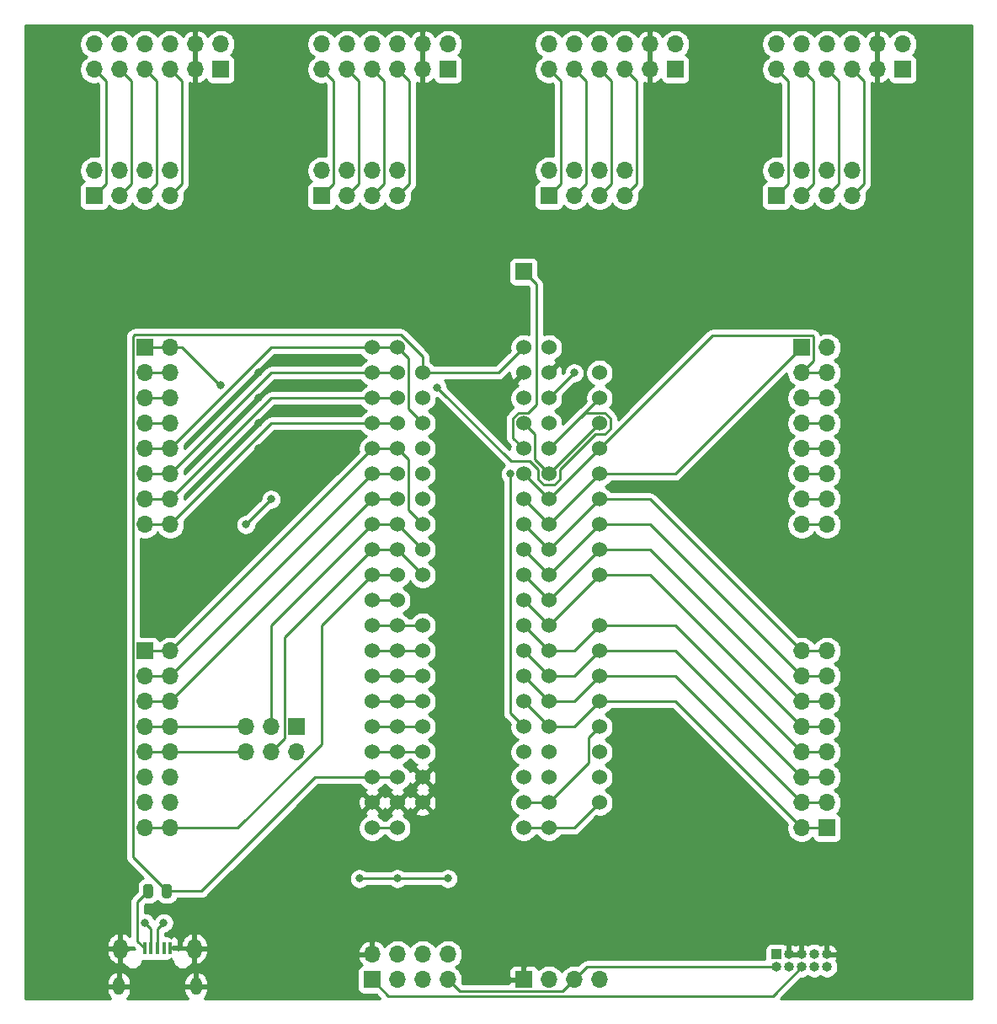
<source format=gbr>
%TF.GenerationSoftware,KiCad,Pcbnew,5.1.10*%
%TF.CreationDate,2021-09-24T20:54:15+02:00*%
%TF.ProjectId,ucdev_board,75636465-765f-4626-9f61-72642e6b6963,rev?*%
%TF.SameCoordinates,Original*%
%TF.FileFunction,Copper,L1,Top*%
%TF.FilePolarity,Positive*%
%FSLAX46Y46*%
G04 Gerber Fmt 4.6, Leading zero omitted, Abs format (unit mm)*
G04 Created by KiCad (PCBNEW 5.1.10) date 2021-09-24 20:54:15*
%MOMM*%
%LPD*%
G01*
G04 APERTURE LIST*
%TA.AperFunction,ComponentPad*%
%ADD10O,1.150000X1.800000*%
%TD*%
%TA.AperFunction,ComponentPad*%
%ADD11O,1.450000X2.000000*%
%TD*%
%TA.AperFunction,SMDPad,CuDef*%
%ADD12R,0.450000X1.300000*%
%TD*%
%TA.AperFunction,ComponentPad*%
%ADD13O,1.700000X1.700000*%
%TD*%
%TA.AperFunction,ComponentPad*%
%ADD14R,1.700000X1.700000*%
%TD*%
%TA.AperFunction,ComponentPad*%
%ADD15O,1.000000X1.000000*%
%TD*%
%TA.AperFunction,ComponentPad*%
%ADD16R,1.000000X1.000000*%
%TD*%
%TA.AperFunction,ComponentPad*%
%ADD17C,1.524000*%
%TD*%
%TA.AperFunction,ViaPad*%
%ADD18C,0.800000*%
%TD*%
%TA.AperFunction,Conductor*%
%ADD19C,0.250000*%
%TD*%
%TA.AperFunction,Conductor*%
%ADD20C,0.254000*%
%TD*%
%TA.AperFunction,Conductor*%
%ADD21C,0.100000*%
%TD*%
G04 APERTURE END LIST*
D10*
%TO.P,J8,6*%
%TO.N,GND*%
X71185000Y-122600000D03*
X63435000Y-122600000D03*
D11*
X71035000Y-118800000D03*
X63585000Y-118800000D03*
D12*
%TO.P,J8,5*%
X68610000Y-118750000D03*
%TO.P,J8,4*%
%TO.N,N/C*%
X67960000Y-118750000D03*
%TO.P,J8,3*%
%TO.N,USB_D+*%
X67310000Y-118750000D03*
%TO.P,J8,2*%
%TO.N,USB_D-*%
X66660000Y-118750000D03*
%TO.P,J8,1*%
%TO.N,VBUS*%
X66010000Y-118750000D03*
%TD*%
%TO.P,D1,2*%
%TO.N,VBUS*%
%TA.AperFunction,SMDPad,CuDef*%
G36*
G01*
X66860000Y-112573750D02*
X66860000Y-113486250D01*
G75*
G02*
X66616250Y-113730000I-243750J0D01*
G01*
X66128750Y-113730000D01*
G75*
G02*
X65885000Y-113486250I0J243750D01*
G01*
X65885000Y-112573750D01*
G75*
G02*
X66128750Y-112330000I243750J0D01*
G01*
X66616250Y-112330000D01*
G75*
G02*
X66860000Y-112573750I0J-243750D01*
G01*
G37*
%TD.AperFunction*%
%TO.P,D1,1*%
%TO.N,5V*%
%TA.AperFunction,SMDPad,CuDef*%
G36*
G01*
X68735000Y-112573750D02*
X68735000Y-113486250D01*
G75*
G02*
X68491250Y-113730000I-243750J0D01*
G01*
X68003750Y-113730000D01*
G75*
G02*
X67760000Y-113486250I0J243750D01*
G01*
X67760000Y-112573750D01*
G75*
G02*
X68003750Y-112330000I243750J0D01*
G01*
X68491250Y-112330000D01*
G75*
G02*
X68735000Y-112573750I0J-243750D01*
G01*
G37*
%TD.AperFunction*%
%TD*%
D13*
%TO.P,J7,8*%
%TO.N,PMOD_GPIO8*%
X137160000Y-40640000D03*
%TO.P,J7,7*%
%TO.N,PMOD_GPIO4*%
X137160000Y-43180000D03*
%TO.P,J7,6*%
%TO.N,PMOD_GPIO7*%
X134620000Y-40640000D03*
%TO.P,J7,5*%
%TO.N,PMOD_GPIO3*%
X134620000Y-43180000D03*
%TO.P,J7,4*%
%TO.N,PMOD_GPIO6*%
X132080000Y-40640000D03*
%TO.P,J7,3*%
%TO.N,PMOD_GPIO2*%
X132080000Y-43180000D03*
%TO.P,J7,2*%
%TO.N,PMOD_GPIO5*%
X129540000Y-40640000D03*
D14*
%TO.P,J7,1*%
%TO.N,PMOD_GPIO1*%
X129540000Y-43180000D03*
%TD*%
D13*
%TO.P,J6,8*%
%TO.N,PMOD_UART_GPIO4*%
X114300000Y-40640000D03*
%TO.P,J6,7*%
%TO.N,PMOD_UART_RTS*%
X114300000Y-43180000D03*
%TO.P,J6,6*%
%TO.N,PMOD_UART_GPIO3*%
X111760000Y-40640000D03*
%TO.P,J6,5*%
%TO.N,PMOD_UART_RXD*%
X111760000Y-43180000D03*
%TO.P,J6,4*%
%TO.N,PMOD_UART_GPIO2_RESET*%
X109220000Y-40640000D03*
%TO.P,J6,3*%
%TO.N,PMOD_UART_TXD*%
X109220000Y-43180000D03*
%TO.P,J6,2*%
%TO.N,PMOD_UART_GPIO1_INT*%
X106680000Y-40640000D03*
D14*
%TO.P,J6,1*%
%TO.N,PMOD_UART_CTS*%
X106680000Y-43180000D03*
%TD*%
D13*
%TO.P,J5,8*%
%TO.N,PMOD_SPI_GPIO4_CS3*%
X91440000Y-40640000D03*
%TO.P,J5,7*%
%TO.N,PMOD_SPI_SCK*%
X91440000Y-43180000D03*
%TO.P,J5,6*%
%TO.N,PMOD_SPI_GPIO3_CS2*%
X88900000Y-40640000D03*
%TO.P,J5,5*%
%TO.N,PMOD_SPI_MISO*%
X88900000Y-43180000D03*
%TO.P,J5,4*%
%TO.N,PMOD_SPI_GPIO2_RESET*%
X86360000Y-40640000D03*
%TO.P,J5,3*%
%TO.N,PMOD_SPI_MOSI*%
X86360000Y-43180000D03*
%TO.P,J5,2*%
%TO.N,PMOD_SPI_GPIO1_INT*%
X83820000Y-40640000D03*
D14*
%TO.P,J5,1*%
%TO.N,PMOD_SPI_CS*%
X83820000Y-43180000D03*
%TD*%
D13*
%TO.P,J4,8*%
%TO.N,PMOD_I2C_GPIO4*%
X68580000Y-40640000D03*
%TO.P,J4,7*%
%TO.N,PMOD_I2C_SDA*%
X68580000Y-43180000D03*
%TO.P,J4,6*%
%TO.N,PMOD_I2C_GPIO3*%
X66040000Y-40640000D03*
%TO.P,J4,5*%
%TO.N,PMOD_I2C_SCL*%
X66040000Y-43180000D03*
%TO.P,J4,4*%
%TO.N,PMOD_I2C_GPIO2*%
X63500000Y-40640000D03*
%TO.P,J4,3*%
%TO.N,PMOD_I2C_RESET*%
X63500000Y-43180000D03*
%TO.P,J4,2*%
%TO.N,PMOD_I2C_GPIO1*%
X60960000Y-40640000D03*
D14*
%TO.P,J4,1*%
%TO.N,PMOD_I2C_INT*%
X60960000Y-43180000D03*
%TD*%
D13*
%TO.P,USB_EN1,6*%
%TO.N,IO_A12*%
X76200000Y-99060000D03*
%TO.P,USB_EN1,5*%
%TO.N,IO_A11*%
X76200000Y-96520000D03*
%TO.P,USB_EN1,4*%
%TO.N,A12*%
X78740000Y-99060000D03*
%TO.P,USB_EN1,3*%
%TO.N,A11*%
X78740000Y-96520000D03*
%TO.P,USB_EN1,2*%
%TO.N,USB_D+*%
X81280000Y-99060000D03*
D14*
%TO.P,USB_EN1,1*%
%TO.N,USB_D-*%
X81280000Y-96520000D03*
%TD*%
D13*
%TO.P,PB_LO1,16*%
%TO.N,B7*%
X134620000Y-76200000D03*
%TO.P,PB_LO1,15*%
X132080000Y-76200000D03*
%TO.P,PB_LO1,14*%
%TO.N,B6*%
X134620000Y-73660000D03*
%TO.P,PB_LO1,13*%
X132080000Y-73660000D03*
%TO.P,PB_LO1,12*%
%TO.N,B5*%
X134620000Y-71120000D03*
%TO.P,PB_LO1,11*%
X132080000Y-71120000D03*
%TO.P,PB_LO1,10*%
%TO.N,B4*%
X134620000Y-68580000D03*
%TO.P,PB_LO1,9*%
X132080000Y-68580000D03*
%TO.P,PB_LO1,8*%
%TO.N,B3*%
X134620000Y-66040000D03*
%TO.P,PB_LO1,7*%
X132080000Y-66040000D03*
%TO.P,PB_LO1,6*%
%TO.N,B2*%
X134620000Y-63500000D03*
%TO.P,PB_LO1,5*%
X132080000Y-63500000D03*
%TO.P,PB_LO1,4*%
%TO.N,B1*%
X134620000Y-60960000D03*
%TO.P,PB_LO1,3*%
X132080000Y-60960000D03*
%TO.P,PB_LO1,2*%
%TO.N,B0*%
X134620000Y-58420000D03*
D14*
%TO.P,PB_LO1,1*%
X132080000Y-58420000D03*
%TD*%
D13*
%TO.P,PB_HI1,16*%
%TO.N,B15*%
X68580000Y-76200000D03*
%TO.P,PB_HI1,15*%
X66040000Y-76200000D03*
%TO.P,PB_HI1,14*%
%TO.N,B14*%
X68580000Y-73660000D03*
%TO.P,PB_HI1,13*%
X66040000Y-73660000D03*
%TO.P,PB_HI1,12*%
%TO.N,B13*%
X68580000Y-71120000D03*
%TO.P,PB_HI1,11*%
X66040000Y-71120000D03*
%TO.P,PB_HI1,10*%
%TO.N,B12*%
X68580000Y-68580000D03*
%TO.P,PB_HI1,9*%
X66040000Y-68580000D03*
%TO.P,PB_HI1,8*%
%TO.N,B11*%
X68580000Y-66040000D03*
%TO.P,PB_HI1,7*%
X66040000Y-66040000D03*
%TO.P,PB_HI1,6*%
%TO.N,B10*%
X68580000Y-63500000D03*
%TO.P,PB_HI1,5*%
X66040000Y-63500000D03*
%TO.P,PB_HI1,4*%
%TO.N,B9*%
X68580000Y-60960000D03*
%TO.P,PB_HI1,3*%
X66040000Y-60960000D03*
%TO.P,PB_HI1,2*%
%TO.N,B8*%
X68580000Y-58420000D03*
D14*
%TO.P,PB_HI1,1*%
X66040000Y-58420000D03*
%TD*%
D13*
%TO.P,PA_LO1,16*%
%TO.N,A7*%
X132080000Y-88900000D03*
%TO.P,PA_LO1,15*%
X134620000Y-88900000D03*
%TO.P,PA_LO1,14*%
%TO.N,A6*%
X132080000Y-91440000D03*
%TO.P,PA_LO1,13*%
X134620000Y-91440000D03*
%TO.P,PA_LO1,12*%
%TO.N,A5*%
X132080000Y-93980000D03*
%TO.P,PA_LO1,11*%
X134620000Y-93980000D03*
%TO.P,PA_LO1,10*%
%TO.N,A4*%
X132080000Y-96520000D03*
%TO.P,PA_LO1,9*%
X134620000Y-96520000D03*
%TO.P,PA_LO1,8*%
%TO.N,A3*%
X132080000Y-99060000D03*
%TO.P,PA_LO1,7*%
X134620000Y-99060000D03*
%TO.P,PA_LO1,6*%
%TO.N,A2*%
X132080000Y-101600000D03*
%TO.P,PA_LO1,5*%
X134620000Y-101600000D03*
%TO.P,PA_LO1,4*%
%TO.N,A1*%
X132080000Y-104140000D03*
%TO.P,PA_LO1,3*%
X134620000Y-104140000D03*
%TO.P,PA_LO1,2*%
%TO.N,A0*%
X132080000Y-106680000D03*
D14*
%TO.P,PA_LO1,1*%
X134620000Y-106680000D03*
%TD*%
D13*
%TO.P,PA_HI1,16*%
%TO.N,A15*%
X68580000Y-106680000D03*
%TO.P,PA_HI1,15*%
X66040000Y-106680000D03*
%TO.P,PA_HI1,14*%
%TO.N,N/C*%
X68580000Y-104140000D03*
%TO.P,PA_HI1,13*%
X66040000Y-104140000D03*
%TO.P,PA_HI1,12*%
X68580000Y-101600000D03*
%TO.P,PA_HI1,11*%
X66040000Y-101600000D03*
%TO.P,PA_HI1,10*%
%TO.N,IO_A12*%
X68580000Y-99060000D03*
%TO.P,PA_HI1,9*%
X66040000Y-99060000D03*
%TO.P,PA_HI1,8*%
%TO.N,IO_A11*%
X68580000Y-96520000D03*
%TO.P,PA_HI1,7*%
X66040000Y-96520000D03*
%TO.P,PA_HI1,6*%
%TO.N,A10*%
X68580000Y-93980000D03*
%TO.P,PA_HI1,5*%
X66040000Y-93980000D03*
%TO.P,PA_HI1,4*%
%TO.N,A9*%
X68580000Y-91440000D03*
%TO.P,PA_HI1,3*%
X66040000Y-91440000D03*
%TO.P,PA_HI1,2*%
%TO.N,A8*%
X68580000Y-88900000D03*
D14*
%TO.P,PA_HI1,1*%
X66040000Y-88900000D03*
%TD*%
D15*
%TO.P,JTAG1,10*%
%TO.N,~RST*%
X134620000Y-120650000D03*
%TO.P,JTAG1,9*%
%TO.N,GND*%
X134620000Y-119380000D03*
%TO.P,JTAG1,8*%
%TO.N,JTDI*%
X133350000Y-120650000D03*
%TO.P,JTAG1,7*%
%TO.N,N/C*%
X133350000Y-119380000D03*
%TO.P,JTAG1,6*%
%TO.N,JTDO*%
X132080000Y-120650000D03*
%TO.P,JTAG1,5*%
%TO.N,GND*%
X132080000Y-119380000D03*
%TO.P,JTAG1,4*%
%TO.N,JTCK*%
X130810000Y-120650000D03*
%TO.P,JTAG1,3*%
%TO.N,GND*%
X130810000Y-119380000D03*
%TO.P,JTAG1,2*%
%TO.N,JTMS*%
X129540000Y-120650000D03*
D16*
%TO.P,JTAG1,1*%
%TO.N,3V3*%
X129540000Y-119380000D03*
%TD*%
D13*
%TO.P,PMOD4,12*%
%TO.N,PMOD_GPIO5*%
X129540000Y-27940000D03*
%TO.P,PMOD4,11*%
%TO.N,PMOD_GPIO1*%
X129540000Y-30480000D03*
%TO.P,PMOD4,10*%
%TO.N,PMOD_GPIO6*%
X132080000Y-27940000D03*
%TO.P,PMOD4,9*%
%TO.N,PMOD_GPIO2*%
X132080000Y-30480000D03*
%TO.P,PMOD4,8*%
%TO.N,PMOD_GPIO7*%
X134620000Y-27940000D03*
%TO.P,PMOD4,7*%
%TO.N,PMOD_GPIO3*%
X134620000Y-30480000D03*
%TO.P,PMOD4,6*%
%TO.N,PMOD_GPIO8*%
X137160000Y-27940000D03*
%TO.P,PMOD4,5*%
%TO.N,PMOD_GPIO4*%
X137160000Y-30480000D03*
%TO.P,PMOD4,4*%
%TO.N,GND*%
X139700000Y-27940000D03*
%TO.P,PMOD4,3*%
X139700000Y-30480000D03*
%TO.P,PMOD4,2*%
%TO.N,3V3*%
X142240000Y-27940000D03*
D14*
%TO.P,PMOD4,1*%
X142240000Y-30480000D03*
%TD*%
D13*
%TO.P,PMOD3,12*%
%TO.N,PMOD_UART_GPIO1_INT*%
X106680000Y-27940000D03*
%TO.P,PMOD3,11*%
%TO.N,PMOD_UART_CTS*%
X106680000Y-30480000D03*
%TO.P,PMOD3,10*%
%TO.N,PMOD_UART_GPIO2_RESET*%
X109220000Y-27940000D03*
%TO.P,PMOD3,9*%
%TO.N,PMOD_UART_TXD*%
X109220000Y-30480000D03*
%TO.P,PMOD3,8*%
%TO.N,PMOD_UART_GPIO3*%
X111760000Y-27940000D03*
%TO.P,PMOD3,7*%
%TO.N,PMOD_UART_RXD*%
X111760000Y-30480000D03*
%TO.P,PMOD3,6*%
%TO.N,PMOD_UART_GPIO4*%
X114300000Y-27940000D03*
%TO.P,PMOD3,5*%
%TO.N,PMOD_UART_RTS*%
X114300000Y-30480000D03*
%TO.P,PMOD3,4*%
%TO.N,GND*%
X116840000Y-27940000D03*
%TO.P,PMOD3,3*%
X116840000Y-30480000D03*
%TO.P,PMOD3,2*%
%TO.N,3V3*%
X119380000Y-27940000D03*
D14*
%TO.P,PMOD3,1*%
X119380000Y-30480000D03*
%TD*%
D13*
%TO.P,PMOD2,12*%
%TO.N,PMOD_SPI_GPIO1_INT*%
X83820000Y-27940000D03*
%TO.P,PMOD2,11*%
%TO.N,PMOD_SPI_CS*%
X83820000Y-30480000D03*
%TO.P,PMOD2,10*%
%TO.N,PMOD_SPI_GPIO2_RESET*%
X86360000Y-27940000D03*
%TO.P,PMOD2,9*%
%TO.N,PMOD_SPI_MOSI*%
X86360000Y-30480000D03*
%TO.P,PMOD2,8*%
%TO.N,PMOD_SPI_GPIO3_CS2*%
X88900000Y-27940000D03*
%TO.P,PMOD2,7*%
%TO.N,PMOD_SPI_MISO*%
X88900000Y-30480000D03*
%TO.P,PMOD2,6*%
%TO.N,PMOD_SPI_GPIO4_CS3*%
X91440000Y-27940000D03*
%TO.P,PMOD2,5*%
%TO.N,PMOD_SPI_SCK*%
X91440000Y-30480000D03*
%TO.P,PMOD2,4*%
%TO.N,GND*%
X93980000Y-27940000D03*
%TO.P,PMOD2,3*%
X93980000Y-30480000D03*
%TO.P,PMOD2,2*%
%TO.N,3V3*%
X96520000Y-27940000D03*
D14*
%TO.P,PMOD2,1*%
X96520000Y-30480000D03*
%TD*%
D13*
%TO.P,PMOD1,12*%
%TO.N,PMOD_I2C_GPIO1*%
X60960000Y-27940000D03*
%TO.P,PMOD1,11*%
%TO.N,PMOD_I2C_INT*%
X60960000Y-30480000D03*
%TO.P,PMOD1,10*%
%TO.N,PMOD_I2C_GPIO2*%
X63500000Y-27940000D03*
%TO.P,PMOD1,9*%
%TO.N,PMOD_I2C_RESET*%
X63500000Y-30480000D03*
%TO.P,PMOD1,8*%
%TO.N,PMOD_I2C_GPIO3*%
X66040000Y-27940000D03*
%TO.P,PMOD1,7*%
%TO.N,PMOD_I2C_SCL*%
X66040000Y-30480000D03*
%TO.P,PMOD1,6*%
%TO.N,PMOD_I2C_GPIO4*%
X68580000Y-27940000D03*
%TO.P,PMOD1,5*%
%TO.N,PMOD_I2C_SDA*%
X68580000Y-30480000D03*
%TO.P,PMOD1,4*%
%TO.N,GND*%
X71120000Y-27940000D03*
%TO.P,PMOD1,3*%
X71120000Y-30480000D03*
%TO.P,PMOD1,2*%
%TO.N,3V3*%
X73660000Y-27940000D03*
D14*
%TO.P,PMOD1,1*%
X73660000Y-30480000D03*
%TD*%
D13*
%TO.P,J3,8*%
%TO.N,3V3*%
X96520000Y-119380000D03*
%TO.P,J3,7*%
%TO.N,JTMS*%
X96520000Y-121920000D03*
%TO.P,J3,6*%
%TO.N,A10*%
X93980000Y-119380000D03*
%TO.P,J3,5*%
%TO.N,JTCK*%
X93980000Y-121920000D03*
%TO.P,J3,4*%
%TO.N,A9*%
X91440000Y-119380000D03*
%TO.P,J3,3*%
%TO.N,JTDI*%
X91440000Y-121920000D03*
%TO.P,J3,2*%
%TO.N,GND*%
X88900000Y-119380000D03*
D14*
%TO.P,J3,1*%
%TO.N,JTDO*%
X88900000Y-121920000D03*
%TD*%
D13*
%TO.P,J2,4*%
%TO.N,3V3*%
X111760000Y-121920000D03*
%TO.P,J2,3*%
%TO.N,JTMS*%
X109220000Y-121920000D03*
%TO.P,J2,2*%
%TO.N,JTCK*%
X106680000Y-121920000D03*
D14*
%TO.P,J2,1*%
%TO.N,GND*%
X104140000Y-121920000D03*
%TD*%
%TO.P,J1,1*%
%TO.N,B2*%
X104140000Y-50800000D03*
%TD*%
D17*
%TO.P,U3,1*%
%TO.N,~RST*%
X111760000Y-60960000D03*
%TO.P,U3,2*%
%TO.N,B11*%
X111760000Y-63500000D03*
%TO.P,U3,3*%
%TO.N,B10*%
X111760000Y-66040000D03*
%TO.P,U3,4*%
%TO.N,B1*%
X111760000Y-68580000D03*
%TO.P,U3,5*%
%TO.N,B0*%
X111760000Y-71120000D03*
%TO.P,U3,6*%
%TO.N,A7*%
X111760000Y-73660000D03*
%TO.P,U3,7*%
%TO.N,A6*%
X111760000Y-76200000D03*
%TO.P,U3,8*%
%TO.N,A5*%
X111760000Y-78740000D03*
%TO.P,U3,9*%
%TO.N,A4*%
X111760000Y-81280000D03*
%TO.P,U3,10*%
%TO.N,A3*%
X111760000Y-86360000D03*
%TO.P,U3,11*%
%TO.N,A2*%
X111760000Y-88900000D03*
%TO.P,U3,12*%
%TO.N,A1*%
X111760000Y-91440000D03*
%TO.P,U3,13*%
%TO.N,A0*%
X111760000Y-93980000D03*
%TO.P,U3,14*%
%TO.N,C13*%
X111760000Y-96520000D03*
%TO.P,U3,15*%
%TO.N,N/C*%
X111760000Y-99060000D03*
%TO.P,U3,16*%
X111760000Y-101600000D03*
%TO.P,U3,17*%
%TO.N,VB*%
X111760000Y-104140000D03*
%TO.P,U3,18*%
%TO.N,GND*%
X93980000Y-104140000D03*
%TO.P,U3,19*%
X93980000Y-101600000D03*
%TO.P,U3,21*%
%TO.N,B8*%
X93980000Y-96520000D03*
%TO.P,U3,22*%
%TO.N,B7*%
X93980000Y-93980000D03*
%TO.P,U3,23*%
%TO.N,B6*%
X93980000Y-91440000D03*
%TO.P,U3,24*%
%TO.N,B5*%
X93980000Y-88900000D03*
%TO.P,U3,25*%
%TO.N,B4*%
X93980000Y-86360000D03*
%TO.P,U3,26*%
%TO.N,A12*%
X93980000Y-81280000D03*
%TO.P,U3,27*%
%TO.N,A11*%
X93980000Y-78740000D03*
%TO.P,U3,28*%
%TO.N,A8*%
X93980000Y-76200000D03*
%TO.P,U3,29*%
%TO.N,B15*%
X93980000Y-73660000D03*
%TO.P,U3,30*%
%TO.N,B14*%
X93980000Y-71120000D03*
%TO.P,U3,31*%
%TO.N,B13*%
X93980000Y-68580000D03*
%TO.P,U3,32*%
%TO.N,B12*%
X93980000Y-66040000D03*
%TO.P,U3,33*%
%TO.N,3V3*%
X93980000Y-63500000D03*
%TO.P,U3,34*%
%TO.N,5V*%
X93980000Y-60960000D03*
%TO.P,U3,20*%
%TO.N,B9*%
X93980000Y-99060000D03*
%TD*%
%TO.P,U1,1*%
%TO.N,N/C*%
X106680000Y-58420000D03*
%TO.P,U1,2*%
%TO.N,GND*%
X106680000Y-60960000D03*
%TO.P,U1,3*%
%TO.N,3V3*%
X106680000Y-63500000D03*
%TO.P,U1,4*%
%TO.N,~RST*%
X106680000Y-66040000D03*
%TO.P,U1,5*%
%TO.N,B11*%
X106680000Y-68580000D03*
%TO.P,U1,6*%
%TO.N,B10*%
X106680000Y-71120000D03*
%TO.P,U1,7*%
%TO.N,B1*%
X106680000Y-73660000D03*
%TO.P,U1,8*%
%TO.N,B0*%
X106680000Y-76200000D03*
%TO.P,U1,9*%
%TO.N,A7*%
X106680000Y-78740000D03*
%TO.P,U1,10*%
%TO.N,A6*%
X106680000Y-81280000D03*
%TO.P,U1,11*%
%TO.N,A5*%
X106680000Y-83820000D03*
%TO.P,U1,12*%
%TO.N,A4*%
X106680000Y-86360000D03*
%TO.P,U1,13*%
%TO.N,A3*%
X106680000Y-88900000D03*
%TO.P,U1,14*%
%TO.N,A2*%
X106680000Y-91440000D03*
%TO.P,U1,15*%
%TO.N,A1*%
X106680000Y-93980000D03*
%TO.P,U1,16*%
%TO.N,A0*%
X106680000Y-96520000D03*
%TO.P,U1,17*%
%TO.N,N/C*%
X106680000Y-99060000D03*
%TO.P,U1,18*%
X106680000Y-101600000D03*
%TO.P,U1,19*%
%TO.N,C13*%
X106680000Y-104140000D03*
%TO.P,U1,20*%
%TO.N,VB*%
X106680000Y-106680000D03*
%TO.P,U1,21*%
%TO.N,3V3*%
X91440000Y-106680000D03*
%TO.P,U1,22*%
%TO.N,GND*%
X91440000Y-104140000D03*
%TO.P,U1,23*%
%TO.N,5V*%
X91440000Y-101600000D03*
%TO.P,U1,24*%
%TO.N,B9*%
X91440000Y-99060000D03*
%TO.P,U1,25*%
%TO.N,B8*%
X91440000Y-96520000D03*
%TO.P,U1,26*%
%TO.N,B7*%
X91440000Y-93980000D03*
%TO.P,U1,27*%
%TO.N,B6*%
X91440000Y-91440000D03*
%TO.P,U1,28*%
%TO.N,B5*%
X91440000Y-88900000D03*
%TO.P,U1,29*%
%TO.N,B4*%
X91440000Y-86360000D03*
%TO.P,U1,30*%
%TO.N,B3*%
X91440000Y-83820000D03*
%TO.P,U1,31*%
%TO.N,A15*%
X91440000Y-81280000D03*
%TO.P,U1,32*%
%TO.N,A12*%
X91440000Y-78740000D03*
%TO.P,U1,33*%
%TO.N,A11*%
X91440000Y-76200000D03*
%TO.P,U1,34*%
%TO.N,A10*%
X91440000Y-73660000D03*
%TO.P,U1,35*%
%TO.N,A9*%
X91440000Y-71120000D03*
%TO.P,U1,36*%
%TO.N,A8*%
X91440000Y-68580000D03*
%TO.P,U1,37*%
%TO.N,B15*%
X91440000Y-66040000D03*
%TO.P,U1,38*%
%TO.N,B14*%
X91440000Y-63500000D03*
%TO.P,U1,39*%
%TO.N,B13*%
X91440000Y-60960000D03*
%TO.P,U1,40*%
%TO.N,B12*%
X91440000Y-58420000D03*
%TD*%
%TO.P,U2,1*%
%TO.N,5V*%
X104140000Y-58420000D03*
%TO.P,U2,2*%
%TO.N,GND*%
X104140000Y-60960000D03*
%TO.P,U2,3*%
%TO.N,3V3*%
X104140000Y-63500000D03*
%TO.P,U2,4*%
%TO.N,B10*%
X104140000Y-66040000D03*
%TO.P,U2,5*%
%TO.N,B2*%
X104140000Y-68580000D03*
%TO.P,U2,6*%
%TO.N,B1*%
X104140000Y-71120000D03*
%TO.P,U2,7*%
%TO.N,B0*%
X104140000Y-73660000D03*
%TO.P,U2,8*%
%TO.N,A7*%
X104140000Y-76200000D03*
%TO.P,U2,9*%
%TO.N,A6*%
X104140000Y-78740000D03*
%TO.P,U2,10*%
%TO.N,A5*%
X104140000Y-81280000D03*
%TO.P,U2,11*%
%TO.N,A4*%
X104140000Y-83820000D03*
%TO.P,U2,12*%
%TO.N,A3*%
X104140000Y-86360000D03*
%TO.P,U2,13*%
%TO.N,A2*%
X104140000Y-88900000D03*
%TO.P,U2,14*%
%TO.N,A1*%
X104140000Y-91440000D03*
%TO.P,U2,15*%
%TO.N,A0*%
X104140000Y-93980000D03*
%TO.P,U2,16*%
%TO.N,~RST*%
X104140000Y-96520000D03*
%TO.P,U2,17*%
%TO.N,N/C*%
X104140000Y-99060000D03*
%TO.P,U2,18*%
X104140000Y-101600000D03*
%TO.P,U2,19*%
%TO.N,C13*%
X104140000Y-104140000D03*
%TO.P,U2,20*%
%TO.N,VB*%
X104140000Y-106680000D03*
%TO.P,U2,21*%
%TO.N,3V3*%
X88900000Y-106680000D03*
%TO.P,U2,22*%
%TO.N,GND*%
X88900000Y-104140000D03*
%TO.P,U2,23*%
%TO.N,5V*%
X88900000Y-101600000D03*
%TO.P,U2,24*%
%TO.N,B9*%
X88900000Y-99060000D03*
%TO.P,U2,25*%
%TO.N,B8*%
X88900000Y-96520000D03*
%TO.P,U2,26*%
%TO.N,B7*%
X88900000Y-93980000D03*
%TO.P,U2,27*%
%TO.N,B6*%
X88900000Y-91440000D03*
%TO.P,U2,28*%
%TO.N,B5*%
X88900000Y-88900000D03*
%TO.P,U2,29*%
%TO.N,B4*%
X88900000Y-86360000D03*
%TO.P,U2,30*%
%TO.N,B3*%
X88900000Y-83820000D03*
%TO.P,U2,31*%
%TO.N,A15*%
X88900000Y-81280000D03*
%TO.P,U2,32*%
%TO.N,A12*%
X88900000Y-78740000D03*
%TO.P,U2,33*%
%TO.N,A11*%
X88900000Y-76200000D03*
%TO.P,U2,34*%
%TO.N,A10*%
X88900000Y-73660000D03*
%TO.P,U2,35*%
%TO.N,A9*%
X88900000Y-71120000D03*
%TO.P,U2,36*%
%TO.N,A8*%
X88900000Y-68580000D03*
%TO.P,U2,37*%
%TO.N,B15*%
X88900000Y-66040000D03*
%TO.P,U2,38*%
%TO.N,B14*%
X88900000Y-63500000D03*
%TO.P,U2,39*%
%TO.N,B13*%
X88900000Y-60960000D03*
%TO.P,U2,40*%
%TO.N,B12*%
X88900000Y-58420000D03*
%TD*%
D18*
%TO.N,B8*%
X73660000Y-62230000D03*
%TO.N,GND*%
X77470000Y-60960000D03*
X77470000Y-63500000D03*
X77470000Y-66040000D03*
X77470000Y-68580000D03*
X67310000Y-82550000D03*
X62230000Y-82550000D03*
%TO.N,3V3*%
X109220000Y-60960000D03*
X91440000Y-111760000D03*
X87630000Y-111760000D03*
X76200000Y-76200000D03*
X78740000Y-73660000D03*
X96520000Y-111760000D03*
%TO.N,B11*%
X95432999Y-62412999D03*
%TO.N,~RST*%
X102777997Y-71120000D03*
%TO.N,USB_D+*%
X67945000Y-116205000D03*
%TO.N,USB_D-*%
X66040000Y-116205000D03*
%TD*%
D19*
%TO.N,B12*%
X92527001Y-59507001D02*
X92527001Y-64587001D01*
X91440000Y-58420000D02*
X92527001Y-59507001D01*
X92527001Y-64587001D02*
X93980000Y-66040000D01*
X91440000Y-58420000D02*
X88900000Y-58420000D01*
X78740000Y-58420000D02*
X68580000Y-68580000D01*
X88900000Y-58420000D02*
X78740000Y-58420000D01*
X66040000Y-68580000D02*
X68580000Y-68580000D01*
%TO.N,B13*%
X91440000Y-60960000D02*
X88900000Y-60960000D01*
X78740000Y-60960000D02*
X68580000Y-71120000D01*
X88900000Y-60960000D02*
X78740000Y-60960000D01*
X68580000Y-71120000D02*
X66040000Y-71120000D01*
%TO.N,B14*%
X91440000Y-63500000D02*
X88900000Y-63500000D01*
X88900000Y-63500000D02*
X78740000Y-63500000D01*
X78740000Y-63500000D02*
X68580000Y-73660000D01*
X68580000Y-73660000D02*
X66040000Y-73660000D01*
%TO.N,B15*%
X88900000Y-66040000D02*
X91440000Y-66040000D01*
X88900000Y-66040000D02*
X78740000Y-66040000D01*
X78740000Y-66040000D02*
X68580000Y-76200000D01*
X68580000Y-76200000D02*
X66040000Y-76200000D01*
%TO.N,A8*%
X92527001Y-69667001D02*
X91440000Y-68580000D01*
X92527001Y-74747001D02*
X92527001Y-69667001D01*
X93980000Y-76200000D02*
X92527001Y-74747001D01*
X91440000Y-68580000D02*
X88900000Y-68580000D01*
X88900000Y-68580000D02*
X68580000Y-88900000D01*
X68580000Y-88900000D02*
X66040000Y-88900000D01*
%TO.N,A9*%
X88900000Y-71120000D02*
X91440000Y-71120000D01*
X88900000Y-71120000D02*
X68580000Y-91440000D01*
X68580000Y-91440000D02*
X66040000Y-91440000D01*
%TO.N,A10*%
X88900000Y-73660000D02*
X91440000Y-73660000D01*
X88900000Y-73660000D02*
X68580000Y-93980000D01*
X68580000Y-93980000D02*
X66040000Y-93980000D01*
%TO.N,A11*%
X88900000Y-76200000D02*
X91440000Y-76200000D01*
X91440000Y-76200000D02*
X93980000Y-78740000D01*
X88900000Y-76200000D02*
X78740000Y-86360000D01*
X78740000Y-86360000D02*
X78740000Y-96520000D01*
%TO.N,A12*%
X88900000Y-78740000D02*
X91440000Y-78740000D01*
X91440000Y-78740000D02*
X93980000Y-81280000D01*
X80104999Y-87535001D02*
X88900000Y-78740000D01*
X80104999Y-97695001D02*
X80104999Y-87535001D01*
X78740000Y-99060000D02*
X80104999Y-97695001D01*
%TO.N,A15*%
X88900000Y-81280000D02*
X91440000Y-81280000D01*
X68580000Y-106680000D02*
X75399002Y-106680000D01*
X88900000Y-81280000D02*
X83820000Y-86360000D01*
X83820000Y-98259002D02*
X82149501Y-99929501D01*
X83820000Y-86360000D02*
X83820000Y-98259002D01*
X82149501Y-99929501D02*
X82455001Y-99624001D01*
X75399002Y-106680000D02*
X82149501Y-99929501D01*
X68580000Y-106680000D02*
X66040000Y-106680000D01*
%TO.N,B3*%
X88900000Y-83820000D02*
X91440000Y-83820000D01*
X134620000Y-66040000D02*
X132080000Y-66040000D01*
%TO.N,B4*%
X93980000Y-86360000D02*
X88900000Y-86360000D01*
X134620000Y-68580000D02*
X132080000Y-68580000D01*
%TO.N,B5*%
X88900000Y-88900000D02*
X93980000Y-88900000D01*
X132080000Y-71120000D02*
X134620000Y-71120000D01*
%TO.N,B6*%
X93980000Y-91440000D02*
X88900000Y-91440000D01*
X134620000Y-73660000D02*
X132080000Y-73660000D01*
%TO.N,B7*%
X88900000Y-93980000D02*
X93980000Y-93980000D01*
X132080000Y-76200000D02*
X134620000Y-76200000D01*
%TO.N,B8*%
X93980000Y-96520000D02*
X88900000Y-96520000D01*
X66040000Y-58420000D02*
X68580000Y-58420000D01*
X73592081Y-62230000D02*
X73660000Y-62230000D01*
X69782081Y-58420000D02*
X73592081Y-62230000D01*
X68580000Y-58420000D02*
X69782081Y-58420000D01*
%TO.N,B9*%
X88900000Y-99060000D02*
X93980000Y-99060000D01*
X66040000Y-60960000D02*
X68580000Y-60960000D01*
%TO.N,5V*%
X68247500Y-113030000D02*
X71755000Y-113030000D01*
X83185000Y-101600000D02*
X88900000Y-101600000D01*
X71755000Y-113030000D02*
X83185000Y-101600000D01*
X88900000Y-101600000D02*
X91440000Y-101600000D01*
X101600000Y-60960000D02*
X104140000Y-58420000D01*
X93980000Y-60960000D02*
X101600000Y-60960000D01*
X64864999Y-57309999D02*
X64864999Y-109647499D01*
X64864999Y-109647499D02*
X68247500Y-113030000D01*
X65024998Y-57150000D02*
X64864999Y-57309999D01*
X91778762Y-57150000D02*
X65024998Y-57150000D01*
X93980000Y-59351238D02*
X91778762Y-57150000D01*
X93980000Y-60960000D02*
X93980000Y-59351238D01*
%TO.N,GND*%
X70985000Y-118750000D02*
X71035000Y-118800000D01*
X68610000Y-118750000D02*
X70985000Y-118750000D01*
%TO.N,3V3*%
X106680000Y-63500000D02*
X109220000Y-60960000D01*
X91440000Y-106680000D02*
X88900000Y-106680000D01*
X91440000Y-111760000D02*
X87630000Y-111760000D01*
X78740000Y-73660000D02*
X76200000Y-76200000D01*
X91440000Y-111760000D02*
X96520000Y-111760000D01*
%TO.N,VB*%
X104140000Y-106680000D02*
X106680000Y-106680000D01*
X109220000Y-106680000D02*
X111760000Y-104140000D01*
X106680000Y-106680000D02*
X109220000Y-106680000D01*
%TO.N,C13*%
X104140000Y-104140000D02*
X106680000Y-104140000D01*
X110672999Y-97607001D02*
X111760000Y-96520000D01*
X110672999Y-100147001D02*
X110672999Y-97607001D01*
X106680000Y-104140000D02*
X110672999Y-100147001D01*
%TO.N,A0*%
X104140000Y-93980000D02*
X106680000Y-96520000D01*
X109220000Y-96520000D02*
X111760000Y-93980000D01*
X106680000Y-96520000D02*
X109220000Y-96520000D01*
X119380000Y-93980000D02*
X132080000Y-106680000D01*
X111760000Y-93980000D02*
X119380000Y-93980000D01*
X132080000Y-106680000D02*
X134620000Y-106680000D01*
%TO.N,A1*%
X104140000Y-91440000D02*
X106680000Y-93980000D01*
X109220000Y-93980000D02*
X111760000Y-91440000D01*
X106680000Y-93980000D02*
X109220000Y-93980000D01*
X119380000Y-91440000D02*
X132080000Y-104140000D01*
X111760000Y-91440000D02*
X119380000Y-91440000D01*
X134620000Y-104140000D02*
X132080000Y-104140000D01*
%TO.N,A2*%
X104140000Y-88900000D02*
X106680000Y-91440000D01*
X109220000Y-91440000D02*
X111760000Y-88900000D01*
X106680000Y-91440000D02*
X109220000Y-91440000D01*
X119380000Y-88900000D02*
X132080000Y-101600000D01*
X111760000Y-88900000D02*
X119380000Y-88900000D01*
X132080000Y-101600000D02*
X134620000Y-101600000D01*
%TO.N,A3*%
X104140000Y-86360000D02*
X106680000Y-88900000D01*
X109220000Y-88900000D02*
X111760000Y-86360000D01*
X106680000Y-88900000D02*
X109220000Y-88900000D01*
X119380000Y-86360000D02*
X132080000Y-99060000D01*
X111760000Y-86360000D02*
X119380000Y-86360000D01*
X134620000Y-99060000D02*
X132080000Y-99060000D01*
%TO.N,A4*%
X104140000Y-83820000D02*
X106680000Y-86360000D01*
X106680000Y-86360000D02*
X111760000Y-81280000D01*
X116840000Y-81280000D02*
X132080000Y-96520000D01*
X111760000Y-81280000D02*
X116840000Y-81280000D01*
X132080000Y-96520000D02*
X134620000Y-96520000D01*
%TO.N,A5*%
X104140000Y-81280000D02*
X106680000Y-83820000D01*
X106680000Y-83820000D02*
X111760000Y-78740000D01*
X116840000Y-78740000D02*
X132080000Y-93980000D01*
X111760000Y-78740000D02*
X116840000Y-78740000D01*
X134620000Y-93980000D02*
X132080000Y-93980000D01*
%TO.N,A6*%
X106680000Y-81280000D02*
X111760000Y-76200000D01*
X116840000Y-76200000D02*
X132080000Y-91440000D01*
X111760000Y-76200000D02*
X116840000Y-76200000D01*
X132080000Y-91440000D02*
X134620000Y-91440000D01*
X104140000Y-78740000D02*
X106680000Y-81280000D01*
%TO.N,A7*%
X104140000Y-76200000D02*
X106680000Y-78740000D01*
X106680000Y-78740000D02*
X111760000Y-73660000D01*
X116840000Y-73660000D02*
X132080000Y-88900000D01*
X111760000Y-73660000D02*
X116840000Y-73660000D01*
X134620000Y-88900000D02*
X132080000Y-88900000D01*
%TO.N,B0*%
X104140000Y-73660000D02*
X106680000Y-76200000D01*
X106680000Y-76200000D02*
X111760000Y-71120000D01*
X119380000Y-71120000D02*
X132080000Y-58420000D01*
X111760000Y-71120000D02*
X119380000Y-71120000D01*
%TO.N,B1*%
X104140000Y-71120000D02*
X106680000Y-73660000D01*
X106680000Y-73660000D02*
X111760000Y-68580000D01*
X133255001Y-59784999D02*
X132080000Y-60960000D01*
X133190001Y-57244999D02*
X133255001Y-57309999D01*
X123095001Y-57244999D02*
X133190001Y-57244999D01*
X133255001Y-57309999D02*
X133255001Y-59784999D01*
X111760000Y-68580000D02*
X123095001Y-57244999D01*
X134620000Y-60960000D02*
X132080000Y-60960000D01*
%TO.N,B10*%
X105227001Y-69667001D02*
X106680000Y-71120000D01*
X105227001Y-67127001D02*
X105227001Y-69667001D01*
X104140000Y-66040000D02*
X105227001Y-67127001D01*
X106680000Y-71120000D02*
X111760000Y-66040000D01*
X66040000Y-63500000D02*
X68580000Y-63500000D01*
%TO.N,B11*%
X106680000Y-68580000D02*
X111760000Y-63500000D01*
X66040000Y-66040000D02*
X68580000Y-66040000D01*
X104776991Y-69853401D02*
X102873401Y-69853401D01*
X105592999Y-71641761D02*
X105592999Y-70669409D01*
X111309409Y-67127001D02*
X107767001Y-70669409D01*
X112281761Y-67127001D02*
X111309409Y-67127001D01*
X107767001Y-71641761D02*
X107201761Y-72207001D01*
X112847001Y-66561761D02*
X112281761Y-67127001D01*
X102873401Y-69853401D02*
X95432999Y-62412999D01*
X112847001Y-65518239D02*
X112847001Y-66561761D01*
X105592999Y-70669409D02*
X104776991Y-69853401D01*
X106158239Y-72207001D02*
X105592999Y-71641761D01*
X112281761Y-64952999D02*
X112847001Y-65518239D01*
X107201761Y-72207001D02*
X106158239Y-72207001D01*
X110307001Y-64952999D02*
X112281761Y-64952999D01*
X106680000Y-68580000D02*
X110307001Y-64952999D01*
X107767001Y-70669409D02*
X107767001Y-71641761D01*
%TO.N,~RST*%
X102777997Y-95157997D02*
X102777997Y-71120000D01*
X104140000Y-96520000D02*
X102777997Y-95157997D01*
%TO.N,B2*%
X104140000Y-68580000D02*
X103052999Y-67492999D01*
X103052999Y-65518239D02*
X103618239Y-64952999D01*
X103052999Y-67492999D02*
X103052999Y-65518239D01*
X104592001Y-64952999D02*
X105410000Y-64135000D01*
X103618239Y-64952999D02*
X104592001Y-64952999D01*
X105410000Y-52070000D02*
X104140000Y-50800000D01*
X105410000Y-64135000D02*
X105410000Y-52070000D01*
X134620000Y-63500000D02*
X132080000Y-63500000D01*
%TO.N,PMOD_I2C_SDA*%
X69755001Y-42004999D02*
X69755001Y-31655001D01*
X68580000Y-43180000D02*
X69755001Y-42004999D01*
X69755001Y-31655001D02*
X68580000Y-30480000D01*
%TO.N,PMOD_I2C_SCL*%
X67215001Y-31655001D02*
X66040000Y-30480000D01*
X67215001Y-42004999D02*
X67215001Y-31655001D01*
X66040000Y-43180000D02*
X67215001Y-42004999D01*
%TO.N,PMOD_I2C_RESET*%
X64675001Y-31655001D02*
X63500000Y-30480000D01*
X64675001Y-42004999D02*
X64675001Y-31655001D01*
X63500000Y-43180000D02*
X64675001Y-42004999D01*
%TO.N,PMOD_I2C_INT*%
X62135001Y-31655001D02*
X60960000Y-30480000D01*
X62135001Y-42004999D02*
X62135001Y-31655001D01*
X60960000Y-43180000D02*
X62135001Y-42004999D01*
%TO.N,PMOD_SPI_SCK*%
X92615001Y-31655001D02*
X91440000Y-30480000D01*
X92615001Y-42004999D02*
X92615001Y-31655001D01*
X91440000Y-43180000D02*
X92615001Y-42004999D01*
%TO.N,PMOD_SPI_MISO*%
X90075001Y-31655001D02*
X88900000Y-30480000D01*
X90075001Y-42004999D02*
X90075001Y-31655001D01*
X88900000Y-43180000D02*
X90075001Y-42004999D01*
%TO.N,PMOD_SPI_MOSI*%
X87535001Y-31655001D02*
X86360000Y-30480000D01*
X87535001Y-42004999D02*
X87535001Y-31655001D01*
X86360000Y-43180000D02*
X87535001Y-42004999D01*
%TO.N,PMOD_SPI_CS*%
X84995001Y-31655001D02*
X83820000Y-30480000D01*
X84995001Y-42004999D02*
X84995001Y-31655001D01*
X83820000Y-43180000D02*
X84995001Y-42004999D01*
%TO.N,PMOD_UART_RTS*%
X115475001Y-31655001D02*
X114300000Y-30480000D01*
X115475001Y-42004999D02*
X115475001Y-31655001D01*
X114300000Y-43180000D02*
X115475001Y-42004999D01*
%TO.N,PMOD_UART_RXD*%
X112935001Y-31655001D02*
X111760000Y-30480000D01*
X112935001Y-42004999D02*
X112935001Y-31655001D01*
X111760000Y-43180000D02*
X112935001Y-42004999D01*
%TO.N,PMOD_UART_TXD*%
X110395001Y-31655001D02*
X109220000Y-30480000D01*
X110395001Y-42004999D02*
X110395001Y-31655001D01*
X109220000Y-43180000D02*
X110395001Y-42004999D01*
%TO.N,PMOD_UART_CTS*%
X107855001Y-31655001D02*
X106680000Y-30480000D01*
X107855001Y-42004999D02*
X107855001Y-31655001D01*
X106680000Y-43180000D02*
X107855001Y-42004999D01*
%TO.N,PMOD_GPIO4*%
X138335001Y-31655001D02*
X137160000Y-30480000D01*
X138335001Y-42004999D02*
X138335001Y-31655001D01*
X137160000Y-43180000D02*
X138335001Y-42004999D01*
%TO.N,PMOD_GPIO3*%
X135795001Y-31655001D02*
X134620000Y-30480000D01*
X135795001Y-42004999D02*
X135795001Y-31655001D01*
X134620000Y-43180000D02*
X135795001Y-42004999D01*
%TO.N,PMOD_GPIO2*%
X133255001Y-31655001D02*
X132080000Y-30480000D01*
X133255001Y-42004999D02*
X133255001Y-31655001D01*
X132080000Y-43180000D02*
X133255001Y-42004999D01*
%TO.N,PMOD_GPIO1*%
X130715001Y-31655001D02*
X129540000Y-30480000D01*
X130715001Y-42004999D02*
X130715001Y-31655001D01*
X129540000Y-43180000D02*
X130715001Y-42004999D01*
%TO.N,JTMS*%
X108044999Y-123095001D02*
X109220000Y-121920000D01*
X97695001Y-123095001D02*
X108044999Y-123095001D01*
X96520000Y-121920000D02*
X97695001Y-123095001D01*
X110490000Y-120650000D02*
X109220000Y-121920000D01*
X129540000Y-120650000D02*
X110490000Y-120650000D01*
%TO.N,JTDO*%
X90525010Y-123545010D02*
X88900000Y-121920000D01*
X129184990Y-123545010D02*
X90525010Y-123545010D01*
X132080000Y-120650000D02*
X129184990Y-123545010D01*
%TO.N,IO_A12*%
X76200000Y-99060000D02*
X68580000Y-99060000D01*
X68580000Y-99060000D02*
X66040000Y-99060000D01*
%TO.N,IO_A11*%
X76200000Y-96520000D02*
X68580000Y-96520000D01*
X68580000Y-96520000D02*
X66040000Y-96520000D01*
%TO.N,USB_D+*%
X67310000Y-116840000D02*
X67945000Y-116205000D01*
X67310000Y-118750000D02*
X67310000Y-116840000D01*
%TO.N,USB_D-*%
X66660000Y-116825000D02*
X66040000Y-116205000D01*
X66660000Y-118750000D02*
X66660000Y-116825000D01*
%TO.N,VBUS*%
X65314999Y-114087501D02*
X66372500Y-113030000D01*
X65314999Y-118054999D02*
X65314999Y-114087501D01*
X66010000Y-118750000D02*
X65314999Y-118054999D01*
%TD*%
D20*
%TO.N,GND*%
X149200001Y-123800000D02*
X130004801Y-123800000D01*
X132019803Y-121785000D01*
X132191788Y-121785000D01*
X132411067Y-121741383D01*
X132617624Y-121655824D01*
X132715000Y-121590759D01*
X132812376Y-121655824D01*
X133018933Y-121741383D01*
X133238212Y-121785000D01*
X133461788Y-121785000D01*
X133681067Y-121741383D01*
X133887624Y-121655824D01*
X133985000Y-121590759D01*
X134082376Y-121655824D01*
X134288933Y-121741383D01*
X134508212Y-121785000D01*
X134731788Y-121785000D01*
X134951067Y-121741383D01*
X135157624Y-121655824D01*
X135343520Y-121531612D01*
X135501612Y-121373520D01*
X135625824Y-121187624D01*
X135711383Y-120981067D01*
X135755000Y-120761788D01*
X135755000Y-120538212D01*
X135711383Y-120318933D01*
X135625824Y-120112376D01*
X135557744Y-120010488D01*
X135634210Y-119889529D01*
X135714126Y-119681876D01*
X135589129Y-119507000D01*
X134747000Y-119507000D01*
X134747000Y-119518026D01*
X134731788Y-119515000D01*
X134508212Y-119515000D01*
X134493000Y-119518026D01*
X134493000Y-119507000D01*
X134481974Y-119507000D01*
X134485000Y-119491788D01*
X134485000Y-119268212D01*
X134481974Y-119253000D01*
X134493000Y-119253000D01*
X134493000Y-118412046D01*
X134747000Y-118412046D01*
X134747000Y-119253000D01*
X135589129Y-119253000D01*
X135714126Y-119078124D01*
X135634210Y-118870471D01*
X135515318Y-118682399D01*
X135362020Y-118521135D01*
X135180206Y-118392877D01*
X134976864Y-118302554D01*
X134921874Y-118285881D01*
X134747000Y-118412046D01*
X134493000Y-118412046D01*
X134318126Y-118285881D01*
X134263136Y-118302554D01*
X134059794Y-118392877D01*
X133989658Y-118442353D01*
X133887624Y-118374176D01*
X133681067Y-118288617D01*
X133461788Y-118245000D01*
X133238212Y-118245000D01*
X133018933Y-118288617D01*
X132812376Y-118374176D01*
X132710342Y-118442353D01*
X132640206Y-118392877D01*
X132436864Y-118302554D01*
X132381874Y-118285881D01*
X132207000Y-118412046D01*
X132207000Y-119253000D01*
X132218026Y-119253000D01*
X132215000Y-119268212D01*
X132215000Y-119491788D01*
X132218026Y-119507000D01*
X132207000Y-119507000D01*
X132207000Y-119518026D01*
X132191788Y-119515000D01*
X131968212Y-119515000D01*
X131953000Y-119518026D01*
X131953000Y-119507000D01*
X130937000Y-119507000D01*
X130937000Y-119518026D01*
X130921788Y-119515000D01*
X130698212Y-119515000D01*
X130683000Y-119518026D01*
X130683000Y-119507000D01*
X130678072Y-119507000D01*
X130678072Y-119253000D01*
X130683000Y-119253000D01*
X130683000Y-118412046D01*
X130937000Y-118412046D01*
X130937000Y-119253000D01*
X131953000Y-119253000D01*
X131953000Y-118412046D01*
X131778126Y-118285881D01*
X131723136Y-118302554D01*
X131519794Y-118392877D01*
X131445000Y-118445639D01*
X131370206Y-118392877D01*
X131166864Y-118302554D01*
X131111874Y-118285881D01*
X130937000Y-118412046D01*
X130683000Y-118412046D01*
X130508126Y-118285881D01*
X130453136Y-118302554D01*
X130373180Y-118338070D01*
X130284180Y-118290498D01*
X130164482Y-118254188D01*
X130040000Y-118241928D01*
X129040000Y-118241928D01*
X128915518Y-118254188D01*
X128795820Y-118290498D01*
X128685506Y-118349463D01*
X128588815Y-118428815D01*
X128509463Y-118525506D01*
X128450498Y-118635820D01*
X128414188Y-118755518D01*
X128401928Y-118880000D01*
X128401928Y-119880000D01*
X128402913Y-119890000D01*
X110527322Y-119890000D01*
X110489999Y-119886324D01*
X110452676Y-119890000D01*
X110452667Y-119890000D01*
X110341014Y-119900997D01*
X110197753Y-119944454D01*
X110065724Y-120015026D01*
X109949999Y-120109999D01*
X109926201Y-120138997D01*
X109586408Y-120478790D01*
X109366260Y-120435000D01*
X109073740Y-120435000D01*
X108786842Y-120492068D01*
X108516589Y-120604010D01*
X108273368Y-120766525D01*
X108066525Y-120973368D01*
X107950000Y-121147760D01*
X107833475Y-120973368D01*
X107626632Y-120766525D01*
X107383411Y-120604010D01*
X107113158Y-120492068D01*
X106826260Y-120435000D01*
X106533740Y-120435000D01*
X106246842Y-120492068D01*
X105976589Y-120604010D01*
X105733368Y-120766525D01*
X105601513Y-120898380D01*
X105579502Y-120825820D01*
X105520537Y-120715506D01*
X105441185Y-120618815D01*
X105344494Y-120539463D01*
X105234180Y-120480498D01*
X105114482Y-120444188D01*
X104990000Y-120431928D01*
X104425750Y-120435000D01*
X104267000Y-120593750D01*
X104267000Y-121793000D01*
X104287000Y-121793000D01*
X104287000Y-122047000D01*
X104267000Y-122047000D01*
X104267000Y-122067000D01*
X104013000Y-122067000D01*
X104013000Y-122047000D01*
X102813750Y-122047000D01*
X102655000Y-122205750D01*
X102654296Y-122335001D01*
X98009803Y-122335001D01*
X97961210Y-122286408D01*
X98005000Y-122066260D01*
X98005000Y-121773740D01*
X97947932Y-121486842D01*
X97835990Y-121216589D01*
X97738043Y-121070000D01*
X102651928Y-121070000D01*
X102655000Y-121634250D01*
X102813750Y-121793000D01*
X104013000Y-121793000D01*
X104013000Y-120593750D01*
X103854250Y-120435000D01*
X103290000Y-120431928D01*
X103165518Y-120444188D01*
X103045820Y-120480498D01*
X102935506Y-120539463D01*
X102838815Y-120618815D01*
X102759463Y-120715506D01*
X102700498Y-120825820D01*
X102664188Y-120945518D01*
X102651928Y-121070000D01*
X97738043Y-121070000D01*
X97673475Y-120973368D01*
X97466632Y-120766525D01*
X97292240Y-120650000D01*
X97466632Y-120533475D01*
X97673475Y-120326632D01*
X97835990Y-120083411D01*
X97947932Y-119813158D01*
X98005000Y-119526260D01*
X98005000Y-119233740D01*
X97947932Y-118946842D01*
X97835990Y-118676589D01*
X97673475Y-118433368D01*
X97466632Y-118226525D01*
X97223411Y-118064010D01*
X96953158Y-117952068D01*
X96666260Y-117895000D01*
X96373740Y-117895000D01*
X96086842Y-117952068D01*
X95816589Y-118064010D01*
X95573368Y-118226525D01*
X95366525Y-118433368D01*
X95250000Y-118607760D01*
X95133475Y-118433368D01*
X94926632Y-118226525D01*
X94683411Y-118064010D01*
X94413158Y-117952068D01*
X94126260Y-117895000D01*
X93833740Y-117895000D01*
X93546842Y-117952068D01*
X93276589Y-118064010D01*
X93033368Y-118226525D01*
X92826525Y-118433368D01*
X92710000Y-118607760D01*
X92593475Y-118433368D01*
X92386632Y-118226525D01*
X92143411Y-118064010D01*
X91873158Y-117952068D01*
X91586260Y-117895000D01*
X91293740Y-117895000D01*
X91006842Y-117952068D01*
X90736589Y-118064010D01*
X90493368Y-118226525D01*
X90286525Y-118433368D01*
X90164805Y-118615534D01*
X90095178Y-118498645D01*
X89900269Y-118282412D01*
X89666920Y-118108359D01*
X89404099Y-117983175D01*
X89256890Y-117938524D01*
X89027000Y-118059845D01*
X89027000Y-119253000D01*
X89047000Y-119253000D01*
X89047000Y-119507000D01*
X89027000Y-119507000D01*
X89027000Y-119527000D01*
X88773000Y-119527000D01*
X88773000Y-119507000D01*
X87579186Y-119507000D01*
X87458519Y-119736891D01*
X87555843Y-120011252D01*
X87704822Y-120261355D01*
X87881626Y-120457502D01*
X87805820Y-120480498D01*
X87695506Y-120539463D01*
X87598815Y-120618815D01*
X87519463Y-120715506D01*
X87460498Y-120825820D01*
X87424188Y-120945518D01*
X87411928Y-121070000D01*
X87411928Y-122770000D01*
X87424188Y-122894482D01*
X87460498Y-123014180D01*
X87519463Y-123124494D01*
X87598815Y-123221185D01*
X87695506Y-123300537D01*
X87805820Y-123359502D01*
X87925518Y-123395812D01*
X88050000Y-123408072D01*
X89313270Y-123408072D01*
X89705198Y-123800000D01*
X72022106Y-123800000D01*
X72120521Y-123702837D01*
X72254294Y-123505380D01*
X72346974Y-123285619D01*
X72395000Y-123052000D01*
X72395000Y-122727000D01*
X71312000Y-122727000D01*
X71312000Y-122747000D01*
X71058000Y-122747000D01*
X71058000Y-122727000D01*
X69975000Y-122727000D01*
X69975000Y-123052000D01*
X70023026Y-123285619D01*
X70115706Y-123505380D01*
X70249479Y-123702837D01*
X70347894Y-123800000D01*
X64272106Y-123800000D01*
X64370521Y-123702837D01*
X64504294Y-123505380D01*
X64596974Y-123285619D01*
X64645000Y-123052000D01*
X64645000Y-122727000D01*
X63562000Y-122727000D01*
X63562000Y-122747000D01*
X63308000Y-122747000D01*
X63308000Y-122727000D01*
X62225000Y-122727000D01*
X62225000Y-123052000D01*
X62273026Y-123285619D01*
X62365706Y-123505380D01*
X62499479Y-123702837D01*
X62597894Y-123800000D01*
X54000000Y-123800000D01*
X54000000Y-122148000D01*
X62225000Y-122148000D01*
X62225000Y-122473000D01*
X63308000Y-122473000D01*
X63308000Y-121231450D01*
X63562000Y-121231450D01*
X63562000Y-122473000D01*
X64645000Y-122473000D01*
X64645000Y-122148000D01*
X69975000Y-122148000D01*
X69975000Y-122473000D01*
X71058000Y-122473000D01*
X71058000Y-121231450D01*
X71312000Y-121231450D01*
X71312000Y-122473000D01*
X72395000Y-122473000D01*
X72395000Y-122148000D01*
X72346974Y-121914381D01*
X72254294Y-121694620D01*
X72120521Y-121497163D01*
X71950797Y-121329598D01*
X71751644Y-121198364D01*
X71530715Y-121108504D01*
X71498677Y-121106365D01*
X71312000Y-121231450D01*
X71058000Y-121231450D01*
X70871323Y-121106365D01*
X70839285Y-121108504D01*
X70618356Y-121198364D01*
X70419203Y-121329598D01*
X70249479Y-121497163D01*
X70115706Y-121694620D01*
X70023026Y-121914381D01*
X69975000Y-122148000D01*
X64645000Y-122148000D01*
X64596974Y-121914381D01*
X64504294Y-121694620D01*
X64370521Y-121497163D01*
X64200797Y-121329598D01*
X64001644Y-121198364D01*
X63780715Y-121108504D01*
X63748677Y-121106365D01*
X63562000Y-121231450D01*
X63308000Y-121231450D01*
X63121323Y-121106365D01*
X63089285Y-121108504D01*
X62868356Y-121198364D01*
X62669203Y-121329598D01*
X62499479Y-121497163D01*
X62365706Y-121694620D01*
X62273026Y-121914381D01*
X62225000Y-122148000D01*
X54000000Y-122148000D01*
X54000000Y-118927000D01*
X62225000Y-118927000D01*
X62225000Y-119202000D01*
X62275908Y-119464883D01*
X62377124Y-119712783D01*
X62524758Y-119936173D01*
X62713137Y-120126469D01*
X62935021Y-120276357D01*
X63181883Y-120380078D01*
X63247742Y-120392519D01*
X63458000Y-120269518D01*
X63458000Y-118927000D01*
X62225000Y-118927000D01*
X54000000Y-118927000D01*
X54000000Y-118398000D01*
X62225000Y-118398000D01*
X62225000Y-118673000D01*
X63458000Y-118673000D01*
X63458000Y-117330482D01*
X63712000Y-117330482D01*
X63712000Y-118673000D01*
X64858199Y-118673000D01*
X65022114Y-118836915D01*
X64911939Y-118815000D01*
X64708061Y-118815000D01*
X64508102Y-118854774D01*
X64333734Y-118927000D01*
X63712000Y-118927000D01*
X63712000Y-120269518D01*
X63922258Y-120392519D01*
X63927104Y-120391604D01*
X64006063Y-120509774D01*
X64150226Y-120653937D01*
X64319744Y-120767205D01*
X64508102Y-120845226D01*
X64708061Y-120885000D01*
X64911939Y-120885000D01*
X65111898Y-120845226D01*
X65300256Y-120767205D01*
X65469774Y-120653937D01*
X65613937Y-120509774D01*
X65727205Y-120340256D01*
X65805226Y-120151898D01*
X65827867Y-120038072D01*
X66235000Y-120038072D01*
X66335000Y-120028223D01*
X66435000Y-120038072D01*
X66885000Y-120038072D01*
X66985000Y-120028223D01*
X67085000Y-120038072D01*
X67535000Y-120038072D01*
X67635000Y-120028223D01*
X67735000Y-120038072D01*
X68185000Y-120038072D01*
X68288465Y-120027882D01*
X68353250Y-120035000D01*
X68385497Y-120002753D01*
X68429180Y-119989502D01*
X68539494Y-119930537D01*
X68636185Y-119851185D01*
X68708000Y-119763678D01*
X68708000Y-119876250D01*
X68775000Y-119943250D01*
X68775000Y-119951939D01*
X68814774Y-120151898D01*
X68892795Y-120340256D01*
X69006063Y-120509774D01*
X69150226Y-120653937D01*
X69319744Y-120767205D01*
X69508102Y-120845226D01*
X69708061Y-120885000D01*
X69911939Y-120885000D01*
X70111898Y-120845226D01*
X70300256Y-120767205D01*
X70469774Y-120653937D01*
X70613937Y-120509774D01*
X70692896Y-120391604D01*
X70697742Y-120392519D01*
X70908000Y-120269518D01*
X70908000Y-118927000D01*
X71162000Y-118927000D01*
X71162000Y-120269518D01*
X71372258Y-120392519D01*
X71438117Y-120380078D01*
X71684979Y-120276357D01*
X71906863Y-120126469D01*
X72095242Y-119936173D01*
X72242876Y-119712783D01*
X72344092Y-119464883D01*
X72395000Y-119202000D01*
X72395000Y-119023109D01*
X87458519Y-119023109D01*
X87579186Y-119253000D01*
X88773000Y-119253000D01*
X88773000Y-118059845D01*
X88543110Y-117938524D01*
X88395901Y-117983175D01*
X88133080Y-118108359D01*
X87899731Y-118282412D01*
X87704822Y-118498645D01*
X87555843Y-118748748D01*
X87458519Y-119023109D01*
X72395000Y-119023109D01*
X72395000Y-118927000D01*
X71162000Y-118927000D01*
X70908000Y-118927000D01*
X70286266Y-118927000D01*
X70111898Y-118854774D01*
X69911939Y-118815000D01*
X69708061Y-118815000D01*
X69508102Y-118854774D01*
X69353191Y-118918941D01*
X69311250Y-118877000D01*
X68823072Y-118877000D01*
X68823072Y-118623000D01*
X69311250Y-118623000D01*
X69470000Y-118464250D01*
X69470559Y-118398000D01*
X69675000Y-118398000D01*
X69675000Y-118673000D01*
X70908000Y-118673000D01*
X70908000Y-117330482D01*
X71162000Y-117330482D01*
X71162000Y-118673000D01*
X72395000Y-118673000D01*
X72395000Y-118398000D01*
X72344092Y-118135117D01*
X72242876Y-117887217D01*
X72095242Y-117663827D01*
X71906863Y-117473531D01*
X71684979Y-117323643D01*
X71438117Y-117219922D01*
X71372258Y-117207481D01*
X71162000Y-117330482D01*
X70908000Y-117330482D01*
X70697742Y-117207481D01*
X70631883Y-117219922D01*
X70385021Y-117323643D01*
X70163137Y-117473531D01*
X69974758Y-117663827D01*
X69827124Y-117887217D01*
X69725908Y-118135117D01*
X69675000Y-118398000D01*
X69470559Y-118398000D01*
X69472986Y-118110468D01*
X69462770Y-117985802D01*
X69428428Y-117865525D01*
X69371282Y-117754258D01*
X69293526Y-117656278D01*
X69198150Y-117575350D01*
X69088818Y-117514584D01*
X68969732Y-117476315D01*
X68866750Y-117465000D01*
X68708000Y-117623750D01*
X68708000Y-117736322D01*
X68636185Y-117648815D01*
X68539494Y-117569463D01*
X68429180Y-117510498D01*
X68385497Y-117497247D01*
X68353250Y-117465000D01*
X68288465Y-117472118D01*
X68185000Y-117461928D01*
X68070000Y-117461928D01*
X68070000Y-117235413D01*
X68246898Y-117200226D01*
X68435256Y-117122205D01*
X68604774Y-117008937D01*
X68748937Y-116864774D01*
X68862205Y-116695256D01*
X68940226Y-116506898D01*
X68980000Y-116306939D01*
X68980000Y-116103061D01*
X68940226Y-115903102D01*
X68862205Y-115714744D01*
X68748937Y-115545226D01*
X68604774Y-115401063D01*
X68435256Y-115287795D01*
X68246898Y-115209774D01*
X68046939Y-115170000D01*
X67843061Y-115170000D01*
X67643102Y-115209774D01*
X67454744Y-115287795D01*
X67285226Y-115401063D01*
X67141063Y-115545226D01*
X67027795Y-115714744D01*
X66992500Y-115799953D01*
X66957205Y-115714744D01*
X66843937Y-115545226D01*
X66699774Y-115401063D01*
X66530256Y-115287795D01*
X66341898Y-115209774D01*
X66141939Y-115170000D01*
X66074999Y-115170000D01*
X66074999Y-114402302D01*
X66110980Y-114366322D01*
X66128750Y-114368072D01*
X66616250Y-114368072D01*
X66788285Y-114351128D01*
X66953709Y-114300947D01*
X67106164Y-114219458D01*
X67239792Y-114109792D01*
X67310000Y-114024244D01*
X67380208Y-114109792D01*
X67513836Y-114219458D01*
X67666291Y-114300947D01*
X67831715Y-114351128D01*
X68003750Y-114368072D01*
X68491250Y-114368072D01*
X68663285Y-114351128D01*
X68828709Y-114300947D01*
X68981164Y-114219458D01*
X69114792Y-114109792D01*
X69224458Y-113976164D01*
X69305947Y-113823709D01*
X69316173Y-113790000D01*
X71717678Y-113790000D01*
X71755000Y-113793676D01*
X71792322Y-113790000D01*
X71792333Y-113790000D01*
X71903986Y-113779003D01*
X72047247Y-113735546D01*
X72179276Y-113664974D01*
X72295001Y-113570001D01*
X72318804Y-113540997D01*
X74201740Y-111658061D01*
X86595000Y-111658061D01*
X86595000Y-111861939D01*
X86634774Y-112061898D01*
X86712795Y-112250256D01*
X86826063Y-112419774D01*
X86970226Y-112563937D01*
X87139744Y-112677205D01*
X87328102Y-112755226D01*
X87528061Y-112795000D01*
X87731939Y-112795000D01*
X87931898Y-112755226D01*
X88120256Y-112677205D01*
X88289774Y-112563937D01*
X88333711Y-112520000D01*
X90736289Y-112520000D01*
X90780226Y-112563937D01*
X90949744Y-112677205D01*
X91138102Y-112755226D01*
X91338061Y-112795000D01*
X91541939Y-112795000D01*
X91741898Y-112755226D01*
X91930256Y-112677205D01*
X92099774Y-112563937D01*
X92143711Y-112520000D01*
X95816289Y-112520000D01*
X95860226Y-112563937D01*
X96029744Y-112677205D01*
X96218102Y-112755226D01*
X96418061Y-112795000D01*
X96621939Y-112795000D01*
X96821898Y-112755226D01*
X97010256Y-112677205D01*
X97179774Y-112563937D01*
X97323937Y-112419774D01*
X97437205Y-112250256D01*
X97515226Y-112061898D01*
X97555000Y-111861939D01*
X97555000Y-111658061D01*
X97515226Y-111458102D01*
X97437205Y-111269744D01*
X97323937Y-111100226D01*
X97179774Y-110956063D01*
X97010256Y-110842795D01*
X96821898Y-110764774D01*
X96621939Y-110725000D01*
X96418061Y-110725000D01*
X96218102Y-110764774D01*
X96029744Y-110842795D01*
X95860226Y-110956063D01*
X95816289Y-111000000D01*
X92143711Y-111000000D01*
X92099774Y-110956063D01*
X91930256Y-110842795D01*
X91741898Y-110764774D01*
X91541939Y-110725000D01*
X91338061Y-110725000D01*
X91138102Y-110764774D01*
X90949744Y-110842795D01*
X90780226Y-110956063D01*
X90736289Y-111000000D01*
X88333711Y-111000000D01*
X88289774Y-110956063D01*
X88120256Y-110842795D01*
X87931898Y-110764774D01*
X87731939Y-110725000D01*
X87528061Y-110725000D01*
X87328102Y-110764774D01*
X87139744Y-110842795D01*
X86970226Y-110956063D01*
X86826063Y-111100226D01*
X86712795Y-111269744D01*
X86634774Y-111458102D01*
X86595000Y-111658061D01*
X74201740Y-111658061D01*
X79317393Y-106542408D01*
X87503000Y-106542408D01*
X87503000Y-106817592D01*
X87556686Y-107087490D01*
X87661995Y-107341727D01*
X87814880Y-107570535D01*
X88009465Y-107765120D01*
X88238273Y-107918005D01*
X88492510Y-108023314D01*
X88762408Y-108077000D01*
X89037592Y-108077000D01*
X89307490Y-108023314D01*
X89561727Y-107918005D01*
X89790535Y-107765120D01*
X89985120Y-107570535D01*
X90072341Y-107440000D01*
X90267659Y-107440000D01*
X90354880Y-107570535D01*
X90549465Y-107765120D01*
X90778273Y-107918005D01*
X91032510Y-108023314D01*
X91302408Y-108077000D01*
X91577592Y-108077000D01*
X91847490Y-108023314D01*
X92101727Y-107918005D01*
X92330535Y-107765120D01*
X92525120Y-107570535D01*
X92678005Y-107341727D01*
X92783314Y-107087490D01*
X92837000Y-106817592D01*
X92837000Y-106542408D01*
X92783314Y-106272510D01*
X92678005Y-106018273D01*
X92525120Y-105789465D01*
X92330535Y-105594880D01*
X92101727Y-105441995D01*
X92030057Y-105412308D01*
X92043023Y-105407636D01*
X92158980Y-105345656D01*
X92225960Y-105105565D01*
X93194040Y-105105565D01*
X93261020Y-105345656D01*
X93510048Y-105462756D01*
X93777135Y-105529023D01*
X94052017Y-105541910D01*
X94324133Y-105500922D01*
X94583023Y-105407636D01*
X94698980Y-105345656D01*
X94765960Y-105105565D01*
X93980000Y-104319605D01*
X93194040Y-105105565D01*
X92225960Y-105105565D01*
X91440000Y-104319605D01*
X90654040Y-105105565D01*
X90721020Y-105345656D01*
X90856760Y-105409485D01*
X90778273Y-105441995D01*
X90549465Y-105594880D01*
X90354880Y-105789465D01*
X90267659Y-105920000D01*
X90072341Y-105920000D01*
X89985120Y-105789465D01*
X89790535Y-105594880D01*
X89561727Y-105441995D01*
X89490057Y-105412308D01*
X89503023Y-105407636D01*
X89618980Y-105345656D01*
X89685960Y-105105565D01*
X88900000Y-104319605D01*
X88114040Y-105105565D01*
X88181020Y-105345656D01*
X88316760Y-105409485D01*
X88238273Y-105441995D01*
X88009465Y-105594880D01*
X87814880Y-105789465D01*
X87661995Y-106018273D01*
X87556686Y-106272510D01*
X87503000Y-106542408D01*
X79317393Y-106542408D01*
X81647784Y-104212017D01*
X87498090Y-104212017D01*
X87539078Y-104484133D01*
X87632364Y-104743023D01*
X87694344Y-104858980D01*
X87934435Y-104925960D01*
X88720395Y-104140000D01*
X89079605Y-104140000D01*
X89865565Y-104925960D01*
X90105656Y-104858980D01*
X90167079Y-104728356D01*
X90172364Y-104743023D01*
X90234344Y-104858980D01*
X90474435Y-104925960D01*
X91260395Y-104140000D01*
X91619605Y-104140000D01*
X92405565Y-104925960D01*
X92645656Y-104858980D01*
X92707079Y-104728356D01*
X92712364Y-104743023D01*
X92774344Y-104858980D01*
X93014435Y-104925960D01*
X93800395Y-104140000D01*
X94159605Y-104140000D01*
X94945565Y-104925960D01*
X95185656Y-104858980D01*
X95302756Y-104609952D01*
X95369023Y-104342865D01*
X95381910Y-104067983D01*
X95340922Y-103795867D01*
X95247636Y-103536977D01*
X95185656Y-103421020D01*
X94945565Y-103354040D01*
X94159605Y-104140000D01*
X93800395Y-104140000D01*
X93014435Y-103354040D01*
X92774344Y-103421020D01*
X92712921Y-103551644D01*
X92707636Y-103536977D01*
X92645656Y-103421020D01*
X92405565Y-103354040D01*
X91619605Y-104140000D01*
X91260395Y-104140000D01*
X90474435Y-103354040D01*
X90234344Y-103421020D01*
X90172921Y-103551644D01*
X90167636Y-103536977D01*
X90105656Y-103421020D01*
X89865565Y-103354040D01*
X89079605Y-104140000D01*
X88720395Y-104140000D01*
X87934435Y-103354040D01*
X87694344Y-103421020D01*
X87577244Y-103670048D01*
X87510977Y-103937135D01*
X87498090Y-104212017D01*
X81647784Y-104212017D01*
X83499802Y-102360000D01*
X87727659Y-102360000D01*
X87814880Y-102490535D01*
X88009465Y-102685120D01*
X88238273Y-102838005D01*
X88309943Y-102867692D01*
X88296977Y-102872364D01*
X88181020Y-102934344D01*
X88114040Y-103174435D01*
X88900000Y-103960395D01*
X89685960Y-103174435D01*
X89618980Y-102934344D01*
X89483240Y-102870515D01*
X89561727Y-102838005D01*
X89790535Y-102685120D01*
X89985120Y-102490535D01*
X90072341Y-102360000D01*
X90267659Y-102360000D01*
X90354880Y-102490535D01*
X90549465Y-102685120D01*
X90778273Y-102838005D01*
X90849943Y-102867692D01*
X90836977Y-102872364D01*
X90721020Y-102934344D01*
X90654040Y-103174435D01*
X91440000Y-103960395D01*
X92225960Y-103174435D01*
X92158980Y-102934344D01*
X92023240Y-102870515D01*
X92101727Y-102838005D01*
X92330535Y-102685120D01*
X92450090Y-102565565D01*
X93194040Y-102565565D01*
X93261020Y-102805656D01*
X93391644Y-102867079D01*
X93376977Y-102872364D01*
X93261020Y-102934344D01*
X93194040Y-103174435D01*
X93980000Y-103960395D01*
X94765960Y-103174435D01*
X94698980Y-102934344D01*
X94568356Y-102872921D01*
X94583023Y-102867636D01*
X94698980Y-102805656D01*
X94765960Y-102565565D01*
X93980000Y-101779605D01*
X93194040Y-102565565D01*
X92450090Y-102565565D01*
X92525120Y-102490535D01*
X92678005Y-102261727D01*
X92707692Y-102190057D01*
X92712364Y-102203023D01*
X92774344Y-102318980D01*
X93014435Y-102385960D01*
X93800395Y-101600000D01*
X94159605Y-101600000D01*
X94945565Y-102385960D01*
X95185656Y-102318980D01*
X95302756Y-102069952D01*
X95369023Y-101802865D01*
X95381910Y-101527983D01*
X95340922Y-101255867D01*
X95247636Y-100996977D01*
X95185656Y-100881020D01*
X94945565Y-100814040D01*
X94159605Y-101600000D01*
X93800395Y-101600000D01*
X93014435Y-100814040D01*
X92774344Y-100881020D01*
X92710515Y-101016760D01*
X92678005Y-100938273D01*
X92525120Y-100709465D01*
X92330535Y-100514880D01*
X92101727Y-100361995D01*
X92024485Y-100330000D01*
X92101727Y-100298005D01*
X92330535Y-100145120D01*
X92525120Y-99950535D01*
X92612341Y-99820000D01*
X92807659Y-99820000D01*
X92894880Y-99950535D01*
X93089465Y-100145120D01*
X93318273Y-100298005D01*
X93389943Y-100327692D01*
X93376977Y-100332364D01*
X93261020Y-100394344D01*
X93194040Y-100634435D01*
X93980000Y-101420395D01*
X94765960Y-100634435D01*
X94698980Y-100394344D01*
X94563240Y-100330515D01*
X94641727Y-100298005D01*
X94870535Y-100145120D01*
X95065120Y-99950535D01*
X95218005Y-99721727D01*
X95323314Y-99467490D01*
X95377000Y-99197592D01*
X95377000Y-98922408D01*
X95323314Y-98652510D01*
X95218005Y-98398273D01*
X95065120Y-98169465D01*
X94870535Y-97974880D01*
X94641727Y-97821995D01*
X94564485Y-97790000D01*
X94641727Y-97758005D01*
X94870535Y-97605120D01*
X95065120Y-97410535D01*
X95218005Y-97181727D01*
X95323314Y-96927490D01*
X95377000Y-96657592D01*
X95377000Y-96382408D01*
X95323314Y-96112510D01*
X95218005Y-95858273D01*
X95065120Y-95629465D01*
X94870535Y-95434880D01*
X94641727Y-95281995D01*
X94564485Y-95250000D01*
X94641727Y-95218005D01*
X94870535Y-95065120D01*
X95065120Y-94870535D01*
X95218005Y-94641727D01*
X95323314Y-94387490D01*
X95377000Y-94117592D01*
X95377000Y-93842408D01*
X95323314Y-93572510D01*
X95218005Y-93318273D01*
X95065120Y-93089465D01*
X94870535Y-92894880D01*
X94641727Y-92741995D01*
X94564485Y-92710000D01*
X94641727Y-92678005D01*
X94870535Y-92525120D01*
X95065120Y-92330535D01*
X95218005Y-92101727D01*
X95323314Y-91847490D01*
X95377000Y-91577592D01*
X95377000Y-91302408D01*
X95323314Y-91032510D01*
X95218005Y-90778273D01*
X95065120Y-90549465D01*
X94870535Y-90354880D01*
X94641727Y-90201995D01*
X94564485Y-90170000D01*
X94641727Y-90138005D01*
X94870535Y-89985120D01*
X95065120Y-89790535D01*
X95218005Y-89561727D01*
X95323314Y-89307490D01*
X95377000Y-89037592D01*
X95377000Y-88762408D01*
X95323314Y-88492510D01*
X95218005Y-88238273D01*
X95065120Y-88009465D01*
X94870535Y-87814880D01*
X94641727Y-87661995D01*
X94564485Y-87630000D01*
X94641727Y-87598005D01*
X94870535Y-87445120D01*
X95065120Y-87250535D01*
X95218005Y-87021727D01*
X95323314Y-86767490D01*
X95377000Y-86497592D01*
X95377000Y-86222408D01*
X95323314Y-85952510D01*
X95218005Y-85698273D01*
X95065120Y-85469465D01*
X94870535Y-85274880D01*
X94641727Y-85121995D01*
X94387490Y-85016686D01*
X94117592Y-84963000D01*
X93842408Y-84963000D01*
X93572510Y-85016686D01*
X93318273Y-85121995D01*
X93089465Y-85274880D01*
X92894880Y-85469465D01*
X92807659Y-85600000D01*
X92612341Y-85600000D01*
X92525120Y-85469465D01*
X92330535Y-85274880D01*
X92101727Y-85121995D01*
X92024485Y-85090000D01*
X92101727Y-85058005D01*
X92330535Y-84905120D01*
X92525120Y-84710535D01*
X92678005Y-84481727D01*
X92783314Y-84227490D01*
X92837000Y-83957592D01*
X92837000Y-83682408D01*
X92783314Y-83412510D01*
X92678005Y-83158273D01*
X92525120Y-82929465D01*
X92330535Y-82734880D01*
X92101727Y-82581995D01*
X92024485Y-82550000D01*
X92101727Y-82518005D01*
X92330535Y-82365120D01*
X92525120Y-82170535D01*
X92678005Y-81941727D01*
X92710000Y-81864485D01*
X92741995Y-81941727D01*
X92894880Y-82170535D01*
X93089465Y-82365120D01*
X93318273Y-82518005D01*
X93572510Y-82623314D01*
X93842408Y-82677000D01*
X94117592Y-82677000D01*
X94387490Y-82623314D01*
X94641727Y-82518005D01*
X94870535Y-82365120D01*
X95065120Y-82170535D01*
X95218005Y-81941727D01*
X95323314Y-81687490D01*
X95377000Y-81417592D01*
X95377000Y-81142408D01*
X95323314Y-80872510D01*
X95218005Y-80618273D01*
X95065120Y-80389465D01*
X94870535Y-80194880D01*
X94641727Y-80041995D01*
X94564485Y-80010000D01*
X94641727Y-79978005D01*
X94870535Y-79825120D01*
X95065120Y-79630535D01*
X95218005Y-79401727D01*
X95323314Y-79147490D01*
X95377000Y-78877592D01*
X95377000Y-78602408D01*
X95323314Y-78332510D01*
X95218005Y-78078273D01*
X95065120Y-77849465D01*
X94870535Y-77654880D01*
X94641727Y-77501995D01*
X94564485Y-77470000D01*
X94641727Y-77438005D01*
X94870535Y-77285120D01*
X95065120Y-77090535D01*
X95218005Y-76861727D01*
X95323314Y-76607490D01*
X95377000Y-76337592D01*
X95377000Y-76062408D01*
X95323314Y-75792510D01*
X95218005Y-75538273D01*
X95065120Y-75309465D01*
X94870535Y-75114880D01*
X94641727Y-74961995D01*
X94564485Y-74930000D01*
X94641727Y-74898005D01*
X94870535Y-74745120D01*
X95065120Y-74550535D01*
X95218005Y-74321727D01*
X95323314Y-74067490D01*
X95377000Y-73797592D01*
X95377000Y-73522408D01*
X95323314Y-73252510D01*
X95218005Y-72998273D01*
X95065120Y-72769465D01*
X94870535Y-72574880D01*
X94641727Y-72421995D01*
X94564485Y-72390000D01*
X94641727Y-72358005D01*
X94870535Y-72205120D01*
X95065120Y-72010535D01*
X95218005Y-71781727D01*
X95323314Y-71527490D01*
X95377000Y-71257592D01*
X95377000Y-70982408D01*
X95323314Y-70712510D01*
X95218005Y-70458273D01*
X95065120Y-70229465D01*
X94870535Y-70034880D01*
X94641727Y-69881995D01*
X94564485Y-69850000D01*
X94641727Y-69818005D01*
X94870535Y-69665120D01*
X95065120Y-69470535D01*
X95218005Y-69241727D01*
X95323314Y-68987490D01*
X95377000Y-68717592D01*
X95377000Y-68442408D01*
X95323314Y-68172510D01*
X95218005Y-67918273D01*
X95065120Y-67689465D01*
X94870535Y-67494880D01*
X94641727Y-67341995D01*
X94564485Y-67310000D01*
X94641727Y-67278005D01*
X94870535Y-67125120D01*
X95065120Y-66930535D01*
X95218005Y-66701727D01*
X95323314Y-66447490D01*
X95377000Y-66177592D01*
X95377000Y-65902408D01*
X95323314Y-65632510D01*
X95218005Y-65378273D01*
X95065120Y-65149465D01*
X94870535Y-64954880D01*
X94641727Y-64801995D01*
X94564485Y-64770000D01*
X94641727Y-64738005D01*
X94870535Y-64585120D01*
X95065120Y-64390535D01*
X95218005Y-64161727D01*
X95323314Y-63907490D01*
X95377000Y-63637592D01*
X95377000Y-63447999D01*
X95393198Y-63447999D01*
X102203968Y-70258770D01*
X102118223Y-70316063D01*
X101974060Y-70460226D01*
X101860792Y-70629744D01*
X101782771Y-70818102D01*
X101742997Y-71018061D01*
X101742997Y-71221939D01*
X101782771Y-71421898D01*
X101860792Y-71610256D01*
X101974060Y-71779774D01*
X102017998Y-71823712D01*
X102017997Y-95120675D01*
X102014321Y-95157997D01*
X102017997Y-95195319D01*
X102017997Y-95195329D01*
X102028994Y-95306982D01*
X102067791Y-95434880D01*
X102072451Y-95450243D01*
X102143023Y-95582273D01*
X102181753Y-95629465D01*
X102237996Y-95697998D01*
X102267000Y-95721801D01*
X102773628Y-96228430D01*
X102743000Y-96382408D01*
X102743000Y-96657592D01*
X102796686Y-96927490D01*
X102901995Y-97181727D01*
X103054880Y-97410535D01*
X103249465Y-97605120D01*
X103478273Y-97758005D01*
X103555515Y-97790000D01*
X103478273Y-97821995D01*
X103249465Y-97974880D01*
X103054880Y-98169465D01*
X102901995Y-98398273D01*
X102796686Y-98652510D01*
X102743000Y-98922408D01*
X102743000Y-99197592D01*
X102796686Y-99467490D01*
X102901995Y-99721727D01*
X103054880Y-99950535D01*
X103249465Y-100145120D01*
X103478273Y-100298005D01*
X103555515Y-100330000D01*
X103478273Y-100361995D01*
X103249465Y-100514880D01*
X103054880Y-100709465D01*
X102901995Y-100938273D01*
X102796686Y-101192510D01*
X102743000Y-101462408D01*
X102743000Y-101737592D01*
X102796686Y-102007490D01*
X102901995Y-102261727D01*
X103054880Y-102490535D01*
X103249465Y-102685120D01*
X103478273Y-102838005D01*
X103555515Y-102870000D01*
X103478273Y-102901995D01*
X103249465Y-103054880D01*
X103054880Y-103249465D01*
X102901995Y-103478273D01*
X102796686Y-103732510D01*
X102743000Y-104002408D01*
X102743000Y-104277592D01*
X102796686Y-104547490D01*
X102901995Y-104801727D01*
X103054880Y-105030535D01*
X103249465Y-105225120D01*
X103478273Y-105378005D01*
X103555515Y-105410000D01*
X103478273Y-105441995D01*
X103249465Y-105594880D01*
X103054880Y-105789465D01*
X102901995Y-106018273D01*
X102796686Y-106272510D01*
X102743000Y-106542408D01*
X102743000Y-106817592D01*
X102796686Y-107087490D01*
X102901995Y-107341727D01*
X103054880Y-107570535D01*
X103249465Y-107765120D01*
X103478273Y-107918005D01*
X103732510Y-108023314D01*
X104002408Y-108077000D01*
X104277592Y-108077000D01*
X104547490Y-108023314D01*
X104801727Y-107918005D01*
X105030535Y-107765120D01*
X105225120Y-107570535D01*
X105312341Y-107440000D01*
X105507659Y-107440000D01*
X105594880Y-107570535D01*
X105789465Y-107765120D01*
X106018273Y-107918005D01*
X106272510Y-108023314D01*
X106542408Y-108077000D01*
X106817592Y-108077000D01*
X107087490Y-108023314D01*
X107341727Y-107918005D01*
X107570535Y-107765120D01*
X107765120Y-107570535D01*
X107852341Y-107440000D01*
X109182678Y-107440000D01*
X109220000Y-107443676D01*
X109257322Y-107440000D01*
X109257333Y-107440000D01*
X109368986Y-107429003D01*
X109512247Y-107385546D01*
X109644276Y-107314974D01*
X109760001Y-107220001D01*
X109783804Y-107190997D01*
X111468430Y-105506372D01*
X111622408Y-105537000D01*
X111897592Y-105537000D01*
X112167490Y-105483314D01*
X112421727Y-105378005D01*
X112650535Y-105225120D01*
X112845120Y-105030535D01*
X112998005Y-104801727D01*
X113103314Y-104547490D01*
X113157000Y-104277592D01*
X113157000Y-104002408D01*
X113103314Y-103732510D01*
X112998005Y-103478273D01*
X112845120Y-103249465D01*
X112650535Y-103054880D01*
X112421727Y-102901995D01*
X112344485Y-102870000D01*
X112421727Y-102838005D01*
X112650535Y-102685120D01*
X112845120Y-102490535D01*
X112998005Y-102261727D01*
X113103314Y-102007490D01*
X113157000Y-101737592D01*
X113157000Y-101462408D01*
X113103314Y-101192510D01*
X112998005Y-100938273D01*
X112845120Y-100709465D01*
X112650535Y-100514880D01*
X112421727Y-100361995D01*
X112344485Y-100330000D01*
X112421727Y-100298005D01*
X112650535Y-100145120D01*
X112845120Y-99950535D01*
X112998005Y-99721727D01*
X113103314Y-99467490D01*
X113157000Y-99197592D01*
X113157000Y-98922408D01*
X113103314Y-98652510D01*
X112998005Y-98398273D01*
X112845120Y-98169465D01*
X112650535Y-97974880D01*
X112421727Y-97821995D01*
X112344485Y-97790000D01*
X112421727Y-97758005D01*
X112650535Y-97605120D01*
X112845120Y-97410535D01*
X112998005Y-97181727D01*
X113103314Y-96927490D01*
X113157000Y-96657592D01*
X113157000Y-96382408D01*
X113103314Y-96112510D01*
X112998005Y-95858273D01*
X112845120Y-95629465D01*
X112650535Y-95434880D01*
X112421727Y-95281995D01*
X112344485Y-95250000D01*
X112421727Y-95218005D01*
X112650535Y-95065120D01*
X112845120Y-94870535D01*
X112932341Y-94740000D01*
X119065199Y-94740000D01*
X130638790Y-106313592D01*
X130595000Y-106533740D01*
X130595000Y-106826260D01*
X130652068Y-107113158D01*
X130764010Y-107383411D01*
X130926525Y-107626632D01*
X131133368Y-107833475D01*
X131376589Y-107995990D01*
X131646842Y-108107932D01*
X131933740Y-108165000D01*
X132226260Y-108165000D01*
X132513158Y-108107932D01*
X132783411Y-107995990D01*
X133026632Y-107833475D01*
X133158487Y-107701620D01*
X133180498Y-107774180D01*
X133239463Y-107884494D01*
X133318815Y-107981185D01*
X133415506Y-108060537D01*
X133525820Y-108119502D01*
X133645518Y-108155812D01*
X133770000Y-108168072D01*
X135470000Y-108168072D01*
X135594482Y-108155812D01*
X135714180Y-108119502D01*
X135824494Y-108060537D01*
X135921185Y-107981185D01*
X136000537Y-107884494D01*
X136059502Y-107774180D01*
X136095812Y-107654482D01*
X136108072Y-107530000D01*
X136108072Y-105830000D01*
X136095812Y-105705518D01*
X136059502Y-105585820D01*
X136000537Y-105475506D01*
X135921185Y-105378815D01*
X135824494Y-105299463D01*
X135714180Y-105240498D01*
X135641620Y-105218487D01*
X135773475Y-105086632D01*
X135935990Y-104843411D01*
X136047932Y-104573158D01*
X136105000Y-104286260D01*
X136105000Y-103993740D01*
X136047932Y-103706842D01*
X135935990Y-103436589D01*
X135773475Y-103193368D01*
X135566632Y-102986525D01*
X135392240Y-102870000D01*
X135566632Y-102753475D01*
X135773475Y-102546632D01*
X135935990Y-102303411D01*
X136047932Y-102033158D01*
X136105000Y-101746260D01*
X136105000Y-101453740D01*
X136047932Y-101166842D01*
X135935990Y-100896589D01*
X135773475Y-100653368D01*
X135566632Y-100446525D01*
X135392240Y-100330000D01*
X135566632Y-100213475D01*
X135773475Y-100006632D01*
X135935990Y-99763411D01*
X136047932Y-99493158D01*
X136105000Y-99206260D01*
X136105000Y-98913740D01*
X136047932Y-98626842D01*
X135935990Y-98356589D01*
X135773475Y-98113368D01*
X135566632Y-97906525D01*
X135392240Y-97790000D01*
X135566632Y-97673475D01*
X135773475Y-97466632D01*
X135935990Y-97223411D01*
X136047932Y-96953158D01*
X136105000Y-96666260D01*
X136105000Y-96373740D01*
X136047932Y-96086842D01*
X135935990Y-95816589D01*
X135773475Y-95573368D01*
X135566632Y-95366525D01*
X135392240Y-95250000D01*
X135566632Y-95133475D01*
X135773475Y-94926632D01*
X135935990Y-94683411D01*
X136047932Y-94413158D01*
X136105000Y-94126260D01*
X136105000Y-93833740D01*
X136047932Y-93546842D01*
X135935990Y-93276589D01*
X135773475Y-93033368D01*
X135566632Y-92826525D01*
X135392240Y-92710000D01*
X135566632Y-92593475D01*
X135773475Y-92386632D01*
X135935990Y-92143411D01*
X136047932Y-91873158D01*
X136105000Y-91586260D01*
X136105000Y-91293740D01*
X136047932Y-91006842D01*
X135935990Y-90736589D01*
X135773475Y-90493368D01*
X135566632Y-90286525D01*
X135392240Y-90170000D01*
X135566632Y-90053475D01*
X135773475Y-89846632D01*
X135935990Y-89603411D01*
X136047932Y-89333158D01*
X136105000Y-89046260D01*
X136105000Y-88753740D01*
X136047932Y-88466842D01*
X135935990Y-88196589D01*
X135773475Y-87953368D01*
X135566632Y-87746525D01*
X135323411Y-87584010D01*
X135053158Y-87472068D01*
X134766260Y-87415000D01*
X134473740Y-87415000D01*
X134186842Y-87472068D01*
X133916589Y-87584010D01*
X133673368Y-87746525D01*
X133466525Y-87953368D01*
X133350000Y-88127760D01*
X133233475Y-87953368D01*
X133026632Y-87746525D01*
X132783411Y-87584010D01*
X132513158Y-87472068D01*
X132226260Y-87415000D01*
X131933740Y-87415000D01*
X131713592Y-87458790D01*
X117403804Y-73149003D01*
X117380001Y-73119999D01*
X117264276Y-73025026D01*
X117132247Y-72954454D01*
X116988986Y-72910997D01*
X116877333Y-72900000D01*
X116877322Y-72900000D01*
X116840000Y-72896324D01*
X116802678Y-72900000D01*
X112932341Y-72900000D01*
X112845120Y-72769465D01*
X112650535Y-72574880D01*
X112421727Y-72421995D01*
X112344485Y-72390000D01*
X112421727Y-72358005D01*
X112650535Y-72205120D01*
X112845120Y-72010535D01*
X112932341Y-71880000D01*
X119342678Y-71880000D01*
X119380000Y-71883676D01*
X119417322Y-71880000D01*
X119417333Y-71880000D01*
X119528986Y-71869003D01*
X119672247Y-71825546D01*
X119804276Y-71754974D01*
X119920001Y-71660001D01*
X119943804Y-71630997D01*
X130595000Y-60979802D01*
X130595000Y-61106260D01*
X130652068Y-61393158D01*
X130764010Y-61663411D01*
X130926525Y-61906632D01*
X131133368Y-62113475D01*
X131307760Y-62230000D01*
X131133368Y-62346525D01*
X130926525Y-62553368D01*
X130764010Y-62796589D01*
X130652068Y-63066842D01*
X130595000Y-63353740D01*
X130595000Y-63646260D01*
X130652068Y-63933158D01*
X130764010Y-64203411D01*
X130926525Y-64446632D01*
X131133368Y-64653475D01*
X131307760Y-64770000D01*
X131133368Y-64886525D01*
X130926525Y-65093368D01*
X130764010Y-65336589D01*
X130652068Y-65606842D01*
X130595000Y-65893740D01*
X130595000Y-66186260D01*
X130652068Y-66473158D01*
X130764010Y-66743411D01*
X130926525Y-66986632D01*
X131133368Y-67193475D01*
X131307760Y-67310000D01*
X131133368Y-67426525D01*
X130926525Y-67633368D01*
X130764010Y-67876589D01*
X130652068Y-68146842D01*
X130595000Y-68433740D01*
X130595000Y-68726260D01*
X130652068Y-69013158D01*
X130764010Y-69283411D01*
X130926525Y-69526632D01*
X131133368Y-69733475D01*
X131307760Y-69850000D01*
X131133368Y-69966525D01*
X130926525Y-70173368D01*
X130764010Y-70416589D01*
X130652068Y-70686842D01*
X130595000Y-70973740D01*
X130595000Y-71266260D01*
X130652068Y-71553158D01*
X130764010Y-71823411D01*
X130926525Y-72066632D01*
X131133368Y-72273475D01*
X131307760Y-72390000D01*
X131133368Y-72506525D01*
X130926525Y-72713368D01*
X130764010Y-72956589D01*
X130652068Y-73226842D01*
X130595000Y-73513740D01*
X130595000Y-73806260D01*
X130652068Y-74093158D01*
X130764010Y-74363411D01*
X130926525Y-74606632D01*
X131133368Y-74813475D01*
X131307760Y-74930000D01*
X131133368Y-75046525D01*
X130926525Y-75253368D01*
X130764010Y-75496589D01*
X130652068Y-75766842D01*
X130595000Y-76053740D01*
X130595000Y-76346260D01*
X130652068Y-76633158D01*
X130764010Y-76903411D01*
X130926525Y-77146632D01*
X131133368Y-77353475D01*
X131376589Y-77515990D01*
X131646842Y-77627932D01*
X131933740Y-77685000D01*
X132226260Y-77685000D01*
X132513158Y-77627932D01*
X132783411Y-77515990D01*
X133026632Y-77353475D01*
X133233475Y-77146632D01*
X133350000Y-76972240D01*
X133466525Y-77146632D01*
X133673368Y-77353475D01*
X133916589Y-77515990D01*
X134186842Y-77627932D01*
X134473740Y-77685000D01*
X134766260Y-77685000D01*
X135053158Y-77627932D01*
X135323411Y-77515990D01*
X135566632Y-77353475D01*
X135773475Y-77146632D01*
X135935990Y-76903411D01*
X136047932Y-76633158D01*
X136105000Y-76346260D01*
X136105000Y-76053740D01*
X136047932Y-75766842D01*
X135935990Y-75496589D01*
X135773475Y-75253368D01*
X135566632Y-75046525D01*
X135392240Y-74930000D01*
X135566632Y-74813475D01*
X135773475Y-74606632D01*
X135935990Y-74363411D01*
X136047932Y-74093158D01*
X136105000Y-73806260D01*
X136105000Y-73513740D01*
X136047932Y-73226842D01*
X135935990Y-72956589D01*
X135773475Y-72713368D01*
X135566632Y-72506525D01*
X135392240Y-72390000D01*
X135566632Y-72273475D01*
X135773475Y-72066632D01*
X135935990Y-71823411D01*
X136047932Y-71553158D01*
X136105000Y-71266260D01*
X136105000Y-70973740D01*
X136047932Y-70686842D01*
X135935990Y-70416589D01*
X135773475Y-70173368D01*
X135566632Y-69966525D01*
X135392240Y-69850000D01*
X135566632Y-69733475D01*
X135773475Y-69526632D01*
X135935990Y-69283411D01*
X136047932Y-69013158D01*
X136105000Y-68726260D01*
X136105000Y-68433740D01*
X136047932Y-68146842D01*
X135935990Y-67876589D01*
X135773475Y-67633368D01*
X135566632Y-67426525D01*
X135392240Y-67310000D01*
X135566632Y-67193475D01*
X135773475Y-66986632D01*
X135935990Y-66743411D01*
X136047932Y-66473158D01*
X136105000Y-66186260D01*
X136105000Y-65893740D01*
X136047932Y-65606842D01*
X135935990Y-65336589D01*
X135773475Y-65093368D01*
X135566632Y-64886525D01*
X135392240Y-64770000D01*
X135566632Y-64653475D01*
X135773475Y-64446632D01*
X135935990Y-64203411D01*
X136047932Y-63933158D01*
X136105000Y-63646260D01*
X136105000Y-63353740D01*
X136047932Y-63066842D01*
X135935990Y-62796589D01*
X135773475Y-62553368D01*
X135566632Y-62346525D01*
X135392240Y-62230000D01*
X135566632Y-62113475D01*
X135773475Y-61906632D01*
X135935990Y-61663411D01*
X136047932Y-61393158D01*
X136105000Y-61106260D01*
X136105000Y-60813740D01*
X136047932Y-60526842D01*
X135935990Y-60256589D01*
X135773475Y-60013368D01*
X135566632Y-59806525D01*
X135392240Y-59690000D01*
X135566632Y-59573475D01*
X135773475Y-59366632D01*
X135935990Y-59123411D01*
X136047932Y-58853158D01*
X136105000Y-58566260D01*
X136105000Y-58273740D01*
X136047932Y-57986842D01*
X135935990Y-57716589D01*
X135773475Y-57473368D01*
X135566632Y-57266525D01*
X135323411Y-57104010D01*
X135053158Y-56992068D01*
X134766260Y-56935000D01*
X134473740Y-56935000D01*
X134186842Y-56992068D01*
X133978885Y-57078206D01*
X133960547Y-57017752D01*
X133889975Y-56885723D01*
X133795002Y-56769998D01*
X133765999Y-56746196D01*
X133753805Y-56734002D01*
X133730002Y-56704998D01*
X133614277Y-56610025D01*
X133482248Y-56539453D01*
X133338987Y-56495996D01*
X133227334Y-56484999D01*
X133227323Y-56484999D01*
X133190001Y-56481323D01*
X133152679Y-56484999D01*
X123132323Y-56484999D01*
X123095000Y-56481323D01*
X123057677Y-56484999D01*
X123057668Y-56484999D01*
X122946015Y-56495996D01*
X122802754Y-56539453D01*
X122670724Y-56610025D01*
X122591522Y-56675025D01*
X122555000Y-56704998D01*
X122531202Y-56733996D01*
X113607001Y-65658198D01*
X113607001Y-65555561D01*
X113610677Y-65518238D01*
X113607001Y-65480915D01*
X113607001Y-65480906D01*
X113596004Y-65369253D01*
X113552547Y-65225992D01*
X113499635Y-65127002D01*
X113481975Y-65093962D01*
X113410800Y-65007236D01*
X113387002Y-64978238D01*
X113358005Y-64954441D01*
X112845564Y-64442001D01*
X112822165Y-64413490D01*
X112845120Y-64390535D01*
X112998005Y-64161727D01*
X113103314Y-63907490D01*
X113157000Y-63637592D01*
X113157000Y-63362408D01*
X113103314Y-63092510D01*
X112998005Y-62838273D01*
X112845120Y-62609465D01*
X112650535Y-62414880D01*
X112421727Y-62261995D01*
X112344485Y-62230000D01*
X112421727Y-62198005D01*
X112650535Y-62045120D01*
X112845120Y-61850535D01*
X112998005Y-61621727D01*
X113103314Y-61367490D01*
X113157000Y-61097592D01*
X113157000Y-60822408D01*
X113103314Y-60552510D01*
X112998005Y-60298273D01*
X112845120Y-60069465D01*
X112650535Y-59874880D01*
X112421727Y-59721995D01*
X112167490Y-59616686D01*
X111897592Y-59563000D01*
X111622408Y-59563000D01*
X111352510Y-59616686D01*
X111098273Y-59721995D01*
X110869465Y-59874880D01*
X110674880Y-60069465D01*
X110521995Y-60298273D01*
X110416686Y-60552510D01*
X110363000Y-60822408D01*
X110363000Y-61097592D01*
X110416686Y-61367490D01*
X110521995Y-61621727D01*
X110674880Y-61850535D01*
X110869465Y-62045120D01*
X111098273Y-62198005D01*
X111175515Y-62230000D01*
X111098273Y-62261995D01*
X110869465Y-62414880D01*
X110674880Y-62609465D01*
X110521995Y-62838273D01*
X110416686Y-63092510D01*
X110363000Y-63362408D01*
X110363000Y-63637592D01*
X110393628Y-63791570D01*
X109796000Y-64389199D01*
X109767000Y-64412998D01*
X109743202Y-64441996D01*
X108077000Y-66108198D01*
X108077000Y-65902408D01*
X108023314Y-65632510D01*
X107918005Y-65378273D01*
X107765120Y-65149465D01*
X107570535Y-64954880D01*
X107341727Y-64801995D01*
X107264485Y-64770000D01*
X107341727Y-64738005D01*
X107570535Y-64585120D01*
X107765120Y-64390535D01*
X107918005Y-64161727D01*
X108023314Y-63907490D01*
X108077000Y-63637592D01*
X108077000Y-63362408D01*
X108046372Y-63208430D01*
X109259803Y-61995000D01*
X109321939Y-61995000D01*
X109521898Y-61955226D01*
X109710256Y-61877205D01*
X109879774Y-61763937D01*
X110023937Y-61619774D01*
X110137205Y-61450256D01*
X110215226Y-61261898D01*
X110255000Y-61061939D01*
X110255000Y-60858061D01*
X110215226Y-60658102D01*
X110137205Y-60469744D01*
X110023937Y-60300226D01*
X109879774Y-60156063D01*
X109710256Y-60042795D01*
X109521898Y-59964774D01*
X109321939Y-59925000D01*
X109118061Y-59925000D01*
X108918102Y-59964774D01*
X108729744Y-60042795D01*
X108560226Y-60156063D01*
X108416063Y-60300226D01*
X108302795Y-60469744D01*
X108224774Y-60658102D01*
X108185000Y-60858061D01*
X108185000Y-60920197D01*
X108075255Y-61029943D01*
X108081910Y-60887983D01*
X108040922Y-60615867D01*
X107947636Y-60356977D01*
X107885656Y-60241020D01*
X107645565Y-60174040D01*
X106859605Y-60960000D01*
X106873748Y-60974143D01*
X106694143Y-61153748D01*
X106680000Y-61139605D01*
X106665858Y-61153748D01*
X106486253Y-60974143D01*
X106500395Y-60960000D01*
X106486253Y-60945858D01*
X106665858Y-60766253D01*
X106680000Y-60780395D01*
X107465960Y-59994435D01*
X107398980Y-59754344D01*
X107263240Y-59690515D01*
X107341727Y-59658005D01*
X107570535Y-59505120D01*
X107765120Y-59310535D01*
X107918005Y-59081727D01*
X108023314Y-58827490D01*
X108077000Y-58557592D01*
X108077000Y-58282408D01*
X108023314Y-58012510D01*
X107918005Y-57758273D01*
X107765120Y-57529465D01*
X107570535Y-57334880D01*
X107341727Y-57181995D01*
X107087490Y-57076686D01*
X106817592Y-57023000D01*
X106542408Y-57023000D01*
X106272510Y-57076686D01*
X106170000Y-57119147D01*
X106170000Y-52107322D01*
X106173676Y-52069999D01*
X106170000Y-52032676D01*
X106170000Y-52032667D01*
X106159003Y-51921014D01*
X106115546Y-51777753D01*
X106044974Y-51645724D01*
X105950001Y-51529999D01*
X105921003Y-51506201D01*
X105628072Y-51213270D01*
X105628072Y-49950000D01*
X105615812Y-49825518D01*
X105579502Y-49705820D01*
X105520537Y-49595506D01*
X105441185Y-49498815D01*
X105344494Y-49419463D01*
X105234180Y-49360498D01*
X105114482Y-49324188D01*
X104990000Y-49311928D01*
X103290000Y-49311928D01*
X103165518Y-49324188D01*
X103045820Y-49360498D01*
X102935506Y-49419463D01*
X102838815Y-49498815D01*
X102759463Y-49595506D01*
X102700498Y-49705820D01*
X102664188Y-49825518D01*
X102651928Y-49950000D01*
X102651928Y-51650000D01*
X102664188Y-51774482D01*
X102700498Y-51894180D01*
X102759463Y-52004494D01*
X102838815Y-52101185D01*
X102935506Y-52180537D01*
X103045820Y-52239502D01*
X103165518Y-52275812D01*
X103290000Y-52288072D01*
X104553270Y-52288072D01*
X104650001Y-52384803D01*
X104650001Y-57119148D01*
X104547490Y-57076686D01*
X104277592Y-57023000D01*
X104002408Y-57023000D01*
X103732510Y-57076686D01*
X103478273Y-57181995D01*
X103249465Y-57334880D01*
X103054880Y-57529465D01*
X102901995Y-57758273D01*
X102796686Y-58012510D01*
X102743000Y-58282408D01*
X102743000Y-58557592D01*
X102773628Y-58711570D01*
X101285199Y-60200000D01*
X95152341Y-60200000D01*
X95065120Y-60069465D01*
X94870535Y-59874880D01*
X94740000Y-59787659D01*
X94740000Y-59388563D01*
X94743676Y-59351238D01*
X94740000Y-59313913D01*
X94740000Y-59313905D01*
X94729003Y-59202252D01*
X94685546Y-59058991D01*
X94614974Y-58926962D01*
X94520001Y-58811237D01*
X94491003Y-58787439D01*
X92342566Y-56639003D01*
X92318763Y-56609999D01*
X92203038Y-56515026D01*
X92071009Y-56444454D01*
X91927748Y-56400997D01*
X91816095Y-56390000D01*
X91816084Y-56390000D01*
X91778762Y-56386324D01*
X91741440Y-56390000D01*
X65062323Y-56390000D01*
X65024998Y-56386324D01*
X64987673Y-56390000D01*
X64987665Y-56390000D01*
X64876012Y-56400997D01*
X64732751Y-56444454D01*
X64600722Y-56515026D01*
X64484997Y-56609999D01*
X64461194Y-56639003D01*
X64354002Y-56746195D01*
X64324998Y-56769998D01*
X64283369Y-56820724D01*
X64230025Y-56885723D01*
X64173182Y-56992068D01*
X64159453Y-57017753D01*
X64115996Y-57161014D01*
X64104999Y-57272667D01*
X64104999Y-57272677D01*
X64101323Y-57309999D01*
X64104999Y-57347321D01*
X64105000Y-109610166D01*
X64101323Y-109647499D01*
X64115997Y-109796484D01*
X64159453Y-109939745D01*
X64230025Y-110071775D01*
X64301200Y-110158501D01*
X64324999Y-110187500D01*
X64353997Y-110211298D01*
X65876042Y-111733344D01*
X65791291Y-111759053D01*
X65638836Y-111840542D01*
X65505208Y-111950208D01*
X65395542Y-112083836D01*
X65314053Y-112236291D01*
X65263872Y-112401715D01*
X65246928Y-112573750D01*
X65246928Y-113080771D01*
X64803997Y-113523702D01*
X64774999Y-113547500D01*
X64751201Y-113576498D01*
X64751200Y-113576499D01*
X64680025Y-113663225D01*
X64609453Y-113795255D01*
X64565997Y-113938516D01*
X64551323Y-114087501D01*
X64555000Y-114124833D01*
X64554999Y-117572666D01*
X64456863Y-117473531D01*
X64234979Y-117323643D01*
X63988117Y-117219922D01*
X63922258Y-117207481D01*
X63712000Y-117330482D01*
X63458000Y-117330482D01*
X63247742Y-117207481D01*
X63181883Y-117219922D01*
X62935021Y-117323643D01*
X62713137Y-117473531D01*
X62524758Y-117663827D01*
X62377124Y-117887217D01*
X62275908Y-118135117D01*
X62225000Y-118398000D01*
X54000000Y-118398000D01*
X54000000Y-42330000D01*
X59471928Y-42330000D01*
X59471928Y-44030000D01*
X59484188Y-44154482D01*
X59520498Y-44274180D01*
X59579463Y-44384494D01*
X59658815Y-44481185D01*
X59755506Y-44560537D01*
X59865820Y-44619502D01*
X59985518Y-44655812D01*
X60110000Y-44668072D01*
X61810000Y-44668072D01*
X61934482Y-44655812D01*
X62054180Y-44619502D01*
X62164494Y-44560537D01*
X62261185Y-44481185D01*
X62340537Y-44384494D01*
X62399502Y-44274180D01*
X62421513Y-44201620D01*
X62553368Y-44333475D01*
X62796589Y-44495990D01*
X63066842Y-44607932D01*
X63353740Y-44665000D01*
X63646260Y-44665000D01*
X63933158Y-44607932D01*
X64203411Y-44495990D01*
X64446632Y-44333475D01*
X64653475Y-44126632D01*
X64770000Y-43952240D01*
X64886525Y-44126632D01*
X65093368Y-44333475D01*
X65336589Y-44495990D01*
X65606842Y-44607932D01*
X65893740Y-44665000D01*
X66186260Y-44665000D01*
X66473158Y-44607932D01*
X66743411Y-44495990D01*
X66986632Y-44333475D01*
X67193475Y-44126632D01*
X67310000Y-43952240D01*
X67426525Y-44126632D01*
X67633368Y-44333475D01*
X67876589Y-44495990D01*
X68146842Y-44607932D01*
X68433740Y-44665000D01*
X68726260Y-44665000D01*
X69013158Y-44607932D01*
X69283411Y-44495990D01*
X69526632Y-44333475D01*
X69733475Y-44126632D01*
X69895990Y-43883411D01*
X70007932Y-43613158D01*
X70065000Y-43326260D01*
X70065000Y-43033740D01*
X70021210Y-42813592D01*
X70266005Y-42568797D01*
X70295002Y-42545000D01*
X70389975Y-42429275D01*
X70443039Y-42330000D01*
X82331928Y-42330000D01*
X82331928Y-44030000D01*
X82344188Y-44154482D01*
X82380498Y-44274180D01*
X82439463Y-44384494D01*
X82518815Y-44481185D01*
X82615506Y-44560537D01*
X82725820Y-44619502D01*
X82845518Y-44655812D01*
X82970000Y-44668072D01*
X84670000Y-44668072D01*
X84794482Y-44655812D01*
X84914180Y-44619502D01*
X85024494Y-44560537D01*
X85121185Y-44481185D01*
X85200537Y-44384494D01*
X85259502Y-44274180D01*
X85281513Y-44201620D01*
X85413368Y-44333475D01*
X85656589Y-44495990D01*
X85926842Y-44607932D01*
X86213740Y-44665000D01*
X86506260Y-44665000D01*
X86793158Y-44607932D01*
X87063411Y-44495990D01*
X87306632Y-44333475D01*
X87513475Y-44126632D01*
X87630000Y-43952240D01*
X87746525Y-44126632D01*
X87953368Y-44333475D01*
X88196589Y-44495990D01*
X88466842Y-44607932D01*
X88753740Y-44665000D01*
X89046260Y-44665000D01*
X89333158Y-44607932D01*
X89603411Y-44495990D01*
X89846632Y-44333475D01*
X90053475Y-44126632D01*
X90170000Y-43952240D01*
X90286525Y-44126632D01*
X90493368Y-44333475D01*
X90736589Y-44495990D01*
X91006842Y-44607932D01*
X91293740Y-44665000D01*
X91586260Y-44665000D01*
X91873158Y-44607932D01*
X92143411Y-44495990D01*
X92386632Y-44333475D01*
X92593475Y-44126632D01*
X92755990Y-43883411D01*
X92867932Y-43613158D01*
X92925000Y-43326260D01*
X92925000Y-43033740D01*
X92881210Y-42813592D01*
X93126005Y-42568797D01*
X93155002Y-42545000D01*
X93249975Y-42429275D01*
X93303039Y-42330000D01*
X105191928Y-42330000D01*
X105191928Y-44030000D01*
X105204188Y-44154482D01*
X105240498Y-44274180D01*
X105299463Y-44384494D01*
X105378815Y-44481185D01*
X105475506Y-44560537D01*
X105585820Y-44619502D01*
X105705518Y-44655812D01*
X105830000Y-44668072D01*
X107530000Y-44668072D01*
X107654482Y-44655812D01*
X107774180Y-44619502D01*
X107884494Y-44560537D01*
X107981185Y-44481185D01*
X108060537Y-44384494D01*
X108119502Y-44274180D01*
X108141513Y-44201620D01*
X108273368Y-44333475D01*
X108516589Y-44495990D01*
X108786842Y-44607932D01*
X109073740Y-44665000D01*
X109366260Y-44665000D01*
X109653158Y-44607932D01*
X109923411Y-44495990D01*
X110166632Y-44333475D01*
X110373475Y-44126632D01*
X110490000Y-43952240D01*
X110606525Y-44126632D01*
X110813368Y-44333475D01*
X111056589Y-44495990D01*
X111326842Y-44607932D01*
X111613740Y-44665000D01*
X111906260Y-44665000D01*
X112193158Y-44607932D01*
X112463411Y-44495990D01*
X112706632Y-44333475D01*
X112913475Y-44126632D01*
X113030000Y-43952240D01*
X113146525Y-44126632D01*
X113353368Y-44333475D01*
X113596589Y-44495990D01*
X113866842Y-44607932D01*
X114153740Y-44665000D01*
X114446260Y-44665000D01*
X114733158Y-44607932D01*
X115003411Y-44495990D01*
X115246632Y-44333475D01*
X115453475Y-44126632D01*
X115615990Y-43883411D01*
X115727932Y-43613158D01*
X115785000Y-43326260D01*
X115785000Y-43033740D01*
X115741210Y-42813592D01*
X115986005Y-42568797D01*
X116015002Y-42545000D01*
X116109975Y-42429275D01*
X116163039Y-42330000D01*
X128051928Y-42330000D01*
X128051928Y-44030000D01*
X128064188Y-44154482D01*
X128100498Y-44274180D01*
X128159463Y-44384494D01*
X128238815Y-44481185D01*
X128335506Y-44560537D01*
X128445820Y-44619502D01*
X128565518Y-44655812D01*
X128690000Y-44668072D01*
X130390000Y-44668072D01*
X130514482Y-44655812D01*
X130634180Y-44619502D01*
X130744494Y-44560537D01*
X130841185Y-44481185D01*
X130920537Y-44384494D01*
X130979502Y-44274180D01*
X131001513Y-44201620D01*
X131133368Y-44333475D01*
X131376589Y-44495990D01*
X131646842Y-44607932D01*
X131933740Y-44665000D01*
X132226260Y-44665000D01*
X132513158Y-44607932D01*
X132783411Y-44495990D01*
X133026632Y-44333475D01*
X133233475Y-44126632D01*
X133350000Y-43952240D01*
X133466525Y-44126632D01*
X133673368Y-44333475D01*
X133916589Y-44495990D01*
X134186842Y-44607932D01*
X134473740Y-44665000D01*
X134766260Y-44665000D01*
X135053158Y-44607932D01*
X135323411Y-44495990D01*
X135566632Y-44333475D01*
X135773475Y-44126632D01*
X135890000Y-43952240D01*
X136006525Y-44126632D01*
X136213368Y-44333475D01*
X136456589Y-44495990D01*
X136726842Y-44607932D01*
X137013740Y-44665000D01*
X137306260Y-44665000D01*
X137593158Y-44607932D01*
X137863411Y-44495990D01*
X138106632Y-44333475D01*
X138313475Y-44126632D01*
X138475990Y-43883411D01*
X138587932Y-43613158D01*
X138645000Y-43326260D01*
X138645000Y-43033740D01*
X138601210Y-42813592D01*
X138846005Y-42568797D01*
X138875002Y-42545000D01*
X138969975Y-42429275D01*
X139040547Y-42297246D01*
X139084004Y-42153985D01*
X139095001Y-42042332D01*
X139095001Y-42042323D01*
X139098677Y-42005000D01*
X139095001Y-41967677D01*
X139095001Y-31828765D01*
X139195901Y-31876825D01*
X139343110Y-31921476D01*
X139573000Y-31800155D01*
X139573000Y-30607000D01*
X139553000Y-30607000D01*
X139553000Y-30353000D01*
X139573000Y-30353000D01*
X139573000Y-28067000D01*
X139553000Y-28067000D01*
X139553000Y-27813000D01*
X139573000Y-27813000D01*
X139573000Y-26619845D01*
X139827000Y-26619845D01*
X139827000Y-27813000D01*
X139847000Y-27813000D01*
X139847000Y-28067000D01*
X139827000Y-28067000D01*
X139827000Y-30353000D01*
X139847000Y-30353000D01*
X139847000Y-30607000D01*
X139827000Y-30607000D01*
X139827000Y-31800155D01*
X140056890Y-31921476D01*
X140204099Y-31876825D01*
X140466920Y-31751641D01*
X140700269Y-31577588D01*
X140776034Y-31493534D01*
X140800498Y-31574180D01*
X140859463Y-31684494D01*
X140938815Y-31781185D01*
X141035506Y-31860537D01*
X141145820Y-31919502D01*
X141265518Y-31955812D01*
X141390000Y-31968072D01*
X143090000Y-31968072D01*
X143214482Y-31955812D01*
X143334180Y-31919502D01*
X143444494Y-31860537D01*
X143541185Y-31781185D01*
X143620537Y-31684494D01*
X143679502Y-31574180D01*
X143715812Y-31454482D01*
X143728072Y-31330000D01*
X143728072Y-29630000D01*
X143715812Y-29505518D01*
X143679502Y-29385820D01*
X143620537Y-29275506D01*
X143541185Y-29178815D01*
X143444494Y-29099463D01*
X143334180Y-29040498D01*
X143261620Y-29018487D01*
X143393475Y-28886632D01*
X143555990Y-28643411D01*
X143667932Y-28373158D01*
X143725000Y-28086260D01*
X143725000Y-27793740D01*
X143667932Y-27506842D01*
X143555990Y-27236589D01*
X143393475Y-26993368D01*
X143186632Y-26786525D01*
X142943411Y-26624010D01*
X142673158Y-26512068D01*
X142386260Y-26455000D01*
X142093740Y-26455000D01*
X141806842Y-26512068D01*
X141536589Y-26624010D01*
X141293368Y-26786525D01*
X141086525Y-26993368D01*
X140964805Y-27175534D01*
X140895178Y-27058645D01*
X140700269Y-26842412D01*
X140466920Y-26668359D01*
X140204099Y-26543175D01*
X140056890Y-26498524D01*
X139827000Y-26619845D01*
X139573000Y-26619845D01*
X139343110Y-26498524D01*
X139195901Y-26543175D01*
X138933080Y-26668359D01*
X138699731Y-26842412D01*
X138504822Y-27058645D01*
X138435195Y-27175534D01*
X138313475Y-26993368D01*
X138106632Y-26786525D01*
X137863411Y-26624010D01*
X137593158Y-26512068D01*
X137306260Y-26455000D01*
X137013740Y-26455000D01*
X136726842Y-26512068D01*
X136456589Y-26624010D01*
X136213368Y-26786525D01*
X136006525Y-26993368D01*
X135890000Y-27167760D01*
X135773475Y-26993368D01*
X135566632Y-26786525D01*
X135323411Y-26624010D01*
X135053158Y-26512068D01*
X134766260Y-26455000D01*
X134473740Y-26455000D01*
X134186842Y-26512068D01*
X133916589Y-26624010D01*
X133673368Y-26786525D01*
X133466525Y-26993368D01*
X133350000Y-27167760D01*
X133233475Y-26993368D01*
X133026632Y-26786525D01*
X132783411Y-26624010D01*
X132513158Y-26512068D01*
X132226260Y-26455000D01*
X131933740Y-26455000D01*
X131646842Y-26512068D01*
X131376589Y-26624010D01*
X131133368Y-26786525D01*
X130926525Y-26993368D01*
X130810000Y-27167760D01*
X130693475Y-26993368D01*
X130486632Y-26786525D01*
X130243411Y-26624010D01*
X129973158Y-26512068D01*
X129686260Y-26455000D01*
X129393740Y-26455000D01*
X129106842Y-26512068D01*
X128836589Y-26624010D01*
X128593368Y-26786525D01*
X128386525Y-26993368D01*
X128224010Y-27236589D01*
X128112068Y-27506842D01*
X128055000Y-27793740D01*
X128055000Y-28086260D01*
X128112068Y-28373158D01*
X128224010Y-28643411D01*
X128386525Y-28886632D01*
X128593368Y-29093475D01*
X128767760Y-29210000D01*
X128593368Y-29326525D01*
X128386525Y-29533368D01*
X128224010Y-29776589D01*
X128112068Y-30046842D01*
X128055000Y-30333740D01*
X128055000Y-30626260D01*
X128112068Y-30913158D01*
X128224010Y-31183411D01*
X128386525Y-31426632D01*
X128593368Y-31633475D01*
X128836589Y-31795990D01*
X129106842Y-31907932D01*
X129393740Y-31965000D01*
X129686260Y-31965000D01*
X129906408Y-31921210D01*
X129955002Y-31969804D01*
X129955001Y-39208456D01*
X129686260Y-39155000D01*
X129393740Y-39155000D01*
X129106842Y-39212068D01*
X128836589Y-39324010D01*
X128593368Y-39486525D01*
X128386525Y-39693368D01*
X128224010Y-39936589D01*
X128112068Y-40206842D01*
X128055000Y-40493740D01*
X128055000Y-40786260D01*
X128112068Y-41073158D01*
X128224010Y-41343411D01*
X128386525Y-41586632D01*
X128518380Y-41718487D01*
X128445820Y-41740498D01*
X128335506Y-41799463D01*
X128238815Y-41878815D01*
X128159463Y-41975506D01*
X128100498Y-42085820D01*
X128064188Y-42205518D01*
X128051928Y-42330000D01*
X116163039Y-42330000D01*
X116180547Y-42297246D01*
X116224004Y-42153985D01*
X116235001Y-42042332D01*
X116235001Y-42042323D01*
X116238677Y-42005000D01*
X116235001Y-41967677D01*
X116235001Y-31828765D01*
X116335901Y-31876825D01*
X116483110Y-31921476D01*
X116713000Y-31800155D01*
X116713000Y-30607000D01*
X116693000Y-30607000D01*
X116693000Y-30353000D01*
X116713000Y-30353000D01*
X116713000Y-28067000D01*
X116693000Y-28067000D01*
X116693000Y-27813000D01*
X116713000Y-27813000D01*
X116713000Y-26619845D01*
X116967000Y-26619845D01*
X116967000Y-27813000D01*
X116987000Y-27813000D01*
X116987000Y-28067000D01*
X116967000Y-28067000D01*
X116967000Y-30353000D01*
X116987000Y-30353000D01*
X116987000Y-30607000D01*
X116967000Y-30607000D01*
X116967000Y-31800155D01*
X117196890Y-31921476D01*
X117344099Y-31876825D01*
X117606920Y-31751641D01*
X117840269Y-31577588D01*
X117916034Y-31493534D01*
X117940498Y-31574180D01*
X117999463Y-31684494D01*
X118078815Y-31781185D01*
X118175506Y-31860537D01*
X118285820Y-31919502D01*
X118405518Y-31955812D01*
X118530000Y-31968072D01*
X120230000Y-31968072D01*
X120354482Y-31955812D01*
X120474180Y-31919502D01*
X120584494Y-31860537D01*
X120681185Y-31781185D01*
X120760537Y-31684494D01*
X120819502Y-31574180D01*
X120855812Y-31454482D01*
X120868072Y-31330000D01*
X120868072Y-29630000D01*
X120855812Y-29505518D01*
X120819502Y-29385820D01*
X120760537Y-29275506D01*
X120681185Y-29178815D01*
X120584494Y-29099463D01*
X120474180Y-29040498D01*
X120401620Y-29018487D01*
X120533475Y-28886632D01*
X120695990Y-28643411D01*
X120807932Y-28373158D01*
X120865000Y-28086260D01*
X120865000Y-27793740D01*
X120807932Y-27506842D01*
X120695990Y-27236589D01*
X120533475Y-26993368D01*
X120326632Y-26786525D01*
X120083411Y-26624010D01*
X119813158Y-26512068D01*
X119526260Y-26455000D01*
X119233740Y-26455000D01*
X118946842Y-26512068D01*
X118676589Y-26624010D01*
X118433368Y-26786525D01*
X118226525Y-26993368D01*
X118104805Y-27175534D01*
X118035178Y-27058645D01*
X117840269Y-26842412D01*
X117606920Y-26668359D01*
X117344099Y-26543175D01*
X117196890Y-26498524D01*
X116967000Y-26619845D01*
X116713000Y-26619845D01*
X116483110Y-26498524D01*
X116335901Y-26543175D01*
X116073080Y-26668359D01*
X115839731Y-26842412D01*
X115644822Y-27058645D01*
X115575195Y-27175534D01*
X115453475Y-26993368D01*
X115246632Y-26786525D01*
X115003411Y-26624010D01*
X114733158Y-26512068D01*
X114446260Y-26455000D01*
X114153740Y-26455000D01*
X113866842Y-26512068D01*
X113596589Y-26624010D01*
X113353368Y-26786525D01*
X113146525Y-26993368D01*
X113030000Y-27167760D01*
X112913475Y-26993368D01*
X112706632Y-26786525D01*
X112463411Y-26624010D01*
X112193158Y-26512068D01*
X111906260Y-26455000D01*
X111613740Y-26455000D01*
X111326842Y-26512068D01*
X111056589Y-26624010D01*
X110813368Y-26786525D01*
X110606525Y-26993368D01*
X110490000Y-27167760D01*
X110373475Y-26993368D01*
X110166632Y-26786525D01*
X109923411Y-26624010D01*
X109653158Y-26512068D01*
X109366260Y-26455000D01*
X109073740Y-26455000D01*
X108786842Y-26512068D01*
X108516589Y-26624010D01*
X108273368Y-26786525D01*
X108066525Y-26993368D01*
X107950000Y-27167760D01*
X107833475Y-26993368D01*
X107626632Y-26786525D01*
X107383411Y-26624010D01*
X107113158Y-26512068D01*
X106826260Y-26455000D01*
X106533740Y-26455000D01*
X106246842Y-26512068D01*
X105976589Y-26624010D01*
X105733368Y-26786525D01*
X105526525Y-26993368D01*
X105364010Y-27236589D01*
X105252068Y-27506842D01*
X105195000Y-27793740D01*
X105195000Y-28086260D01*
X105252068Y-28373158D01*
X105364010Y-28643411D01*
X105526525Y-28886632D01*
X105733368Y-29093475D01*
X105907760Y-29210000D01*
X105733368Y-29326525D01*
X105526525Y-29533368D01*
X105364010Y-29776589D01*
X105252068Y-30046842D01*
X105195000Y-30333740D01*
X105195000Y-30626260D01*
X105252068Y-30913158D01*
X105364010Y-31183411D01*
X105526525Y-31426632D01*
X105733368Y-31633475D01*
X105976589Y-31795990D01*
X106246842Y-31907932D01*
X106533740Y-31965000D01*
X106826260Y-31965000D01*
X107046408Y-31921210D01*
X107095002Y-31969804D01*
X107095001Y-39208456D01*
X106826260Y-39155000D01*
X106533740Y-39155000D01*
X106246842Y-39212068D01*
X105976589Y-39324010D01*
X105733368Y-39486525D01*
X105526525Y-39693368D01*
X105364010Y-39936589D01*
X105252068Y-40206842D01*
X105195000Y-40493740D01*
X105195000Y-40786260D01*
X105252068Y-41073158D01*
X105364010Y-41343411D01*
X105526525Y-41586632D01*
X105658380Y-41718487D01*
X105585820Y-41740498D01*
X105475506Y-41799463D01*
X105378815Y-41878815D01*
X105299463Y-41975506D01*
X105240498Y-42085820D01*
X105204188Y-42205518D01*
X105191928Y-42330000D01*
X93303039Y-42330000D01*
X93320547Y-42297246D01*
X93364004Y-42153985D01*
X93375001Y-42042332D01*
X93375001Y-42042323D01*
X93378677Y-42005000D01*
X93375001Y-41967677D01*
X93375001Y-31828765D01*
X93475901Y-31876825D01*
X93623110Y-31921476D01*
X93853000Y-31800155D01*
X93853000Y-30607000D01*
X93833000Y-30607000D01*
X93833000Y-30353000D01*
X93853000Y-30353000D01*
X93853000Y-28067000D01*
X93833000Y-28067000D01*
X93833000Y-27813000D01*
X93853000Y-27813000D01*
X93853000Y-26619845D01*
X94107000Y-26619845D01*
X94107000Y-27813000D01*
X94127000Y-27813000D01*
X94127000Y-28067000D01*
X94107000Y-28067000D01*
X94107000Y-30353000D01*
X94127000Y-30353000D01*
X94127000Y-30607000D01*
X94107000Y-30607000D01*
X94107000Y-31800155D01*
X94336890Y-31921476D01*
X94484099Y-31876825D01*
X94746920Y-31751641D01*
X94980269Y-31577588D01*
X95056034Y-31493534D01*
X95080498Y-31574180D01*
X95139463Y-31684494D01*
X95218815Y-31781185D01*
X95315506Y-31860537D01*
X95425820Y-31919502D01*
X95545518Y-31955812D01*
X95670000Y-31968072D01*
X97370000Y-31968072D01*
X97494482Y-31955812D01*
X97614180Y-31919502D01*
X97724494Y-31860537D01*
X97821185Y-31781185D01*
X97900537Y-31684494D01*
X97959502Y-31574180D01*
X97995812Y-31454482D01*
X98008072Y-31330000D01*
X98008072Y-29630000D01*
X97995812Y-29505518D01*
X97959502Y-29385820D01*
X97900537Y-29275506D01*
X97821185Y-29178815D01*
X97724494Y-29099463D01*
X97614180Y-29040498D01*
X97541620Y-29018487D01*
X97673475Y-28886632D01*
X97835990Y-28643411D01*
X97947932Y-28373158D01*
X98005000Y-28086260D01*
X98005000Y-27793740D01*
X97947932Y-27506842D01*
X97835990Y-27236589D01*
X97673475Y-26993368D01*
X97466632Y-26786525D01*
X97223411Y-26624010D01*
X96953158Y-26512068D01*
X96666260Y-26455000D01*
X96373740Y-26455000D01*
X96086842Y-26512068D01*
X95816589Y-26624010D01*
X95573368Y-26786525D01*
X95366525Y-26993368D01*
X95244805Y-27175534D01*
X95175178Y-27058645D01*
X94980269Y-26842412D01*
X94746920Y-26668359D01*
X94484099Y-26543175D01*
X94336890Y-26498524D01*
X94107000Y-26619845D01*
X93853000Y-26619845D01*
X93623110Y-26498524D01*
X93475901Y-26543175D01*
X93213080Y-26668359D01*
X92979731Y-26842412D01*
X92784822Y-27058645D01*
X92715195Y-27175534D01*
X92593475Y-26993368D01*
X92386632Y-26786525D01*
X92143411Y-26624010D01*
X91873158Y-26512068D01*
X91586260Y-26455000D01*
X91293740Y-26455000D01*
X91006842Y-26512068D01*
X90736589Y-26624010D01*
X90493368Y-26786525D01*
X90286525Y-26993368D01*
X90170000Y-27167760D01*
X90053475Y-26993368D01*
X89846632Y-26786525D01*
X89603411Y-26624010D01*
X89333158Y-26512068D01*
X89046260Y-26455000D01*
X88753740Y-26455000D01*
X88466842Y-26512068D01*
X88196589Y-26624010D01*
X87953368Y-26786525D01*
X87746525Y-26993368D01*
X87630000Y-27167760D01*
X87513475Y-26993368D01*
X87306632Y-26786525D01*
X87063411Y-26624010D01*
X86793158Y-26512068D01*
X86506260Y-26455000D01*
X86213740Y-26455000D01*
X85926842Y-26512068D01*
X85656589Y-26624010D01*
X85413368Y-26786525D01*
X85206525Y-26993368D01*
X85090000Y-27167760D01*
X84973475Y-26993368D01*
X84766632Y-26786525D01*
X84523411Y-26624010D01*
X84253158Y-26512068D01*
X83966260Y-26455000D01*
X83673740Y-26455000D01*
X83386842Y-26512068D01*
X83116589Y-26624010D01*
X82873368Y-26786525D01*
X82666525Y-26993368D01*
X82504010Y-27236589D01*
X82392068Y-27506842D01*
X82335000Y-27793740D01*
X82335000Y-28086260D01*
X82392068Y-28373158D01*
X82504010Y-28643411D01*
X82666525Y-28886632D01*
X82873368Y-29093475D01*
X83047760Y-29210000D01*
X82873368Y-29326525D01*
X82666525Y-29533368D01*
X82504010Y-29776589D01*
X82392068Y-30046842D01*
X82335000Y-30333740D01*
X82335000Y-30626260D01*
X82392068Y-30913158D01*
X82504010Y-31183411D01*
X82666525Y-31426632D01*
X82873368Y-31633475D01*
X83116589Y-31795990D01*
X83386842Y-31907932D01*
X83673740Y-31965000D01*
X83966260Y-31965000D01*
X84186408Y-31921210D01*
X84235002Y-31969804D01*
X84235001Y-39208456D01*
X83966260Y-39155000D01*
X83673740Y-39155000D01*
X83386842Y-39212068D01*
X83116589Y-39324010D01*
X82873368Y-39486525D01*
X82666525Y-39693368D01*
X82504010Y-39936589D01*
X82392068Y-40206842D01*
X82335000Y-40493740D01*
X82335000Y-40786260D01*
X82392068Y-41073158D01*
X82504010Y-41343411D01*
X82666525Y-41586632D01*
X82798380Y-41718487D01*
X82725820Y-41740498D01*
X82615506Y-41799463D01*
X82518815Y-41878815D01*
X82439463Y-41975506D01*
X82380498Y-42085820D01*
X82344188Y-42205518D01*
X82331928Y-42330000D01*
X70443039Y-42330000D01*
X70460547Y-42297246D01*
X70504004Y-42153985D01*
X70515001Y-42042332D01*
X70515001Y-42042323D01*
X70518677Y-42005000D01*
X70515001Y-41967677D01*
X70515001Y-31828765D01*
X70615901Y-31876825D01*
X70763110Y-31921476D01*
X70993000Y-31800155D01*
X70993000Y-30607000D01*
X70973000Y-30607000D01*
X70973000Y-30353000D01*
X70993000Y-30353000D01*
X70993000Y-28067000D01*
X70973000Y-28067000D01*
X70973000Y-27813000D01*
X70993000Y-27813000D01*
X70993000Y-26619845D01*
X71247000Y-26619845D01*
X71247000Y-27813000D01*
X71267000Y-27813000D01*
X71267000Y-28067000D01*
X71247000Y-28067000D01*
X71247000Y-30353000D01*
X71267000Y-30353000D01*
X71267000Y-30607000D01*
X71247000Y-30607000D01*
X71247000Y-31800155D01*
X71476890Y-31921476D01*
X71624099Y-31876825D01*
X71886920Y-31751641D01*
X72120269Y-31577588D01*
X72196034Y-31493534D01*
X72220498Y-31574180D01*
X72279463Y-31684494D01*
X72358815Y-31781185D01*
X72455506Y-31860537D01*
X72565820Y-31919502D01*
X72685518Y-31955812D01*
X72810000Y-31968072D01*
X74510000Y-31968072D01*
X74634482Y-31955812D01*
X74754180Y-31919502D01*
X74864494Y-31860537D01*
X74961185Y-31781185D01*
X75040537Y-31684494D01*
X75099502Y-31574180D01*
X75135812Y-31454482D01*
X75148072Y-31330000D01*
X75148072Y-29630000D01*
X75135812Y-29505518D01*
X75099502Y-29385820D01*
X75040537Y-29275506D01*
X74961185Y-29178815D01*
X74864494Y-29099463D01*
X74754180Y-29040498D01*
X74681620Y-29018487D01*
X74813475Y-28886632D01*
X74975990Y-28643411D01*
X75087932Y-28373158D01*
X75145000Y-28086260D01*
X75145000Y-27793740D01*
X75087932Y-27506842D01*
X74975990Y-27236589D01*
X74813475Y-26993368D01*
X74606632Y-26786525D01*
X74363411Y-26624010D01*
X74093158Y-26512068D01*
X73806260Y-26455000D01*
X73513740Y-26455000D01*
X73226842Y-26512068D01*
X72956589Y-26624010D01*
X72713368Y-26786525D01*
X72506525Y-26993368D01*
X72384805Y-27175534D01*
X72315178Y-27058645D01*
X72120269Y-26842412D01*
X71886920Y-26668359D01*
X71624099Y-26543175D01*
X71476890Y-26498524D01*
X71247000Y-26619845D01*
X70993000Y-26619845D01*
X70763110Y-26498524D01*
X70615901Y-26543175D01*
X70353080Y-26668359D01*
X70119731Y-26842412D01*
X69924822Y-27058645D01*
X69855195Y-27175534D01*
X69733475Y-26993368D01*
X69526632Y-26786525D01*
X69283411Y-26624010D01*
X69013158Y-26512068D01*
X68726260Y-26455000D01*
X68433740Y-26455000D01*
X68146842Y-26512068D01*
X67876589Y-26624010D01*
X67633368Y-26786525D01*
X67426525Y-26993368D01*
X67310000Y-27167760D01*
X67193475Y-26993368D01*
X66986632Y-26786525D01*
X66743411Y-26624010D01*
X66473158Y-26512068D01*
X66186260Y-26455000D01*
X65893740Y-26455000D01*
X65606842Y-26512068D01*
X65336589Y-26624010D01*
X65093368Y-26786525D01*
X64886525Y-26993368D01*
X64770000Y-27167760D01*
X64653475Y-26993368D01*
X64446632Y-26786525D01*
X64203411Y-26624010D01*
X63933158Y-26512068D01*
X63646260Y-26455000D01*
X63353740Y-26455000D01*
X63066842Y-26512068D01*
X62796589Y-26624010D01*
X62553368Y-26786525D01*
X62346525Y-26993368D01*
X62230000Y-27167760D01*
X62113475Y-26993368D01*
X61906632Y-26786525D01*
X61663411Y-26624010D01*
X61393158Y-26512068D01*
X61106260Y-26455000D01*
X60813740Y-26455000D01*
X60526842Y-26512068D01*
X60256589Y-26624010D01*
X60013368Y-26786525D01*
X59806525Y-26993368D01*
X59644010Y-27236589D01*
X59532068Y-27506842D01*
X59475000Y-27793740D01*
X59475000Y-28086260D01*
X59532068Y-28373158D01*
X59644010Y-28643411D01*
X59806525Y-28886632D01*
X60013368Y-29093475D01*
X60187760Y-29210000D01*
X60013368Y-29326525D01*
X59806525Y-29533368D01*
X59644010Y-29776589D01*
X59532068Y-30046842D01*
X59475000Y-30333740D01*
X59475000Y-30626260D01*
X59532068Y-30913158D01*
X59644010Y-31183411D01*
X59806525Y-31426632D01*
X60013368Y-31633475D01*
X60256589Y-31795990D01*
X60526842Y-31907932D01*
X60813740Y-31965000D01*
X61106260Y-31965000D01*
X61326408Y-31921210D01*
X61375002Y-31969804D01*
X61375001Y-39208456D01*
X61106260Y-39155000D01*
X60813740Y-39155000D01*
X60526842Y-39212068D01*
X60256589Y-39324010D01*
X60013368Y-39486525D01*
X59806525Y-39693368D01*
X59644010Y-39936589D01*
X59532068Y-40206842D01*
X59475000Y-40493740D01*
X59475000Y-40786260D01*
X59532068Y-41073158D01*
X59644010Y-41343411D01*
X59806525Y-41586632D01*
X59938380Y-41718487D01*
X59865820Y-41740498D01*
X59755506Y-41799463D01*
X59658815Y-41878815D01*
X59579463Y-41975506D01*
X59520498Y-42085820D01*
X59484188Y-42205518D01*
X59471928Y-42330000D01*
X54000000Y-42330000D01*
X54000000Y-26060000D01*
X149200000Y-26060000D01*
X149200001Y-123800000D01*
%TA.AperFunction,Conductor*%
D21*
G36*
X149200001Y-123800000D02*
G01*
X130004801Y-123800000D01*
X132019803Y-121785000D01*
X132191788Y-121785000D01*
X132411067Y-121741383D01*
X132617624Y-121655824D01*
X132715000Y-121590759D01*
X132812376Y-121655824D01*
X133018933Y-121741383D01*
X133238212Y-121785000D01*
X133461788Y-121785000D01*
X133681067Y-121741383D01*
X133887624Y-121655824D01*
X133985000Y-121590759D01*
X134082376Y-121655824D01*
X134288933Y-121741383D01*
X134508212Y-121785000D01*
X134731788Y-121785000D01*
X134951067Y-121741383D01*
X135157624Y-121655824D01*
X135343520Y-121531612D01*
X135501612Y-121373520D01*
X135625824Y-121187624D01*
X135711383Y-120981067D01*
X135755000Y-120761788D01*
X135755000Y-120538212D01*
X135711383Y-120318933D01*
X135625824Y-120112376D01*
X135557744Y-120010488D01*
X135634210Y-119889529D01*
X135714126Y-119681876D01*
X135589129Y-119507000D01*
X134747000Y-119507000D01*
X134747000Y-119518026D01*
X134731788Y-119515000D01*
X134508212Y-119515000D01*
X134493000Y-119518026D01*
X134493000Y-119507000D01*
X134481974Y-119507000D01*
X134485000Y-119491788D01*
X134485000Y-119268212D01*
X134481974Y-119253000D01*
X134493000Y-119253000D01*
X134493000Y-118412046D01*
X134747000Y-118412046D01*
X134747000Y-119253000D01*
X135589129Y-119253000D01*
X135714126Y-119078124D01*
X135634210Y-118870471D01*
X135515318Y-118682399D01*
X135362020Y-118521135D01*
X135180206Y-118392877D01*
X134976864Y-118302554D01*
X134921874Y-118285881D01*
X134747000Y-118412046D01*
X134493000Y-118412046D01*
X134318126Y-118285881D01*
X134263136Y-118302554D01*
X134059794Y-118392877D01*
X133989658Y-118442353D01*
X133887624Y-118374176D01*
X133681067Y-118288617D01*
X133461788Y-118245000D01*
X133238212Y-118245000D01*
X133018933Y-118288617D01*
X132812376Y-118374176D01*
X132710342Y-118442353D01*
X132640206Y-118392877D01*
X132436864Y-118302554D01*
X132381874Y-118285881D01*
X132207000Y-118412046D01*
X132207000Y-119253000D01*
X132218026Y-119253000D01*
X132215000Y-119268212D01*
X132215000Y-119491788D01*
X132218026Y-119507000D01*
X132207000Y-119507000D01*
X132207000Y-119518026D01*
X132191788Y-119515000D01*
X131968212Y-119515000D01*
X131953000Y-119518026D01*
X131953000Y-119507000D01*
X130937000Y-119507000D01*
X130937000Y-119518026D01*
X130921788Y-119515000D01*
X130698212Y-119515000D01*
X130683000Y-119518026D01*
X130683000Y-119507000D01*
X130678072Y-119507000D01*
X130678072Y-119253000D01*
X130683000Y-119253000D01*
X130683000Y-118412046D01*
X130937000Y-118412046D01*
X130937000Y-119253000D01*
X131953000Y-119253000D01*
X131953000Y-118412046D01*
X131778126Y-118285881D01*
X131723136Y-118302554D01*
X131519794Y-118392877D01*
X131445000Y-118445639D01*
X131370206Y-118392877D01*
X131166864Y-118302554D01*
X131111874Y-118285881D01*
X130937000Y-118412046D01*
X130683000Y-118412046D01*
X130508126Y-118285881D01*
X130453136Y-118302554D01*
X130373180Y-118338070D01*
X130284180Y-118290498D01*
X130164482Y-118254188D01*
X130040000Y-118241928D01*
X129040000Y-118241928D01*
X128915518Y-118254188D01*
X128795820Y-118290498D01*
X128685506Y-118349463D01*
X128588815Y-118428815D01*
X128509463Y-118525506D01*
X128450498Y-118635820D01*
X128414188Y-118755518D01*
X128401928Y-118880000D01*
X128401928Y-119880000D01*
X128402913Y-119890000D01*
X110527322Y-119890000D01*
X110489999Y-119886324D01*
X110452676Y-119890000D01*
X110452667Y-119890000D01*
X110341014Y-119900997D01*
X110197753Y-119944454D01*
X110065724Y-120015026D01*
X109949999Y-120109999D01*
X109926201Y-120138997D01*
X109586408Y-120478790D01*
X109366260Y-120435000D01*
X109073740Y-120435000D01*
X108786842Y-120492068D01*
X108516589Y-120604010D01*
X108273368Y-120766525D01*
X108066525Y-120973368D01*
X107950000Y-121147760D01*
X107833475Y-120973368D01*
X107626632Y-120766525D01*
X107383411Y-120604010D01*
X107113158Y-120492068D01*
X106826260Y-120435000D01*
X106533740Y-120435000D01*
X106246842Y-120492068D01*
X105976589Y-120604010D01*
X105733368Y-120766525D01*
X105601513Y-120898380D01*
X105579502Y-120825820D01*
X105520537Y-120715506D01*
X105441185Y-120618815D01*
X105344494Y-120539463D01*
X105234180Y-120480498D01*
X105114482Y-120444188D01*
X104990000Y-120431928D01*
X104425750Y-120435000D01*
X104267000Y-120593750D01*
X104267000Y-121793000D01*
X104287000Y-121793000D01*
X104287000Y-122047000D01*
X104267000Y-122047000D01*
X104267000Y-122067000D01*
X104013000Y-122067000D01*
X104013000Y-122047000D01*
X102813750Y-122047000D01*
X102655000Y-122205750D01*
X102654296Y-122335001D01*
X98009803Y-122335001D01*
X97961210Y-122286408D01*
X98005000Y-122066260D01*
X98005000Y-121773740D01*
X97947932Y-121486842D01*
X97835990Y-121216589D01*
X97738043Y-121070000D01*
X102651928Y-121070000D01*
X102655000Y-121634250D01*
X102813750Y-121793000D01*
X104013000Y-121793000D01*
X104013000Y-120593750D01*
X103854250Y-120435000D01*
X103290000Y-120431928D01*
X103165518Y-120444188D01*
X103045820Y-120480498D01*
X102935506Y-120539463D01*
X102838815Y-120618815D01*
X102759463Y-120715506D01*
X102700498Y-120825820D01*
X102664188Y-120945518D01*
X102651928Y-121070000D01*
X97738043Y-121070000D01*
X97673475Y-120973368D01*
X97466632Y-120766525D01*
X97292240Y-120650000D01*
X97466632Y-120533475D01*
X97673475Y-120326632D01*
X97835990Y-120083411D01*
X97947932Y-119813158D01*
X98005000Y-119526260D01*
X98005000Y-119233740D01*
X97947932Y-118946842D01*
X97835990Y-118676589D01*
X97673475Y-118433368D01*
X97466632Y-118226525D01*
X97223411Y-118064010D01*
X96953158Y-117952068D01*
X96666260Y-117895000D01*
X96373740Y-117895000D01*
X96086842Y-117952068D01*
X95816589Y-118064010D01*
X95573368Y-118226525D01*
X95366525Y-118433368D01*
X95250000Y-118607760D01*
X95133475Y-118433368D01*
X94926632Y-118226525D01*
X94683411Y-118064010D01*
X94413158Y-117952068D01*
X94126260Y-117895000D01*
X93833740Y-117895000D01*
X93546842Y-117952068D01*
X93276589Y-118064010D01*
X93033368Y-118226525D01*
X92826525Y-118433368D01*
X92710000Y-118607760D01*
X92593475Y-118433368D01*
X92386632Y-118226525D01*
X92143411Y-118064010D01*
X91873158Y-117952068D01*
X91586260Y-117895000D01*
X91293740Y-117895000D01*
X91006842Y-117952068D01*
X90736589Y-118064010D01*
X90493368Y-118226525D01*
X90286525Y-118433368D01*
X90164805Y-118615534D01*
X90095178Y-118498645D01*
X89900269Y-118282412D01*
X89666920Y-118108359D01*
X89404099Y-117983175D01*
X89256890Y-117938524D01*
X89027000Y-118059845D01*
X89027000Y-119253000D01*
X89047000Y-119253000D01*
X89047000Y-119507000D01*
X89027000Y-119507000D01*
X89027000Y-119527000D01*
X88773000Y-119527000D01*
X88773000Y-119507000D01*
X87579186Y-119507000D01*
X87458519Y-119736891D01*
X87555843Y-120011252D01*
X87704822Y-120261355D01*
X87881626Y-120457502D01*
X87805820Y-120480498D01*
X87695506Y-120539463D01*
X87598815Y-120618815D01*
X87519463Y-120715506D01*
X87460498Y-120825820D01*
X87424188Y-120945518D01*
X87411928Y-121070000D01*
X87411928Y-122770000D01*
X87424188Y-122894482D01*
X87460498Y-123014180D01*
X87519463Y-123124494D01*
X87598815Y-123221185D01*
X87695506Y-123300537D01*
X87805820Y-123359502D01*
X87925518Y-123395812D01*
X88050000Y-123408072D01*
X89313270Y-123408072D01*
X89705198Y-123800000D01*
X72022106Y-123800000D01*
X72120521Y-123702837D01*
X72254294Y-123505380D01*
X72346974Y-123285619D01*
X72395000Y-123052000D01*
X72395000Y-122727000D01*
X71312000Y-122727000D01*
X71312000Y-122747000D01*
X71058000Y-122747000D01*
X71058000Y-122727000D01*
X69975000Y-122727000D01*
X69975000Y-123052000D01*
X70023026Y-123285619D01*
X70115706Y-123505380D01*
X70249479Y-123702837D01*
X70347894Y-123800000D01*
X64272106Y-123800000D01*
X64370521Y-123702837D01*
X64504294Y-123505380D01*
X64596974Y-123285619D01*
X64645000Y-123052000D01*
X64645000Y-122727000D01*
X63562000Y-122727000D01*
X63562000Y-122747000D01*
X63308000Y-122747000D01*
X63308000Y-122727000D01*
X62225000Y-122727000D01*
X62225000Y-123052000D01*
X62273026Y-123285619D01*
X62365706Y-123505380D01*
X62499479Y-123702837D01*
X62597894Y-123800000D01*
X54000000Y-123800000D01*
X54000000Y-122148000D01*
X62225000Y-122148000D01*
X62225000Y-122473000D01*
X63308000Y-122473000D01*
X63308000Y-121231450D01*
X63562000Y-121231450D01*
X63562000Y-122473000D01*
X64645000Y-122473000D01*
X64645000Y-122148000D01*
X69975000Y-122148000D01*
X69975000Y-122473000D01*
X71058000Y-122473000D01*
X71058000Y-121231450D01*
X71312000Y-121231450D01*
X71312000Y-122473000D01*
X72395000Y-122473000D01*
X72395000Y-122148000D01*
X72346974Y-121914381D01*
X72254294Y-121694620D01*
X72120521Y-121497163D01*
X71950797Y-121329598D01*
X71751644Y-121198364D01*
X71530715Y-121108504D01*
X71498677Y-121106365D01*
X71312000Y-121231450D01*
X71058000Y-121231450D01*
X70871323Y-121106365D01*
X70839285Y-121108504D01*
X70618356Y-121198364D01*
X70419203Y-121329598D01*
X70249479Y-121497163D01*
X70115706Y-121694620D01*
X70023026Y-121914381D01*
X69975000Y-122148000D01*
X64645000Y-122148000D01*
X64596974Y-121914381D01*
X64504294Y-121694620D01*
X64370521Y-121497163D01*
X64200797Y-121329598D01*
X64001644Y-121198364D01*
X63780715Y-121108504D01*
X63748677Y-121106365D01*
X63562000Y-121231450D01*
X63308000Y-121231450D01*
X63121323Y-121106365D01*
X63089285Y-121108504D01*
X62868356Y-121198364D01*
X62669203Y-121329598D01*
X62499479Y-121497163D01*
X62365706Y-121694620D01*
X62273026Y-121914381D01*
X62225000Y-122148000D01*
X54000000Y-122148000D01*
X54000000Y-118927000D01*
X62225000Y-118927000D01*
X62225000Y-119202000D01*
X62275908Y-119464883D01*
X62377124Y-119712783D01*
X62524758Y-119936173D01*
X62713137Y-120126469D01*
X62935021Y-120276357D01*
X63181883Y-120380078D01*
X63247742Y-120392519D01*
X63458000Y-120269518D01*
X63458000Y-118927000D01*
X62225000Y-118927000D01*
X54000000Y-118927000D01*
X54000000Y-118398000D01*
X62225000Y-118398000D01*
X62225000Y-118673000D01*
X63458000Y-118673000D01*
X63458000Y-117330482D01*
X63712000Y-117330482D01*
X63712000Y-118673000D01*
X64858199Y-118673000D01*
X65022114Y-118836915D01*
X64911939Y-118815000D01*
X64708061Y-118815000D01*
X64508102Y-118854774D01*
X64333734Y-118927000D01*
X63712000Y-118927000D01*
X63712000Y-120269518D01*
X63922258Y-120392519D01*
X63927104Y-120391604D01*
X64006063Y-120509774D01*
X64150226Y-120653937D01*
X64319744Y-120767205D01*
X64508102Y-120845226D01*
X64708061Y-120885000D01*
X64911939Y-120885000D01*
X65111898Y-120845226D01*
X65300256Y-120767205D01*
X65469774Y-120653937D01*
X65613937Y-120509774D01*
X65727205Y-120340256D01*
X65805226Y-120151898D01*
X65827867Y-120038072D01*
X66235000Y-120038072D01*
X66335000Y-120028223D01*
X66435000Y-120038072D01*
X66885000Y-120038072D01*
X66985000Y-120028223D01*
X67085000Y-120038072D01*
X67535000Y-120038072D01*
X67635000Y-120028223D01*
X67735000Y-120038072D01*
X68185000Y-120038072D01*
X68288465Y-120027882D01*
X68353250Y-120035000D01*
X68385497Y-120002753D01*
X68429180Y-119989502D01*
X68539494Y-119930537D01*
X68636185Y-119851185D01*
X68708000Y-119763678D01*
X68708000Y-119876250D01*
X68775000Y-119943250D01*
X68775000Y-119951939D01*
X68814774Y-120151898D01*
X68892795Y-120340256D01*
X69006063Y-120509774D01*
X69150226Y-120653937D01*
X69319744Y-120767205D01*
X69508102Y-120845226D01*
X69708061Y-120885000D01*
X69911939Y-120885000D01*
X70111898Y-120845226D01*
X70300256Y-120767205D01*
X70469774Y-120653937D01*
X70613937Y-120509774D01*
X70692896Y-120391604D01*
X70697742Y-120392519D01*
X70908000Y-120269518D01*
X70908000Y-118927000D01*
X71162000Y-118927000D01*
X71162000Y-120269518D01*
X71372258Y-120392519D01*
X71438117Y-120380078D01*
X71684979Y-120276357D01*
X71906863Y-120126469D01*
X72095242Y-119936173D01*
X72242876Y-119712783D01*
X72344092Y-119464883D01*
X72395000Y-119202000D01*
X72395000Y-119023109D01*
X87458519Y-119023109D01*
X87579186Y-119253000D01*
X88773000Y-119253000D01*
X88773000Y-118059845D01*
X88543110Y-117938524D01*
X88395901Y-117983175D01*
X88133080Y-118108359D01*
X87899731Y-118282412D01*
X87704822Y-118498645D01*
X87555843Y-118748748D01*
X87458519Y-119023109D01*
X72395000Y-119023109D01*
X72395000Y-118927000D01*
X71162000Y-118927000D01*
X70908000Y-118927000D01*
X70286266Y-118927000D01*
X70111898Y-118854774D01*
X69911939Y-118815000D01*
X69708061Y-118815000D01*
X69508102Y-118854774D01*
X69353191Y-118918941D01*
X69311250Y-118877000D01*
X68823072Y-118877000D01*
X68823072Y-118623000D01*
X69311250Y-118623000D01*
X69470000Y-118464250D01*
X69470559Y-118398000D01*
X69675000Y-118398000D01*
X69675000Y-118673000D01*
X70908000Y-118673000D01*
X70908000Y-117330482D01*
X71162000Y-117330482D01*
X71162000Y-118673000D01*
X72395000Y-118673000D01*
X72395000Y-118398000D01*
X72344092Y-118135117D01*
X72242876Y-117887217D01*
X72095242Y-117663827D01*
X71906863Y-117473531D01*
X71684979Y-117323643D01*
X71438117Y-117219922D01*
X71372258Y-117207481D01*
X71162000Y-117330482D01*
X70908000Y-117330482D01*
X70697742Y-117207481D01*
X70631883Y-117219922D01*
X70385021Y-117323643D01*
X70163137Y-117473531D01*
X69974758Y-117663827D01*
X69827124Y-117887217D01*
X69725908Y-118135117D01*
X69675000Y-118398000D01*
X69470559Y-118398000D01*
X69472986Y-118110468D01*
X69462770Y-117985802D01*
X69428428Y-117865525D01*
X69371282Y-117754258D01*
X69293526Y-117656278D01*
X69198150Y-117575350D01*
X69088818Y-117514584D01*
X68969732Y-117476315D01*
X68866750Y-117465000D01*
X68708000Y-117623750D01*
X68708000Y-117736322D01*
X68636185Y-117648815D01*
X68539494Y-117569463D01*
X68429180Y-117510498D01*
X68385497Y-117497247D01*
X68353250Y-117465000D01*
X68288465Y-117472118D01*
X68185000Y-117461928D01*
X68070000Y-117461928D01*
X68070000Y-117235413D01*
X68246898Y-117200226D01*
X68435256Y-117122205D01*
X68604774Y-117008937D01*
X68748937Y-116864774D01*
X68862205Y-116695256D01*
X68940226Y-116506898D01*
X68980000Y-116306939D01*
X68980000Y-116103061D01*
X68940226Y-115903102D01*
X68862205Y-115714744D01*
X68748937Y-115545226D01*
X68604774Y-115401063D01*
X68435256Y-115287795D01*
X68246898Y-115209774D01*
X68046939Y-115170000D01*
X67843061Y-115170000D01*
X67643102Y-115209774D01*
X67454744Y-115287795D01*
X67285226Y-115401063D01*
X67141063Y-115545226D01*
X67027795Y-115714744D01*
X66992500Y-115799953D01*
X66957205Y-115714744D01*
X66843937Y-115545226D01*
X66699774Y-115401063D01*
X66530256Y-115287795D01*
X66341898Y-115209774D01*
X66141939Y-115170000D01*
X66074999Y-115170000D01*
X66074999Y-114402302D01*
X66110980Y-114366322D01*
X66128750Y-114368072D01*
X66616250Y-114368072D01*
X66788285Y-114351128D01*
X66953709Y-114300947D01*
X67106164Y-114219458D01*
X67239792Y-114109792D01*
X67310000Y-114024244D01*
X67380208Y-114109792D01*
X67513836Y-114219458D01*
X67666291Y-114300947D01*
X67831715Y-114351128D01*
X68003750Y-114368072D01*
X68491250Y-114368072D01*
X68663285Y-114351128D01*
X68828709Y-114300947D01*
X68981164Y-114219458D01*
X69114792Y-114109792D01*
X69224458Y-113976164D01*
X69305947Y-113823709D01*
X69316173Y-113790000D01*
X71717678Y-113790000D01*
X71755000Y-113793676D01*
X71792322Y-113790000D01*
X71792333Y-113790000D01*
X71903986Y-113779003D01*
X72047247Y-113735546D01*
X72179276Y-113664974D01*
X72295001Y-113570001D01*
X72318804Y-113540997D01*
X74201740Y-111658061D01*
X86595000Y-111658061D01*
X86595000Y-111861939D01*
X86634774Y-112061898D01*
X86712795Y-112250256D01*
X86826063Y-112419774D01*
X86970226Y-112563937D01*
X87139744Y-112677205D01*
X87328102Y-112755226D01*
X87528061Y-112795000D01*
X87731939Y-112795000D01*
X87931898Y-112755226D01*
X88120256Y-112677205D01*
X88289774Y-112563937D01*
X88333711Y-112520000D01*
X90736289Y-112520000D01*
X90780226Y-112563937D01*
X90949744Y-112677205D01*
X91138102Y-112755226D01*
X91338061Y-112795000D01*
X91541939Y-112795000D01*
X91741898Y-112755226D01*
X91930256Y-112677205D01*
X92099774Y-112563937D01*
X92143711Y-112520000D01*
X95816289Y-112520000D01*
X95860226Y-112563937D01*
X96029744Y-112677205D01*
X96218102Y-112755226D01*
X96418061Y-112795000D01*
X96621939Y-112795000D01*
X96821898Y-112755226D01*
X97010256Y-112677205D01*
X97179774Y-112563937D01*
X97323937Y-112419774D01*
X97437205Y-112250256D01*
X97515226Y-112061898D01*
X97555000Y-111861939D01*
X97555000Y-111658061D01*
X97515226Y-111458102D01*
X97437205Y-111269744D01*
X97323937Y-111100226D01*
X97179774Y-110956063D01*
X97010256Y-110842795D01*
X96821898Y-110764774D01*
X96621939Y-110725000D01*
X96418061Y-110725000D01*
X96218102Y-110764774D01*
X96029744Y-110842795D01*
X95860226Y-110956063D01*
X95816289Y-111000000D01*
X92143711Y-111000000D01*
X92099774Y-110956063D01*
X91930256Y-110842795D01*
X91741898Y-110764774D01*
X91541939Y-110725000D01*
X91338061Y-110725000D01*
X91138102Y-110764774D01*
X90949744Y-110842795D01*
X90780226Y-110956063D01*
X90736289Y-111000000D01*
X88333711Y-111000000D01*
X88289774Y-110956063D01*
X88120256Y-110842795D01*
X87931898Y-110764774D01*
X87731939Y-110725000D01*
X87528061Y-110725000D01*
X87328102Y-110764774D01*
X87139744Y-110842795D01*
X86970226Y-110956063D01*
X86826063Y-111100226D01*
X86712795Y-111269744D01*
X86634774Y-111458102D01*
X86595000Y-111658061D01*
X74201740Y-111658061D01*
X79317393Y-106542408D01*
X87503000Y-106542408D01*
X87503000Y-106817592D01*
X87556686Y-107087490D01*
X87661995Y-107341727D01*
X87814880Y-107570535D01*
X88009465Y-107765120D01*
X88238273Y-107918005D01*
X88492510Y-108023314D01*
X88762408Y-108077000D01*
X89037592Y-108077000D01*
X89307490Y-108023314D01*
X89561727Y-107918005D01*
X89790535Y-107765120D01*
X89985120Y-107570535D01*
X90072341Y-107440000D01*
X90267659Y-107440000D01*
X90354880Y-107570535D01*
X90549465Y-107765120D01*
X90778273Y-107918005D01*
X91032510Y-108023314D01*
X91302408Y-108077000D01*
X91577592Y-108077000D01*
X91847490Y-108023314D01*
X92101727Y-107918005D01*
X92330535Y-107765120D01*
X92525120Y-107570535D01*
X92678005Y-107341727D01*
X92783314Y-107087490D01*
X92837000Y-106817592D01*
X92837000Y-106542408D01*
X92783314Y-106272510D01*
X92678005Y-106018273D01*
X92525120Y-105789465D01*
X92330535Y-105594880D01*
X92101727Y-105441995D01*
X92030057Y-105412308D01*
X92043023Y-105407636D01*
X92158980Y-105345656D01*
X92225960Y-105105565D01*
X93194040Y-105105565D01*
X93261020Y-105345656D01*
X93510048Y-105462756D01*
X93777135Y-105529023D01*
X94052017Y-105541910D01*
X94324133Y-105500922D01*
X94583023Y-105407636D01*
X94698980Y-105345656D01*
X94765960Y-105105565D01*
X93980000Y-104319605D01*
X93194040Y-105105565D01*
X92225960Y-105105565D01*
X91440000Y-104319605D01*
X90654040Y-105105565D01*
X90721020Y-105345656D01*
X90856760Y-105409485D01*
X90778273Y-105441995D01*
X90549465Y-105594880D01*
X90354880Y-105789465D01*
X90267659Y-105920000D01*
X90072341Y-105920000D01*
X89985120Y-105789465D01*
X89790535Y-105594880D01*
X89561727Y-105441995D01*
X89490057Y-105412308D01*
X89503023Y-105407636D01*
X89618980Y-105345656D01*
X89685960Y-105105565D01*
X88900000Y-104319605D01*
X88114040Y-105105565D01*
X88181020Y-105345656D01*
X88316760Y-105409485D01*
X88238273Y-105441995D01*
X88009465Y-105594880D01*
X87814880Y-105789465D01*
X87661995Y-106018273D01*
X87556686Y-106272510D01*
X87503000Y-106542408D01*
X79317393Y-106542408D01*
X81647784Y-104212017D01*
X87498090Y-104212017D01*
X87539078Y-104484133D01*
X87632364Y-104743023D01*
X87694344Y-104858980D01*
X87934435Y-104925960D01*
X88720395Y-104140000D01*
X89079605Y-104140000D01*
X89865565Y-104925960D01*
X90105656Y-104858980D01*
X90167079Y-104728356D01*
X90172364Y-104743023D01*
X90234344Y-104858980D01*
X90474435Y-104925960D01*
X91260395Y-104140000D01*
X91619605Y-104140000D01*
X92405565Y-104925960D01*
X92645656Y-104858980D01*
X92707079Y-104728356D01*
X92712364Y-104743023D01*
X92774344Y-104858980D01*
X93014435Y-104925960D01*
X93800395Y-104140000D01*
X94159605Y-104140000D01*
X94945565Y-104925960D01*
X95185656Y-104858980D01*
X95302756Y-104609952D01*
X95369023Y-104342865D01*
X95381910Y-104067983D01*
X95340922Y-103795867D01*
X95247636Y-103536977D01*
X95185656Y-103421020D01*
X94945565Y-103354040D01*
X94159605Y-104140000D01*
X93800395Y-104140000D01*
X93014435Y-103354040D01*
X92774344Y-103421020D01*
X92712921Y-103551644D01*
X92707636Y-103536977D01*
X92645656Y-103421020D01*
X92405565Y-103354040D01*
X91619605Y-104140000D01*
X91260395Y-104140000D01*
X90474435Y-103354040D01*
X90234344Y-103421020D01*
X90172921Y-103551644D01*
X90167636Y-103536977D01*
X90105656Y-103421020D01*
X89865565Y-103354040D01*
X89079605Y-104140000D01*
X88720395Y-104140000D01*
X87934435Y-103354040D01*
X87694344Y-103421020D01*
X87577244Y-103670048D01*
X87510977Y-103937135D01*
X87498090Y-104212017D01*
X81647784Y-104212017D01*
X83499802Y-102360000D01*
X87727659Y-102360000D01*
X87814880Y-102490535D01*
X88009465Y-102685120D01*
X88238273Y-102838005D01*
X88309943Y-102867692D01*
X88296977Y-102872364D01*
X88181020Y-102934344D01*
X88114040Y-103174435D01*
X88900000Y-103960395D01*
X89685960Y-103174435D01*
X89618980Y-102934344D01*
X89483240Y-102870515D01*
X89561727Y-102838005D01*
X89790535Y-102685120D01*
X89985120Y-102490535D01*
X90072341Y-102360000D01*
X90267659Y-102360000D01*
X90354880Y-102490535D01*
X90549465Y-102685120D01*
X90778273Y-102838005D01*
X90849943Y-102867692D01*
X90836977Y-102872364D01*
X90721020Y-102934344D01*
X90654040Y-103174435D01*
X91440000Y-103960395D01*
X92225960Y-103174435D01*
X92158980Y-102934344D01*
X92023240Y-102870515D01*
X92101727Y-102838005D01*
X92330535Y-102685120D01*
X92450090Y-102565565D01*
X93194040Y-102565565D01*
X93261020Y-102805656D01*
X93391644Y-102867079D01*
X93376977Y-102872364D01*
X93261020Y-102934344D01*
X93194040Y-103174435D01*
X93980000Y-103960395D01*
X94765960Y-103174435D01*
X94698980Y-102934344D01*
X94568356Y-102872921D01*
X94583023Y-102867636D01*
X94698980Y-102805656D01*
X94765960Y-102565565D01*
X93980000Y-101779605D01*
X93194040Y-102565565D01*
X92450090Y-102565565D01*
X92525120Y-102490535D01*
X92678005Y-102261727D01*
X92707692Y-102190057D01*
X92712364Y-102203023D01*
X92774344Y-102318980D01*
X93014435Y-102385960D01*
X93800395Y-101600000D01*
X94159605Y-101600000D01*
X94945565Y-102385960D01*
X95185656Y-102318980D01*
X95302756Y-102069952D01*
X95369023Y-101802865D01*
X95381910Y-101527983D01*
X95340922Y-101255867D01*
X95247636Y-100996977D01*
X95185656Y-100881020D01*
X94945565Y-100814040D01*
X94159605Y-101600000D01*
X93800395Y-101600000D01*
X93014435Y-100814040D01*
X92774344Y-100881020D01*
X92710515Y-101016760D01*
X92678005Y-100938273D01*
X92525120Y-100709465D01*
X92330535Y-100514880D01*
X92101727Y-100361995D01*
X92024485Y-100330000D01*
X92101727Y-100298005D01*
X92330535Y-100145120D01*
X92525120Y-99950535D01*
X92612341Y-99820000D01*
X92807659Y-99820000D01*
X92894880Y-99950535D01*
X93089465Y-100145120D01*
X93318273Y-100298005D01*
X93389943Y-100327692D01*
X93376977Y-100332364D01*
X93261020Y-100394344D01*
X93194040Y-100634435D01*
X93980000Y-101420395D01*
X94765960Y-100634435D01*
X94698980Y-100394344D01*
X94563240Y-100330515D01*
X94641727Y-100298005D01*
X94870535Y-100145120D01*
X95065120Y-99950535D01*
X95218005Y-99721727D01*
X95323314Y-99467490D01*
X95377000Y-99197592D01*
X95377000Y-98922408D01*
X95323314Y-98652510D01*
X95218005Y-98398273D01*
X95065120Y-98169465D01*
X94870535Y-97974880D01*
X94641727Y-97821995D01*
X94564485Y-97790000D01*
X94641727Y-97758005D01*
X94870535Y-97605120D01*
X95065120Y-97410535D01*
X95218005Y-97181727D01*
X95323314Y-96927490D01*
X95377000Y-96657592D01*
X95377000Y-96382408D01*
X95323314Y-96112510D01*
X95218005Y-95858273D01*
X95065120Y-95629465D01*
X94870535Y-95434880D01*
X94641727Y-95281995D01*
X94564485Y-95250000D01*
X94641727Y-95218005D01*
X94870535Y-95065120D01*
X95065120Y-94870535D01*
X95218005Y-94641727D01*
X95323314Y-94387490D01*
X95377000Y-94117592D01*
X95377000Y-93842408D01*
X95323314Y-93572510D01*
X95218005Y-93318273D01*
X95065120Y-93089465D01*
X94870535Y-92894880D01*
X94641727Y-92741995D01*
X94564485Y-92710000D01*
X94641727Y-92678005D01*
X94870535Y-92525120D01*
X95065120Y-92330535D01*
X95218005Y-92101727D01*
X95323314Y-91847490D01*
X95377000Y-91577592D01*
X95377000Y-91302408D01*
X95323314Y-91032510D01*
X95218005Y-90778273D01*
X95065120Y-90549465D01*
X94870535Y-90354880D01*
X94641727Y-90201995D01*
X94564485Y-90170000D01*
X94641727Y-90138005D01*
X94870535Y-89985120D01*
X95065120Y-89790535D01*
X95218005Y-89561727D01*
X95323314Y-89307490D01*
X95377000Y-89037592D01*
X95377000Y-88762408D01*
X95323314Y-88492510D01*
X95218005Y-88238273D01*
X95065120Y-88009465D01*
X94870535Y-87814880D01*
X94641727Y-87661995D01*
X94564485Y-87630000D01*
X94641727Y-87598005D01*
X94870535Y-87445120D01*
X95065120Y-87250535D01*
X95218005Y-87021727D01*
X95323314Y-86767490D01*
X95377000Y-86497592D01*
X95377000Y-86222408D01*
X95323314Y-85952510D01*
X95218005Y-85698273D01*
X95065120Y-85469465D01*
X94870535Y-85274880D01*
X94641727Y-85121995D01*
X94387490Y-85016686D01*
X94117592Y-84963000D01*
X93842408Y-84963000D01*
X93572510Y-85016686D01*
X93318273Y-85121995D01*
X93089465Y-85274880D01*
X92894880Y-85469465D01*
X92807659Y-85600000D01*
X92612341Y-85600000D01*
X92525120Y-85469465D01*
X92330535Y-85274880D01*
X92101727Y-85121995D01*
X92024485Y-85090000D01*
X92101727Y-85058005D01*
X92330535Y-84905120D01*
X92525120Y-84710535D01*
X92678005Y-84481727D01*
X92783314Y-84227490D01*
X92837000Y-83957592D01*
X92837000Y-83682408D01*
X92783314Y-83412510D01*
X92678005Y-83158273D01*
X92525120Y-82929465D01*
X92330535Y-82734880D01*
X92101727Y-82581995D01*
X92024485Y-82550000D01*
X92101727Y-82518005D01*
X92330535Y-82365120D01*
X92525120Y-82170535D01*
X92678005Y-81941727D01*
X92710000Y-81864485D01*
X92741995Y-81941727D01*
X92894880Y-82170535D01*
X93089465Y-82365120D01*
X93318273Y-82518005D01*
X93572510Y-82623314D01*
X93842408Y-82677000D01*
X94117592Y-82677000D01*
X94387490Y-82623314D01*
X94641727Y-82518005D01*
X94870535Y-82365120D01*
X95065120Y-82170535D01*
X95218005Y-81941727D01*
X95323314Y-81687490D01*
X95377000Y-81417592D01*
X95377000Y-81142408D01*
X95323314Y-80872510D01*
X95218005Y-80618273D01*
X95065120Y-80389465D01*
X94870535Y-80194880D01*
X94641727Y-80041995D01*
X94564485Y-80010000D01*
X94641727Y-79978005D01*
X94870535Y-79825120D01*
X95065120Y-79630535D01*
X95218005Y-79401727D01*
X95323314Y-79147490D01*
X95377000Y-78877592D01*
X95377000Y-78602408D01*
X95323314Y-78332510D01*
X95218005Y-78078273D01*
X95065120Y-77849465D01*
X94870535Y-77654880D01*
X94641727Y-77501995D01*
X94564485Y-77470000D01*
X94641727Y-77438005D01*
X94870535Y-77285120D01*
X95065120Y-77090535D01*
X95218005Y-76861727D01*
X95323314Y-76607490D01*
X95377000Y-76337592D01*
X95377000Y-76062408D01*
X95323314Y-75792510D01*
X95218005Y-75538273D01*
X95065120Y-75309465D01*
X94870535Y-75114880D01*
X94641727Y-74961995D01*
X94564485Y-74930000D01*
X94641727Y-74898005D01*
X94870535Y-74745120D01*
X95065120Y-74550535D01*
X95218005Y-74321727D01*
X95323314Y-74067490D01*
X95377000Y-73797592D01*
X95377000Y-73522408D01*
X95323314Y-73252510D01*
X95218005Y-72998273D01*
X95065120Y-72769465D01*
X94870535Y-72574880D01*
X94641727Y-72421995D01*
X94564485Y-72390000D01*
X94641727Y-72358005D01*
X94870535Y-72205120D01*
X95065120Y-72010535D01*
X95218005Y-71781727D01*
X95323314Y-71527490D01*
X95377000Y-71257592D01*
X95377000Y-70982408D01*
X95323314Y-70712510D01*
X95218005Y-70458273D01*
X95065120Y-70229465D01*
X94870535Y-70034880D01*
X94641727Y-69881995D01*
X94564485Y-69850000D01*
X94641727Y-69818005D01*
X94870535Y-69665120D01*
X95065120Y-69470535D01*
X95218005Y-69241727D01*
X95323314Y-68987490D01*
X95377000Y-68717592D01*
X95377000Y-68442408D01*
X95323314Y-68172510D01*
X95218005Y-67918273D01*
X95065120Y-67689465D01*
X94870535Y-67494880D01*
X94641727Y-67341995D01*
X94564485Y-67310000D01*
X94641727Y-67278005D01*
X94870535Y-67125120D01*
X95065120Y-66930535D01*
X95218005Y-66701727D01*
X95323314Y-66447490D01*
X95377000Y-66177592D01*
X95377000Y-65902408D01*
X95323314Y-65632510D01*
X95218005Y-65378273D01*
X95065120Y-65149465D01*
X94870535Y-64954880D01*
X94641727Y-64801995D01*
X94564485Y-64770000D01*
X94641727Y-64738005D01*
X94870535Y-64585120D01*
X95065120Y-64390535D01*
X95218005Y-64161727D01*
X95323314Y-63907490D01*
X95377000Y-63637592D01*
X95377000Y-63447999D01*
X95393198Y-63447999D01*
X102203968Y-70258770D01*
X102118223Y-70316063D01*
X101974060Y-70460226D01*
X101860792Y-70629744D01*
X101782771Y-70818102D01*
X101742997Y-71018061D01*
X101742997Y-71221939D01*
X101782771Y-71421898D01*
X101860792Y-71610256D01*
X101974060Y-71779774D01*
X102017998Y-71823712D01*
X102017997Y-95120675D01*
X102014321Y-95157997D01*
X102017997Y-95195319D01*
X102017997Y-95195329D01*
X102028994Y-95306982D01*
X102067791Y-95434880D01*
X102072451Y-95450243D01*
X102143023Y-95582273D01*
X102181753Y-95629465D01*
X102237996Y-95697998D01*
X102267000Y-95721801D01*
X102773628Y-96228430D01*
X102743000Y-96382408D01*
X102743000Y-96657592D01*
X102796686Y-96927490D01*
X102901995Y-97181727D01*
X103054880Y-97410535D01*
X103249465Y-97605120D01*
X103478273Y-97758005D01*
X103555515Y-97790000D01*
X103478273Y-97821995D01*
X103249465Y-97974880D01*
X103054880Y-98169465D01*
X102901995Y-98398273D01*
X102796686Y-98652510D01*
X102743000Y-98922408D01*
X102743000Y-99197592D01*
X102796686Y-99467490D01*
X102901995Y-99721727D01*
X103054880Y-99950535D01*
X103249465Y-100145120D01*
X103478273Y-100298005D01*
X103555515Y-100330000D01*
X103478273Y-100361995D01*
X103249465Y-100514880D01*
X103054880Y-100709465D01*
X102901995Y-100938273D01*
X102796686Y-101192510D01*
X102743000Y-101462408D01*
X102743000Y-101737592D01*
X102796686Y-102007490D01*
X102901995Y-102261727D01*
X103054880Y-102490535D01*
X103249465Y-102685120D01*
X103478273Y-102838005D01*
X103555515Y-102870000D01*
X103478273Y-102901995D01*
X103249465Y-103054880D01*
X103054880Y-103249465D01*
X102901995Y-103478273D01*
X102796686Y-103732510D01*
X102743000Y-104002408D01*
X102743000Y-104277592D01*
X102796686Y-104547490D01*
X102901995Y-104801727D01*
X103054880Y-105030535D01*
X103249465Y-105225120D01*
X103478273Y-105378005D01*
X103555515Y-105410000D01*
X103478273Y-105441995D01*
X103249465Y-105594880D01*
X103054880Y-105789465D01*
X102901995Y-106018273D01*
X102796686Y-106272510D01*
X102743000Y-106542408D01*
X102743000Y-106817592D01*
X102796686Y-107087490D01*
X102901995Y-107341727D01*
X103054880Y-107570535D01*
X103249465Y-107765120D01*
X103478273Y-107918005D01*
X103732510Y-108023314D01*
X104002408Y-108077000D01*
X104277592Y-108077000D01*
X104547490Y-108023314D01*
X104801727Y-107918005D01*
X105030535Y-107765120D01*
X105225120Y-107570535D01*
X105312341Y-107440000D01*
X105507659Y-107440000D01*
X105594880Y-107570535D01*
X105789465Y-107765120D01*
X106018273Y-107918005D01*
X106272510Y-108023314D01*
X106542408Y-108077000D01*
X106817592Y-108077000D01*
X107087490Y-108023314D01*
X107341727Y-107918005D01*
X107570535Y-107765120D01*
X107765120Y-107570535D01*
X107852341Y-107440000D01*
X109182678Y-107440000D01*
X109220000Y-107443676D01*
X109257322Y-107440000D01*
X109257333Y-107440000D01*
X109368986Y-107429003D01*
X109512247Y-107385546D01*
X109644276Y-107314974D01*
X109760001Y-107220001D01*
X109783804Y-107190997D01*
X111468430Y-105506372D01*
X111622408Y-105537000D01*
X111897592Y-105537000D01*
X112167490Y-105483314D01*
X112421727Y-105378005D01*
X112650535Y-105225120D01*
X112845120Y-105030535D01*
X112998005Y-104801727D01*
X113103314Y-104547490D01*
X113157000Y-104277592D01*
X113157000Y-104002408D01*
X113103314Y-103732510D01*
X112998005Y-103478273D01*
X112845120Y-103249465D01*
X112650535Y-103054880D01*
X112421727Y-102901995D01*
X112344485Y-102870000D01*
X112421727Y-102838005D01*
X112650535Y-102685120D01*
X112845120Y-102490535D01*
X112998005Y-102261727D01*
X113103314Y-102007490D01*
X113157000Y-101737592D01*
X113157000Y-101462408D01*
X113103314Y-101192510D01*
X112998005Y-100938273D01*
X112845120Y-100709465D01*
X112650535Y-100514880D01*
X112421727Y-100361995D01*
X112344485Y-100330000D01*
X112421727Y-100298005D01*
X112650535Y-100145120D01*
X112845120Y-99950535D01*
X112998005Y-99721727D01*
X113103314Y-99467490D01*
X113157000Y-99197592D01*
X113157000Y-98922408D01*
X113103314Y-98652510D01*
X112998005Y-98398273D01*
X112845120Y-98169465D01*
X112650535Y-97974880D01*
X112421727Y-97821995D01*
X112344485Y-97790000D01*
X112421727Y-97758005D01*
X112650535Y-97605120D01*
X112845120Y-97410535D01*
X112998005Y-97181727D01*
X113103314Y-96927490D01*
X113157000Y-96657592D01*
X113157000Y-96382408D01*
X113103314Y-96112510D01*
X112998005Y-95858273D01*
X112845120Y-95629465D01*
X112650535Y-95434880D01*
X112421727Y-95281995D01*
X112344485Y-95250000D01*
X112421727Y-95218005D01*
X112650535Y-95065120D01*
X112845120Y-94870535D01*
X112932341Y-94740000D01*
X119065199Y-94740000D01*
X130638790Y-106313592D01*
X130595000Y-106533740D01*
X130595000Y-106826260D01*
X130652068Y-107113158D01*
X130764010Y-107383411D01*
X130926525Y-107626632D01*
X131133368Y-107833475D01*
X131376589Y-107995990D01*
X131646842Y-108107932D01*
X131933740Y-108165000D01*
X132226260Y-108165000D01*
X132513158Y-108107932D01*
X132783411Y-107995990D01*
X133026632Y-107833475D01*
X133158487Y-107701620D01*
X133180498Y-107774180D01*
X133239463Y-107884494D01*
X133318815Y-107981185D01*
X133415506Y-108060537D01*
X133525820Y-108119502D01*
X133645518Y-108155812D01*
X133770000Y-108168072D01*
X135470000Y-108168072D01*
X135594482Y-108155812D01*
X135714180Y-108119502D01*
X135824494Y-108060537D01*
X135921185Y-107981185D01*
X136000537Y-107884494D01*
X136059502Y-107774180D01*
X136095812Y-107654482D01*
X136108072Y-107530000D01*
X136108072Y-105830000D01*
X136095812Y-105705518D01*
X136059502Y-105585820D01*
X136000537Y-105475506D01*
X135921185Y-105378815D01*
X135824494Y-105299463D01*
X135714180Y-105240498D01*
X135641620Y-105218487D01*
X135773475Y-105086632D01*
X135935990Y-104843411D01*
X136047932Y-104573158D01*
X136105000Y-104286260D01*
X136105000Y-103993740D01*
X136047932Y-103706842D01*
X135935990Y-103436589D01*
X135773475Y-103193368D01*
X135566632Y-102986525D01*
X135392240Y-102870000D01*
X135566632Y-102753475D01*
X135773475Y-102546632D01*
X135935990Y-102303411D01*
X136047932Y-102033158D01*
X136105000Y-101746260D01*
X136105000Y-101453740D01*
X136047932Y-101166842D01*
X135935990Y-100896589D01*
X135773475Y-100653368D01*
X135566632Y-100446525D01*
X135392240Y-100330000D01*
X135566632Y-100213475D01*
X135773475Y-100006632D01*
X135935990Y-99763411D01*
X136047932Y-99493158D01*
X136105000Y-99206260D01*
X136105000Y-98913740D01*
X136047932Y-98626842D01*
X135935990Y-98356589D01*
X135773475Y-98113368D01*
X135566632Y-97906525D01*
X135392240Y-97790000D01*
X135566632Y-97673475D01*
X135773475Y-97466632D01*
X135935990Y-97223411D01*
X136047932Y-96953158D01*
X136105000Y-96666260D01*
X136105000Y-96373740D01*
X136047932Y-96086842D01*
X135935990Y-95816589D01*
X135773475Y-95573368D01*
X135566632Y-95366525D01*
X135392240Y-95250000D01*
X135566632Y-95133475D01*
X135773475Y-94926632D01*
X135935990Y-94683411D01*
X136047932Y-94413158D01*
X136105000Y-94126260D01*
X136105000Y-93833740D01*
X136047932Y-93546842D01*
X135935990Y-93276589D01*
X135773475Y-93033368D01*
X135566632Y-92826525D01*
X135392240Y-92710000D01*
X135566632Y-92593475D01*
X135773475Y-92386632D01*
X135935990Y-92143411D01*
X136047932Y-91873158D01*
X136105000Y-91586260D01*
X136105000Y-91293740D01*
X136047932Y-91006842D01*
X135935990Y-90736589D01*
X135773475Y-90493368D01*
X135566632Y-90286525D01*
X135392240Y-90170000D01*
X135566632Y-90053475D01*
X135773475Y-89846632D01*
X135935990Y-89603411D01*
X136047932Y-89333158D01*
X136105000Y-89046260D01*
X136105000Y-88753740D01*
X136047932Y-88466842D01*
X135935990Y-88196589D01*
X135773475Y-87953368D01*
X135566632Y-87746525D01*
X135323411Y-87584010D01*
X135053158Y-87472068D01*
X134766260Y-87415000D01*
X134473740Y-87415000D01*
X134186842Y-87472068D01*
X133916589Y-87584010D01*
X133673368Y-87746525D01*
X133466525Y-87953368D01*
X133350000Y-88127760D01*
X133233475Y-87953368D01*
X133026632Y-87746525D01*
X132783411Y-87584010D01*
X132513158Y-87472068D01*
X132226260Y-87415000D01*
X131933740Y-87415000D01*
X131713592Y-87458790D01*
X117403804Y-73149003D01*
X117380001Y-73119999D01*
X117264276Y-73025026D01*
X117132247Y-72954454D01*
X116988986Y-72910997D01*
X116877333Y-72900000D01*
X116877322Y-72900000D01*
X116840000Y-72896324D01*
X116802678Y-72900000D01*
X112932341Y-72900000D01*
X112845120Y-72769465D01*
X112650535Y-72574880D01*
X112421727Y-72421995D01*
X112344485Y-72390000D01*
X112421727Y-72358005D01*
X112650535Y-72205120D01*
X112845120Y-72010535D01*
X112932341Y-71880000D01*
X119342678Y-71880000D01*
X119380000Y-71883676D01*
X119417322Y-71880000D01*
X119417333Y-71880000D01*
X119528986Y-71869003D01*
X119672247Y-71825546D01*
X119804276Y-71754974D01*
X119920001Y-71660001D01*
X119943804Y-71630997D01*
X130595000Y-60979802D01*
X130595000Y-61106260D01*
X130652068Y-61393158D01*
X130764010Y-61663411D01*
X130926525Y-61906632D01*
X131133368Y-62113475D01*
X131307760Y-62230000D01*
X131133368Y-62346525D01*
X130926525Y-62553368D01*
X130764010Y-62796589D01*
X130652068Y-63066842D01*
X130595000Y-63353740D01*
X130595000Y-63646260D01*
X130652068Y-63933158D01*
X130764010Y-64203411D01*
X130926525Y-64446632D01*
X131133368Y-64653475D01*
X131307760Y-64770000D01*
X131133368Y-64886525D01*
X130926525Y-65093368D01*
X130764010Y-65336589D01*
X130652068Y-65606842D01*
X130595000Y-65893740D01*
X130595000Y-66186260D01*
X130652068Y-66473158D01*
X130764010Y-66743411D01*
X130926525Y-66986632D01*
X131133368Y-67193475D01*
X131307760Y-67310000D01*
X131133368Y-67426525D01*
X130926525Y-67633368D01*
X130764010Y-67876589D01*
X130652068Y-68146842D01*
X130595000Y-68433740D01*
X130595000Y-68726260D01*
X130652068Y-69013158D01*
X130764010Y-69283411D01*
X130926525Y-69526632D01*
X131133368Y-69733475D01*
X131307760Y-69850000D01*
X131133368Y-69966525D01*
X130926525Y-70173368D01*
X130764010Y-70416589D01*
X130652068Y-70686842D01*
X130595000Y-70973740D01*
X130595000Y-71266260D01*
X130652068Y-71553158D01*
X130764010Y-71823411D01*
X130926525Y-72066632D01*
X131133368Y-72273475D01*
X131307760Y-72390000D01*
X131133368Y-72506525D01*
X130926525Y-72713368D01*
X130764010Y-72956589D01*
X130652068Y-73226842D01*
X130595000Y-73513740D01*
X130595000Y-73806260D01*
X130652068Y-74093158D01*
X130764010Y-74363411D01*
X130926525Y-74606632D01*
X131133368Y-74813475D01*
X131307760Y-74930000D01*
X131133368Y-75046525D01*
X130926525Y-75253368D01*
X130764010Y-75496589D01*
X130652068Y-75766842D01*
X130595000Y-76053740D01*
X130595000Y-76346260D01*
X130652068Y-76633158D01*
X130764010Y-76903411D01*
X130926525Y-77146632D01*
X131133368Y-77353475D01*
X131376589Y-77515990D01*
X131646842Y-77627932D01*
X131933740Y-77685000D01*
X132226260Y-77685000D01*
X132513158Y-77627932D01*
X132783411Y-77515990D01*
X133026632Y-77353475D01*
X133233475Y-77146632D01*
X133350000Y-76972240D01*
X133466525Y-77146632D01*
X133673368Y-77353475D01*
X133916589Y-77515990D01*
X134186842Y-77627932D01*
X134473740Y-77685000D01*
X134766260Y-77685000D01*
X135053158Y-77627932D01*
X135323411Y-77515990D01*
X135566632Y-77353475D01*
X135773475Y-77146632D01*
X135935990Y-76903411D01*
X136047932Y-76633158D01*
X136105000Y-76346260D01*
X136105000Y-76053740D01*
X136047932Y-75766842D01*
X135935990Y-75496589D01*
X135773475Y-75253368D01*
X135566632Y-75046525D01*
X135392240Y-74930000D01*
X135566632Y-74813475D01*
X135773475Y-74606632D01*
X135935990Y-74363411D01*
X136047932Y-74093158D01*
X136105000Y-73806260D01*
X136105000Y-73513740D01*
X136047932Y-73226842D01*
X135935990Y-72956589D01*
X135773475Y-72713368D01*
X135566632Y-72506525D01*
X135392240Y-72390000D01*
X135566632Y-72273475D01*
X135773475Y-72066632D01*
X135935990Y-71823411D01*
X136047932Y-71553158D01*
X136105000Y-71266260D01*
X136105000Y-70973740D01*
X136047932Y-70686842D01*
X135935990Y-70416589D01*
X135773475Y-70173368D01*
X135566632Y-69966525D01*
X135392240Y-69850000D01*
X135566632Y-69733475D01*
X135773475Y-69526632D01*
X135935990Y-69283411D01*
X136047932Y-69013158D01*
X136105000Y-68726260D01*
X136105000Y-68433740D01*
X136047932Y-68146842D01*
X135935990Y-67876589D01*
X135773475Y-67633368D01*
X135566632Y-67426525D01*
X135392240Y-67310000D01*
X135566632Y-67193475D01*
X135773475Y-66986632D01*
X135935990Y-66743411D01*
X136047932Y-66473158D01*
X136105000Y-66186260D01*
X136105000Y-65893740D01*
X136047932Y-65606842D01*
X135935990Y-65336589D01*
X135773475Y-65093368D01*
X135566632Y-64886525D01*
X135392240Y-64770000D01*
X135566632Y-64653475D01*
X135773475Y-64446632D01*
X135935990Y-64203411D01*
X136047932Y-63933158D01*
X136105000Y-63646260D01*
X136105000Y-63353740D01*
X136047932Y-63066842D01*
X135935990Y-62796589D01*
X135773475Y-62553368D01*
X135566632Y-62346525D01*
X135392240Y-62230000D01*
X135566632Y-62113475D01*
X135773475Y-61906632D01*
X135935990Y-61663411D01*
X136047932Y-61393158D01*
X136105000Y-61106260D01*
X136105000Y-60813740D01*
X136047932Y-60526842D01*
X135935990Y-60256589D01*
X135773475Y-60013368D01*
X135566632Y-59806525D01*
X135392240Y-59690000D01*
X135566632Y-59573475D01*
X135773475Y-59366632D01*
X135935990Y-59123411D01*
X136047932Y-58853158D01*
X136105000Y-58566260D01*
X136105000Y-58273740D01*
X136047932Y-57986842D01*
X135935990Y-57716589D01*
X135773475Y-57473368D01*
X135566632Y-57266525D01*
X135323411Y-57104010D01*
X135053158Y-56992068D01*
X134766260Y-56935000D01*
X134473740Y-56935000D01*
X134186842Y-56992068D01*
X133978885Y-57078206D01*
X133960547Y-57017752D01*
X133889975Y-56885723D01*
X133795002Y-56769998D01*
X133765999Y-56746196D01*
X133753805Y-56734002D01*
X133730002Y-56704998D01*
X133614277Y-56610025D01*
X133482248Y-56539453D01*
X133338987Y-56495996D01*
X133227334Y-56484999D01*
X133227323Y-56484999D01*
X133190001Y-56481323D01*
X133152679Y-56484999D01*
X123132323Y-56484999D01*
X123095000Y-56481323D01*
X123057677Y-56484999D01*
X123057668Y-56484999D01*
X122946015Y-56495996D01*
X122802754Y-56539453D01*
X122670724Y-56610025D01*
X122591522Y-56675025D01*
X122555000Y-56704998D01*
X122531202Y-56733996D01*
X113607001Y-65658198D01*
X113607001Y-65555561D01*
X113610677Y-65518238D01*
X113607001Y-65480915D01*
X113607001Y-65480906D01*
X113596004Y-65369253D01*
X113552547Y-65225992D01*
X113499635Y-65127002D01*
X113481975Y-65093962D01*
X113410800Y-65007236D01*
X113387002Y-64978238D01*
X113358005Y-64954441D01*
X112845564Y-64442001D01*
X112822165Y-64413490D01*
X112845120Y-64390535D01*
X112998005Y-64161727D01*
X113103314Y-63907490D01*
X113157000Y-63637592D01*
X113157000Y-63362408D01*
X113103314Y-63092510D01*
X112998005Y-62838273D01*
X112845120Y-62609465D01*
X112650535Y-62414880D01*
X112421727Y-62261995D01*
X112344485Y-62230000D01*
X112421727Y-62198005D01*
X112650535Y-62045120D01*
X112845120Y-61850535D01*
X112998005Y-61621727D01*
X113103314Y-61367490D01*
X113157000Y-61097592D01*
X113157000Y-60822408D01*
X113103314Y-60552510D01*
X112998005Y-60298273D01*
X112845120Y-60069465D01*
X112650535Y-59874880D01*
X112421727Y-59721995D01*
X112167490Y-59616686D01*
X111897592Y-59563000D01*
X111622408Y-59563000D01*
X111352510Y-59616686D01*
X111098273Y-59721995D01*
X110869465Y-59874880D01*
X110674880Y-60069465D01*
X110521995Y-60298273D01*
X110416686Y-60552510D01*
X110363000Y-60822408D01*
X110363000Y-61097592D01*
X110416686Y-61367490D01*
X110521995Y-61621727D01*
X110674880Y-61850535D01*
X110869465Y-62045120D01*
X111098273Y-62198005D01*
X111175515Y-62230000D01*
X111098273Y-62261995D01*
X110869465Y-62414880D01*
X110674880Y-62609465D01*
X110521995Y-62838273D01*
X110416686Y-63092510D01*
X110363000Y-63362408D01*
X110363000Y-63637592D01*
X110393628Y-63791570D01*
X109796000Y-64389199D01*
X109767000Y-64412998D01*
X109743202Y-64441996D01*
X108077000Y-66108198D01*
X108077000Y-65902408D01*
X108023314Y-65632510D01*
X107918005Y-65378273D01*
X107765120Y-65149465D01*
X107570535Y-64954880D01*
X107341727Y-64801995D01*
X107264485Y-64770000D01*
X107341727Y-64738005D01*
X107570535Y-64585120D01*
X107765120Y-64390535D01*
X107918005Y-64161727D01*
X108023314Y-63907490D01*
X108077000Y-63637592D01*
X108077000Y-63362408D01*
X108046372Y-63208430D01*
X109259803Y-61995000D01*
X109321939Y-61995000D01*
X109521898Y-61955226D01*
X109710256Y-61877205D01*
X109879774Y-61763937D01*
X110023937Y-61619774D01*
X110137205Y-61450256D01*
X110215226Y-61261898D01*
X110255000Y-61061939D01*
X110255000Y-60858061D01*
X110215226Y-60658102D01*
X110137205Y-60469744D01*
X110023937Y-60300226D01*
X109879774Y-60156063D01*
X109710256Y-60042795D01*
X109521898Y-59964774D01*
X109321939Y-59925000D01*
X109118061Y-59925000D01*
X108918102Y-59964774D01*
X108729744Y-60042795D01*
X108560226Y-60156063D01*
X108416063Y-60300226D01*
X108302795Y-60469744D01*
X108224774Y-60658102D01*
X108185000Y-60858061D01*
X108185000Y-60920197D01*
X108075255Y-61029943D01*
X108081910Y-60887983D01*
X108040922Y-60615867D01*
X107947636Y-60356977D01*
X107885656Y-60241020D01*
X107645565Y-60174040D01*
X106859605Y-60960000D01*
X106873748Y-60974143D01*
X106694143Y-61153748D01*
X106680000Y-61139605D01*
X106665858Y-61153748D01*
X106486253Y-60974143D01*
X106500395Y-60960000D01*
X106486253Y-60945858D01*
X106665858Y-60766253D01*
X106680000Y-60780395D01*
X107465960Y-59994435D01*
X107398980Y-59754344D01*
X107263240Y-59690515D01*
X107341727Y-59658005D01*
X107570535Y-59505120D01*
X107765120Y-59310535D01*
X107918005Y-59081727D01*
X108023314Y-58827490D01*
X108077000Y-58557592D01*
X108077000Y-58282408D01*
X108023314Y-58012510D01*
X107918005Y-57758273D01*
X107765120Y-57529465D01*
X107570535Y-57334880D01*
X107341727Y-57181995D01*
X107087490Y-57076686D01*
X106817592Y-57023000D01*
X106542408Y-57023000D01*
X106272510Y-57076686D01*
X106170000Y-57119147D01*
X106170000Y-52107322D01*
X106173676Y-52069999D01*
X106170000Y-52032676D01*
X106170000Y-52032667D01*
X106159003Y-51921014D01*
X106115546Y-51777753D01*
X106044974Y-51645724D01*
X105950001Y-51529999D01*
X105921003Y-51506201D01*
X105628072Y-51213270D01*
X105628072Y-49950000D01*
X105615812Y-49825518D01*
X105579502Y-49705820D01*
X105520537Y-49595506D01*
X105441185Y-49498815D01*
X105344494Y-49419463D01*
X105234180Y-49360498D01*
X105114482Y-49324188D01*
X104990000Y-49311928D01*
X103290000Y-49311928D01*
X103165518Y-49324188D01*
X103045820Y-49360498D01*
X102935506Y-49419463D01*
X102838815Y-49498815D01*
X102759463Y-49595506D01*
X102700498Y-49705820D01*
X102664188Y-49825518D01*
X102651928Y-49950000D01*
X102651928Y-51650000D01*
X102664188Y-51774482D01*
X102700498Y-51894180D01*
X102759463Y-52004494D01*
X102838815Y-52101185D01*
X102935506Y-52180537D01*
X103045820Y-52239502D01*
X103165518Y-52275812D01*
X103290000Y-52288072D01*
X104553270Y-52288072D01*
X104650001Y-52384803D01*
X104650001Y-57119148D01*
X104547490Y-57076686D01*
X104277592Y-57023000D01*
X104002408Y-57023000D01*
X103732510Y-57076686D01*
X103478273Y-57181995D01*
X103249465Y-57334880D01*
X103054880Y-57529465D01*
X102901995Y-57758273D01*
X102796686Y-58012510D01*
X102743000Y-58282408D01*
X102743000Y-58557592D01*
X102773628Y-58711570D01*
X101285199Y-60200000D01*
X95152341Y-60200000D01*
X95065120Y-60069465D01*
X94870535Y-59874880D01*
X94740000Y-59787659D01*
X94740000Y-59388563D01*
X94743676Y-59351238D01*
X94740000Y-59313913D01*
X94740000Y-59313905D01*
X94729003Y-59202252D01*
X94685546Y-59058991D01*
X94614974Y-58926962D01*
X94520001Y-58811237D01*
X94491003Y-58787439D01*
X92342566Y-56639003D01*
X92318763Y-56609999D01*
X92203038Y-56515026D01*
X92071009Y-56444454D01*
X91927748Y-56400997D01*
X91816095Y-56390000D01*
X91816084Y-56390000D01*
X91778762Y-56386324D01*
X91741440Y-56390000D01*
X65062323Y-56390000D01*
X65024998Y-56386324D01*
X64987673Y-56390000D01*
X64987665Y-56390000D01*
X64876012Y-56400997D01*
X64732751Y-56444454D01*
X64600722Y-56515026D01*
X64484997Y-56609999D01*
X64461194Y-56639003D01*
X64354002Y-56746195D01*
X64324998Y-56769998D01*
X64283369Y-56820724D01*
X64230025Y-56885723D01*
X64173182Y-56992068D01*
X64159453Y-57017753D01*
X64115996Y-57161014D01*
X64104999Y-57272667D01*
X64104999Y-57272677D01*
X64101323Y-57309999D01*
X64104999Y-57347321D01*
X64105000Y-109610166D01*
X64101323Y-109647499D01*
X64115997Y-109796484D01*
X64159453Y-109939745D01*
X64230025Y-110071775D01*
X64301200Y-110158501D01*
X64324999Y-110187500D01*
X64353997Y-110211298D01*
X65876042Y-111733344D01*
X65791291Y-111759053D01*
X65638836Y-111840542D01*
X65505208Y-111950208D01*
X65395542Y-112083836D01*
X65314053Y-112236291D01*
X65263872Y-112401715D01*
X65246928Y-112573750D01*
X65246928Y-113080771D01*
X64803997Y-113523702D01*
X64774999Y-113547500D01*
X64751201Y-113576498D01*
X64751200Y-113576499D01*
X64680025Y-113663225D01*
X64609453Y-113795255D01*
X64565997Y-113938516D01*
X64551323Y-114087501D01*
X64555000Y-114124833D01*
X64554999Y-117572666D01*
X64456863Y-117473531D01*
X64234979Y-117323643D01*
X63988117Y-117219922D01*
X63922258Y-117207481D01*
X63712000Y-117330482D01*
X63458000Y-117330482D01*
X63247742Y-117207481D01*
X63181883Y-117219922D01*
X62935021Y-117323643D01*
X62713137Y-117473531D01*
X62524758Y-117663827D01*
X62377124Y-117887217D01*
X62275908Y-118135117D01*
X62225000Y-118398000D01*
X54000000Y-118398000D01*
X54000000Y-42330000D01*
X59471928Y-42330000D01*
X59471928Y-44030000D01*
X59484188Y-44154482D01*
X59520498Y-44274180D01*
X59579463Y-44384494D01*
X59658815Y-44481185D01*
X59755506Y-44560537D01*
X59865820Y-44619502D01*
X59985518Y-44655812D01*
X60110000Y-44668072D01*
X61810000Y-44668072D01*
X61934482Y-44655812D01*
X62054180Y-44619502D01*
X62164494Y-44560537D01*
X62261185Y-44481185D01*
X62340537Y-44384494D01*
X62399502Y-44274180D01*
X62421513Y-44201620D01*
X62553368Y-44333475D01*
X62796589Y-44495990D01*
X63066842Y-44607932D01*
X63353740Y-44665000D01*
X63646260Y-44665000D01*
X63933158Y-44607932D01*
X64203411Y-44495990D01*
X64446632Y-44333475D01*
X64653475Y-44126632D01*
X64770000Y-43952240D01*
X64886525Y-44126632D01*
X65093368Y-44333475D01*
X65336589Y-44495990D01*
X65606842Y-44607932D01*
X65893740Y-44665000D01*
X66186260Y-44665000D01*
X66473158Y-44607932D01*
X66743411Y-44495990D01*
X66986632Y-44333475D01*
X67193475Y-44126632D01*
X67310000Y-43952240D01*
X67426525Y-44126632D01*
X67633368Y-44333475D01*
X67876589Y-44495990D01*
X68146842Y-44607932D01*
X68433740Y-44665000D01*
X68726260Y-44665000D01*
X69013158Y-44607932D01*
X69283411Y-44495990D01*
X69526632Y-44333475D01*
X69733475Y-44126632D01*
X69895990Y-43883411D01*
X70007932Y-43613158D01*
X70065000Y-43326260D01*
X70065000Y-43033740D01*
X70021210Y-42813592D01*
X70266005Y-42568797D01*
X70295002Y-42545000D01*
X70389975Y-42429275D01*
X70443039Y-42330000D01*
X82331928Y-42330000D01*
X82331928Y-44030000D01*
X82344188Y-44154482D01*
X82380498Y-44274180D01*
X82439463Y-44384494D01*
X82518815Y-44481185D01*
X82615506Y-44560537D01*
X82725820Y-44619502D01*
X82845518Y-44655812D01*
X82970000Y-44668072D01*
X84670000Y-44668072D01*
X84794482Y-44655812D01*
X84914180Y-44619502D01*
X85024494Y-44560537D01*
X85121185Y-44481185D01*
X85200537Y-44384494D01*
X85259502Y-44274180D01*
X85281513Y-44201620D01*
X85413368Y-44333475D01*
X85656589Y-44495990D01*
X85926842Y-44607932D01*
X86213740Y-44665000D01*
X86506260Y-44665000D01*
X86793158Y-44607932D01*
X87063411Y-44495990D01*
X87306632Y-44333475D01*
X87513475Y-44126632D01*
X87630000Y-43952240D01*
X87746525Y-44126632D01*
X87953368Y-44333475D01*
X88196589Y-44495990D01*
X88466842Y-44607932D01*
X88753740Y-44665000D01*
X89046260Y-44665000D01*
X89333158Y-44607932D01*
X89603411Y-44495990D01*
X89846632Y-44333475D01*
X90053475Y-44126632D01*
X90170000Y-43952240D01*
X90286525Y-44126632D01*
X90493368Y-44333475D01*
X90736589Y-44495990D01*
X91006842Y-44607932D01*
X91293740Y-44665000D01*
X91586260Y-44665000D01*
X91873158Y-44607932D01*
X92143411Y-44495990D01*
X92386632Y-44333475D01*
X92593475Y-44126632D01*
X92755990Y-43883411D01*
X92867932Y-43613158D01*
X92925000Y-43326260D01*
X92925000Y-43033740D01*
X92881210Y-42813592D01*
X93126005Y-42568797D01*
X93155002Y-42545000D01*
X93249975Y-42429275D01*
X93303039Y-42330000D01*
X105191928Y-42330000D01*
X105191928Y-44030000D01*
X105204188Y-44154482D01*
X105240498Y-44274180D01*
X105299463Y-44384494D01*
X105378815Y-44481185D01*
X105475506Y-44560537D01*
X105585820Y-44619502D01*
X105705518Y-44655812D01*
X105830000Y-44668072D01*
X107530000Y-44668072D01*
X107654482Y-44655812D01*
X107774180Y-44619502D01*
X107884494Y-44560537D01*
X107981185Y-44481185D01*
X108060537Y-44384494D01*
X108119502Y-44274180D01*
X108141513Y-44201620D01*
X108273368Y-44333475D01*
X108516589Y-44495990D01*
X108786842Y-44607932D01*
X109073740Y-44665000D01*
X109366260Y-44665000D01*
X109653158Y-44607932D01*
X109923411Y-44495990D01*
X110166632Y-44333475D01*
X110373475Y-44126632D01*
X110490000Y-43952240D01*
X110606525Y-44126632D01*
X110813368Y-44333475D01*
X111056589Y-44495990D01*
X111326842Y-44607932D01*
X111613740Y-44665000D01*
X111906260Y-44665000D01*
X112193158Y-44607932D01*
X112463411Y-44495990D01*
X112706632Y-44333475D01*
X112913475Y-44126632D01*
X113030000Y-43952240D01*
X113146525Y-44126632D01*
X113353368Y-44333475D01*
X113596589Y-44495990D01*
X113866842Y-44607932D01*
X114153740Y-44665000D01*
X114446260Y-44665000D01*
X114733158Y-44607932D01*
X115003411Y-44495990D01*
X115246632Y-44333475D01*
X115453475Y-44126632D01*
X115615990Y-43883411D01*
X115727932Y-43613158D01*
X115785000Y-43326260D01*
X115785000Y-43033740D01*
X115741210Y-42813592D01*
X115986005Y-42568797D01*
X116015002Y-42545000D01*
X116109975Y-42429275D01*
X116163039Y-42330000D01*
X128051928Y-42330000D01*
X128051928Y-44030000D01*
X128064188Y-44154482D01*
X128100498Y-44274180D01*
X128159463Y-44384494D01*
X128238815Y-44481185D01*
X128335506Y-44560537D01*
X128445820Y-44619502D01*
X128565518Y-44655812D01*
X128690000Y-44668072D01*
X130390000Y-44668072D01*
X130514482Y-44655812D01*
X130634180Y-44619502D01*
X130744494Y-44560537D01*
X130841185Y-44481185D01*
X130920537Y-44384494D01*
X130979502Y-44274180D01*
X131001513Y-44201620D01*
X131133368Y-44333475D01*
X131376589Y-44495990D01*
X131646842Y-44607932D01*
X131933740Y-44665000D01*
X132226260Y-44665000D01*
X132513158Y-44607932D01*
X132783411Y-44495990D01*
X133026632Y-44333475D01*
X133233475Y-44126632D01*
X133350000Y-43952240D01*
X133466525Y-44126632D01*
X133673368Y-44333475D01*
X133916589Y-44495990D01*
X134186842Y-44607932D01*
X134473740Y-44665000D01*
X134766260Y-44665000D01*
X135053158Y-44607932D01*
X135323411Y-44495990D01*
X135566632Y-44333475D01*
X135773475Y-44126632D01*
X135890000Y-43952240D01*
X136006525Y-44126632D01*
X136213368Y-44333475D01*
X136456589Y-44495990D01*
X136726842Y-44607932D01*
X137013740Y-44665000D01*
X137306260Y-44665000D01*
X137593158Y-44607932D01*
X137863411Y-44495990D01*
X138106632Y-44333475D01*
X138313475Y-44126632D01*
X138475990Y-43883411D01*
X138587932Y-43613158D01*
X138645000Y-43326260D01*
X138645000Y-43033740D01*
X138601210Y-42813592D01*
X138846005Y-42568797D01*
X138875002Y-42545000D01*
X138969975Y-42429275D01*
X139040547Y-42297246D01*
X139084004Y-42153985D01*
X139095001Y-42042332D01*
X139095001Y-42042323D01*
X139098677Y-42005000D01*
X139095001Y-41967677D01*
X139095001Y-31828765D01*
X139195901Y-31876825D01*
X139343110Y-31921476D01*
X139573000Y-31800155D01*
X139573000Y-30607000D01*
X139553000Y-30607000D01*
X139553000Y-30353000D01*
X139573000Y-30353000D01*
X139573000Y-28067000D01*
X139553000Y-28067000D01*
X139553000Y-27813000D01*
X139573000Y-27813000D01*
X139573000Y-26619845D01*
X139827000Y-26619845D01*
X139827000Y-27813000D01*
X139847000Y-27813000D01*
X139847000Y-28067000D01*
X139827000Y-28067000D01*
X139827000Y-30353000D01*
X139847000Y-30353000D01*
X139847000Y-30607000D01*
X139827000Y-30607000D01*
X139827000Y-31800155D01*
X140056890Y-31921476D01*
X140204099Y-31876825D01*
X140466920Y-31751641D01*
X140700269Y-31577588D01*
X140776034Y-31493534D01*
X140800498Y-31574180D01*
X140859463Y-31684494D01*
X140938815Y-31781185D01*
X141035506Y-31860537D01*
X141145820Y-31919502D01*
X141265518Y-31955812D01*
X141390000Y-31968072D01*
X143090000Y-31968072D01*
X143214482Y-31955812D01*
X143334180Y-31919502D01*
X143444494Y-31860537D01*
X143541185Y-31781185D01*
X143620537Y-31684494D01*
X143679502Y-31574180D01*
X143715812Y-31454482D01*
X143728072Y-31330000D01*
X143728072Y-29630000D01*
X143715812Y-29505518D01*
X143679502Y-29385820D01*
X143620537Y-29275506D01*
X143541185Y-29178815D01*
X143444494Y-29099463D01*
X143334180Y-29040498D01*
X143261620Y-29018487D01*
X143393475Y-28886632D01*
X143555990Y-28643411D01*
X143667932Y-28373158D01*
X143725000Y-28086260D01*
X143725000Y-27793740D01*
X143667932Y-27506842D01*
X143555990Y-27236589D01*
X143393475Y-26993368D01*
X143186632Y-26786525D01*
X142943411Y-26624010D01*
X142673158Y-26512068D01*
X142386260Y-26455000D01*
X142093740Y-26455000D01*
X141806842Y-26512068D01*
X141536589Y-26624010D01*
X141293368Y-26786525D01*
X141086525Y-26993368D01*
X140964805Y-27175534D01*
X140895178Y-27058645D01*
X140700269Y-26842412D01*
X140466920Y-26668359D01*
X140204099Y-26543175D01*
X140056890Y-26498524D01*
X139827000Y-26619845D01*
X139573000Y-26619845D01*
X139343110Y-26498524D01*
X139195901Y-26543175D01*
X138933080Y-26668359D01*
X138699731Y-26842412D01*
X138504822Y-27058645D01*
X138435195Y-27175534D01*
X138313475Y-26993368D01*
X138106632Y-26786525D01*
X137863411Y-26624010D01*
X137593158Y-26512068D01*
X137306260Y-26455000D01*
X137013740Y-26455000D01*
X136726842Y-26512068D01*
X136456589Y-26624010D01*
X136213368Y-26786525D01*
X136006525Y-26993368D01*
X135890000Y-27167760D01*
X135773475Y-26993368D01*
X135566632Y-26786525D01*
X135323411Y-26624010D01*
X135053158Y-26512068D01*
X134766260Y-26455000D01*
X134473740Y-26455000D01*
X134186842Y-26512068D01*
X133916589Y-26624010D01*
X133673368Y-26786525D01*
X133466525Y-26993368D01*
X133350000Y-27167760D01*
X133233475Y-26993368D01*
X133026632Y-26786525D01*
X132783411Y-26624010D01*
X132513158Y-26512068D01*
X132226260Y-26455000D01*
X131933740Y-26455000D01*
X131646842Y-26512068D01*
X131376589Y-26624010D01*
X131133368Y-26786525D01*
X130926525Y-26993368D01*
X130810000Y-27167760D01*
X130693475Y-26993368D01*
X130486632Y-26786525D01*
X130243411Y-26624010D01*
X129973158Y-26512068D01*
X129686260Y-26455000D01*
X129393740Y-26455000D01*
X129106842Y-26512068D01*
X128836589Y-26624010D01*
X128593368Y-26786525D01*
X128386525Y-26993368D01*
X128224010Y-27236589D01*
X128112068Y-27506842D01*
X128055000Y-27793740D01*
X128055000Y-28086260D01*
X128112068Y-28373158D01*
X128224010Y-28643411D01*
X128386525Y-28886632D01*
X128593368Y-29093475D01*
X128767760Y-29210000D01*
X128593368Y-29326525D01*
X128386525Y-29533368D01*
X128224010Y-29776589D01*
X128112068Y-30046842D01*
X128055000Y-30333740D01*
X128055000Y-30626260D01*
X128112068Y-30913158D01*
X128224010Y-31183411D01*
X128386525Y-31426632D01*
X128593368Y-31633475D01*
X128836589Y-31795990D01*
X129106842Y-31907932D01*
X129393740Y-31965000D01*
X129686260Y-31965000D01*
X129906408Y-31921210D01*
X129955002Y-31969804D01*
X129955001Y-39208456D01*
X129686260Y-39155000D01*
X129393740Y-39155000D01*
X129106842Y-39212068D01*
X128836589Y-39324010D01*
X128593368Y-39486525D01*
X128386525Y-39693368D01*
X128224010Y-39936589D01*
X128112068Y-40206842D01*
X128055000Y-40493740D01*
X128055000Y-40786260D01*
X128112068Y-41073158D01*
X128224010Y-41343411D01*
X128386525Y-41586632D01*
X128518380Y-41718487D01*
X128445820Y-41740498D01*
X128335506Y-41799463D01*
X128238815Y-41878815D01*
X128159463Y-41975506D01*
X128100498Y-42085820D01*
X128064188Y-42205518D01*
X128051928Y-42330000D01*
X116163039Y-42330000D01*
X116180547Y-42297246D01*
X116224004Y-42153985D01*
X116235001Y-42042332D01*
X116235001Y-42042323D01*
X116238677Y-42005000D01*
X116235001Y-41967677D01*
X116235001Y-31828765D01*
X116335901Y-31876825D01*
X116483110Y-31921476D01*
X116713000Y-31800155D01*
X116713000Y-30607000D01*
X116693000Y-30607000D01*
X116693000Y-30353000D01*
X116713000Y-30353000D01*
X116713000Y-28067000D01*
X116693000Y-28067000D01*
X116693000Y-27813000D01*
X116713000Y-27813000D01*
X116713000Y-26619845D01*
X116967000Y-26619845D01*
X116967000Y-27813000D01*
X116987000Y-27813000D01*
X116987000Y-28067000D01*
X116967000Y-28067000D01*
X116967000Y-30353000D01*
X116987000Y-30353000D01*
X116987000Y-30607000D01*
X116967000Y-30607000D01*
X116967000Y-31800155D01*
X117196890Y-31921476D01*
X117344099Y-31876825D01*
X117606920Y-31751641D01*
X117840269Y-31577588D01*
X117916034Y-31493534D01*
X117940498Y-31574180D01*
X117999463Y-31684494D01*
X118078815Y-31781185D01*
X118175506Y-31860537D01*
X118285820Y-31919502D01*
X118405518Y-31955812D01*
X118530000Y-31968072D01*
X120230000Y-31968072D01*
X120354482Y-31955812D01*
X120474180Y-31919502D01*
X120584494Y-31860537D01*
X120681185Y-31781185D01*
X120760537Y-31684494D01*
X120819502Y-31574180D01*
X120855812Y-31454482D01*
X120868072Y-31330000D01*
X120868072Y-29630000D01*
X120855812Y-29505518D01*
X120819502Y-29385820D01*
X120760537Y-29275506D01*
X120681185Y-29178815D01*
X120584494Y-29099463D01*
X120474180Y-29040498D01*
X120401620Y-29018487D01*
X120533475Y-28886632D01*
X120695990Y-28643411D01*
X120807932Y-28373158D01*
X120865000Y-28086260D01*
X120865000Y-27793740D01*
X120807932Y-27506842D01*
X120695990Y-27236589D01*
X120533475Y-26993368D01*
X120326632Y-26786525D01*
X120083411Y-26624010D01*
X119813158Y-26512068D01*
X119526260Y-26455000D01*
X119233740Y-26455000D01*
X118946842Y-26512068D01*
X118676589Y-26624010D01*
X118433368Y-26786525D01*
X118226525Y-26993368D01*
X118104805Y-27175534D01*
X118035178Y-27058645D01*
X117840269Y-26842412D01*
X117606920Y-26668359D01*
X117344099Y-26543175D01*
X117196890Y-26498524D01*
X116967000Y-26619845D01*
X116713000Y-26619845D01*
X116483110Y-26498524D01*
X116335901Y-26543175D01*
X116073080Y-26668359D01*
X115839731Y-26842412D01*
X115644822Y-27058645D01*
X115575195Y-27175534D01*
X115453475Y-26993368D01*
X115246632Y-26786525D01*
X115003411Y-26624010D01*
X114733158Y-26512068D01*
X114446260Y-26455000D01*
X114153740Y-26455000D01*
X113866842Y-26512068D01*
X113596589Y-26624010D01*
X113353368Y-26786525D01*
X113146525Y-26993368D01*
X113030000Y-27167760D01*
X112913475Y-26993368D01*
X112706632Y-26786525D01*
X112463411Y-26624010D01*
X112193158Y-26512068D01*
X111906260Y-26455000D01*
X111613740Y-26455000D01*
X111326842Y-26512068D01*
X111056589Y-26624010D01*
X110813368Y-26786525D01*
X110606525Y-26993368D01*
X110490000Y-27167760D01*
X110373475Y-26993368D01*
X110166632Y-26786525D01*
X109923411Y-26624010D01*
X109653158Y-26512068D01*
X109366260Y-26455000D01*
X109073740Y-26455000D01*
X108786842Y-26512068D01*
X108516589Y-26624010D01*
X108273368Y-26786525D01*
X108066525Y-26993368D01*
X107950000Y-27167760D01*
X107833475Y-26993368D01*
X107626632Y-26786525D01*
X107383411Y-26624010D01*
X107113158Y-26512068D01*
X106826260Y-26455000D01*
X106533740Y-26455000D01*
X106246842Y-26512068D01*
X105976589Y-26624010D01*
X105733368Y-26786525D01*
X105526525Y-26993368D01*
X105364010Y-27236589D01*
X105252068Y-27506842D01*
X105195000Y-27793740D01*
X105195000Y-28086260D01*
X105252068Y-28373158D01*
X105364010Y-28643411D01*
X105526525Y-28886632D01*
X105733368Y-29093475D01*
X105907760Y-29210000D01*
X105733368Y-29326525D01*
X105526525Y-29533368D01*
X105364010Y-29776589D01*
X105252068Y-30046842D01*
X105195000Y-30333740D01*
X105195000Y-30626260D01*
X105252068Y-30913158D01*
X105364010Y-31183411D01*
X105526525Y-31426632D01*
X105733368Y-31633475D01*
X105976589Y-31795990D01*
X106246842Y-31907932D01*
X106533740Y-31965000D01*
X106826260Y-31965000D01*
X107046408Y-31921210D01*
X107095002Y-31969804D01*
X107095001Y-39208456D01*
X106826260Y-39155000D01*
X106533740Y-39155000D01*
X106246842Y-39212068D01*
X105976589Y-39324010D01*
X105733368Y-39486525D01*
X105526525Y-39693368D01*
X105364010Y-39936589D01*
X105252068Y-40206842D01*
X105195000Y-40493740D01*
X105195000Y-40786260D01*
X105252068Y-41073158D01*
X105364010Y-41343411D01*
X105526525Y-41586632D01*
X105658380Y-41718487D01*
X105585820Y-41740498D01*
X105475506Y-41799463D01*
X105378815Y-41878815D01*
X105299463Y-41975506D01*
X105240498Y-42085820D01*
X105204188Y-42205518D01*
X105191928Y-42330000D01*
X93303039Y-42330000D01*
X93320547Y-42297246D01*
X93364004Y-42153985D01*
X93375001Y-42042332D01*
X93375001Y-42042323D01*
X93378677Y-42005000D01*
X93375001Y-41967677D01*
X93375001Y-31828765D01*
X93475901Y-31876825D01*
X93623110Y-31921476D01*
X93853000Y-31800155D01*
X93853000Y-30607000D01*
X93833000Y-30607000D01*
X93833000Y-30353000D01*
X93853000Y-30353000D01*
X93853000Y-28067000D01*
X93833000Y-28067000D01*
X93833000Y-27813000D01*
X93853000Y-27813000D01*
X93853000Y-26619845D01*
X94107000Y-26619845D01*
X94107000Y-27813000D01*
X94127000Y-27813000D01*
X94127000Y-28067000D01*
X94107000Y-28067000D01*
X94107000Y-30353000D01*
X94127000Y-30353000D01*
X94127000Y-30607000D01*
X94107000Y-30607000D01*
X94107000Y-31800155D01*
X94336890Y-31921476D01*
X94484099Y-31876825D01*
X94746920Y-31751641D01*
X94980269Y-31577588D01*
X95056034Y-31493534D01*
X95080498Y-31574180D01*
X95139463Y-31684494D01*
X95218815Y-31781185D01*
X95315506Y-31860537D01*
X95425820Y-31919502D01*
X95545518Y-31955812D01*
X95670000Y-31968072D01*
X97370000Y-31968072D01*
X97494482Y-31955812D01*
X97614180Y-31919502D01*
X97724494Y-31860537D01*
X97821185Y-31781185D01*
X97900537Y-31684494D01*
X97959502Y-31574180D01*
X97995812Y-31454482D01*
X98008072Y-31330000D01*
X98008072Y-29630000D01*
X97995812Y-29505518D01*
X97959502Y-29385820D01*
X97900537Y-29275506D01*
X97821185Y-29178815D01*
X97724494Y-29099463D01*
X97614180Y-29040498D01*
X97541620Y-29018487D01*
X97673475Y-28886632D01*
X97835990Y-28643411D01*
X97947932Y-28373158D01*
X98005000Y-28086260D01*
X98005000Y-27793740D01*
X97947932Y-27506842D01*
X97835990Y-27236589D01*
X97673475Y-26993368D01*
X97466632Y-26786525D01*
X97223411Y-26624010D01*
X96953158Y-26512068D01*
X96666260Y-26455000D01*
X96373740Y-26455000D01*
X96086842Y-26512068D01*
X95816589Y-26624010D01*
X95573368Y-26786525D01*
X95366525Y-26993368D01*
X95244805Y-27175534D01*
X95175178Y-27058645D01*
X94980269Y-26842412D01*
X94746920Y-26668359D01*
X94484099Y-26543175D01*
X94336890Y-26498524D01*
X94107000Y-26619845D01*
X93853000Y-26619845D01*
X93623110Y-26498524D01*
X93475901Y-26543175D01*
X93213080Y-26668359D01*
X92979731Y-26842412D01*
X92784822Y-27058645D01*
X92715195Y-27175534D01*
X92593475Y-26993368D01*
X92386632Y-26786525D01*
X92143411Y-26624010D01*
X91873158Y-26512068D01*
X91586260Y-26455000D01*
X91293740Y-26455000D01*
X91006842Y-26512068D01*
X90736589Y-26624010D01*
X90493368Y-26786525D01*
X90286525Y-26993368D01*
X90170000Y-27167760D01*
X90053475Y-26993368D01*
X89846632Y-26786525D01*
X89603411Y-26624010D01*
X89333158Y-26512068D01*
X89046260Y-26455000D01*
X88753740Y-26455000D01*
X88466842Y-26512068D01*
X88196589Y-26624010D01*
X87953368Y-26786525D01*
X87746525Y-26993368D01*
X87630000Y-27167760D01*
X87513475Y-26993368D01*
X87306632Y-26786525D01*
X87063411Y-26624010D01*
X86793158Y-26512068D01*
X86506260Y-26455000D01*
X86213740Y-26455000D01*
X85926842Y-26512068D01*
X85656589Y-26624010D01*
X85413368Y-26786525D01*
X85206525Y-26993368D01*
X85090000Y-27167760D01*
X84973475Y-26993368D01*
X84766632Y-26786525D01*
X84523411Y-26624010D01*
X84253158Y-26512068D01*
X83966260Y-26455000D01*
X83673740Y-26455000D01*
X83386842Y-26512068D01*
X83116589Y-26624010D01*
X82873368Y-26786525D01*
X82666525Y-26993368D01*
X82504010Y-27236589D01*
X82392068Y-27506842D01*
X82335000Y-27793740D01*
X82335000Y-28086260D01*
X82392068Y-28373158D01*
X82504010Y-28643411D01*
X82666525Y-28886632D01*
X82873368Y-29093475D01*
X83047760Y-29210000D01*
X82873368Y-29326525D01*
X82666525Y-29533368D01*
X82504010Y-29776589D01*
X82392068Y-30046842D01*
X82335000Y-30333740D01*
X82335000Y-30626260D01*
X82392068Y-30913158D01*
X82504010Y-31183411D01*
X82666525Y-31426632D01*
X82873368Y-31633475D01*
X83116589Y-31795990D01*
X83386842Y-31907932D01*
X83673740Y-31965000D01*
X83966260Y-31965000D01*
X84186408Y-31921210D01*
X84235002Y-31969804D01*
X84235001Y-39208456D01*
X83966260Y-39155000D01*
X83673740Y-39155000D01*
X83386842Y-39212068D01*
X83116589Y-39324010D01*
X82873368Y-39486525D01*
X82666525Y-39693368D01*
X82504010Y-39936589D01*
X82392068Y-40206842D01*
X82335000Y-40493740D01*
X82335000Y-40786260D01*
X82392068Y-41073158D01*
X82504010Y-41343411D01*
X82666525Y-41586632D01*
X82798380Y-41718487D01*
X82725820Y-41740498D01*
X82615506Y-41799463D01*
X82518815Y-41878815D01*
X82439463Y-41975506D01*
X82380498Y-42085820D01*
X82344188Y-42205518D01*
X82331928Y-42330000D01*
X70443039Y-42330000D01*
X70460547Y-42297246D01*
X70504004Y-42153985D01*
X70515001Y-42042332D01*
X70515001Y-42042323D01*
X70518677Y-42005000D01*
X70515001Y-41967677D01*
X70515001Y-31828765D01*
X70615901Y-31876825D01*
X70763110Y-31921476D01*
X70993000Y-31800155D01*
X70993000Y-30607000D01*
X70973000Y-30607000D01*
X70973000Y-30353000D01*
X70993000Y-30353000D01*
X70993000Y-28067000D01*
X70973000Y-28067000D01*
X70973000Y-27813000D01*
X70993000Y-27813000D01*
X70993000Y-26619845D01*
X71247000Y-26619845D01*
X71247000Y-27813000D01*
X71267000Y-27813000D01*
X71267000Y-28067000D01*
X71247000Y-28067000D01*
X71247000Y-30353000D01*
X71267000Y-30353000D01*
X71267000Y-30607000D01*
X71247000Y-30607000D01*
X71247000Y-31800155D01*
X71476890Y-31921476D01*
X71624099Y-31876825D01*
X71886920Y-31751641D01*
X72120269Y-31577588D01*
X72196034Y-31493534D01*
X72220498Y-31574180D01*
X72279463Y-31684494D01*
X72358815Y-31781185D01*
X72455506Y-31860537D01*
X72565820Y-31919502D01*
X72685518Y-31955812D01*
X72810000Y-31968072D01*
X74510000Y-31968072D01*
X74634482Y-31955812D01*
X74754180Y-31919502D01*
X74864494Y-31860537D01*
X74961185Y-31781185D01*
X75040537Y-31684494D01*
X75099502Y-31574180D01*
X75135812Y-31454482D01*
X75148072Y-31330000D01*
X75148072Y-29630000D01*
X75135812Y-29505518D01*
X75099502Y-29385820D01*
X75040537Y-29275506D01*
X74961185Y-29178815D01*
X74864494Y-29099463D01*
X74754180Y-29040498D01*
X74681620Y-29018487D01*
X74813475Y-28886632D01*
X74975990Y-28643411D01*
X75087932Y-28373158D01*
X75145000Y-28086260D01*
X75145000Y-27793740D01*
X75087932Y-27506842D01*
X74975990Y-27236589D01*
X74813475Y-26993368D01*
X74606632Y-26786525D01*
X74363411Y-26624010D01*
X74093158Y-26512068D01*
X73806260Y-26455000D01*
X73513740Y-26455000D01*
X73226842Y-26512068D01*
X72956589Y-26624010D01*
X72713368Y-26786525D01*
X72506525Y-26993368D01*
X72384805Y-27175534D01*
X72315178Y-27058645D01*
X72120269Y-26842412D01*
X71886920Y-26668359D01*
X71624099Y-26543175D01*
X71476890Y-26498524D01*
X71247000Y-26619845D01*
X70993000Y-26619845D01*
X70763110Y-26498524D01*
X70615901Y-26543175D01*
X70353080Y-26668359D01*
X70119731Y-26842412D01*
X69924822Y-27058645D01*
X69855195Y-27175534D01*
X69733475Y-26993368D01*
X69526632Y-26786525D01*
X69283411Y-26624010D01*
X69013158Y-26512068D01*
X68726260Y-26455000D01*
X68433740Y-26455000D01*
X68146842Y-26512068D01*
X67876589Y-26624010D01*
X67633368Y-26786525D01*
X67426525Y-26993368D01*
X67310000Y-27167760D01*
X67193475Y-26993368D01*
X66986632Y-26786525D01*
X66743411Y-26624010D01*
X66473158Y-26512068D01*
X66186260Y-26455000D01*
X65893740Y-26455000D01*
X65606842Y-26512068D01*
X65336589Y-26624010D01*
X65093368Y-26786525D01*
X64886525Y-26993368D01*
X64770000Y-27167760D01*
X64653475Y-26993368D01*
X64446632Y-26786525D01*
X64203411Y-26624010D01*
X63933158Y-26512068D01*
X63646260Y-26455000D01*
X63353740Y-26455000D01*
X63066842Y-26512068D01*
X62796589Y-26624010D01*
X62553368Y-26786525D01*
X62346525Y-26993368D01*
X62230000Y-27167760D01*
X62113475Y-26993368D01*
X61906632Y-26786525D01*
X61663411Y-26624010D01*
X61393158Y-26512068D01*
X61106260Y-26455000D01*
X60813740Y-26455000D01*
X60526842Y-26512068D01*
X60256589Y-26624010D01*
X60013368Y-26786525D01*
X59806525Y-26993368D01*
X59644010Y-27236589D01*
X59532068Y-27506842D01*
X59475000Y-27793740D01*
X59475000Y-28086260D01*
X59532068Y-28373158D01*
X59644010Y-28643411D01*
X59806525Y-28886632D01*
X60013368Y-29093475D01*
X60187760Y-29210000D01*
X60013368Y-29326525D01*
X59806525Y-29533368D01*
X59644010Y-29776589D01*
X59532068Y-30046842D01*
X59475000Y-30333740D01*
X59475000Y-30626260D01*
X59532068Y-30913158D01*
X59644010Y-31183411D01*
X59806525Y-31426632D01*
X60013368Y-31633475D01*
X60256589Y-31795990D01*
X60526842Y-31907932D01*
X60813740Y-31965000D01*
X61106260Y-31965000D01*
X61326408Y-31921210D01*
X61375002Y-31969804D01*
X61375001Y-39208456D01*
X61106260Y-39155000D01*
X60813740Y-39155000D01*
X60526842Y-39212068D01*
X60256589Y-39324010D01*
X60013368Y-39486525D01*
X59806525Y-39693368D01*
X59644010Y-39936589D01*
X59532068Y-40206842D01*
X59475000Y-40493740D01*
X59475000Y-40786260D01*
X59532068Y-41073158D01*
X59644010Y-41343411D01*
X59806525Y-41586632D01*
X59938380Y-41718487D01*
X59865820Y-41740498D01*
X59755506Y-41799463D01*
X59658815Y-41878815D01*
X59579463Y-41975506D01*
X59520498Y-42085820D01*
X59484188Y-42205518D01*
X59471928Y-42330000D01*
X54000000Y-42330000D01*
X54000000Y-26060000D01*
X149200000Y-26060000D01*
X149200001Y-123800000D01*
G37*
%TD.AperFunction*%
D20*
X87814880Y-66930535D02*
X88009465Y-67125120D01*
X88238273Y-67278005D01*
X88315515Y-67310000D01*
X88238273Y-67341995D01*
X88009465Y-67494880D01*
X87814880Y-67689465D01*
X87661995Y-67918273D01*
X87556686Y-68172510D01*
X87503000Y-68442408D01*
X87503000Y-68717592D01*
X87533628Y-68871570D01*
X68946408Y-87458791D01*
X68726260Y-87415000D01*
X68433740Y-87415000D01*
X68146842Y-87472068D01*
X67876589Y-87584010D01*
X67633368Y-87746525D01*
X67501513Y-87878380D01*
X67479502Y-87805820D01*
X67420537Y-87695506D01*
X67341185Y-87598815D01*
X67244494Y-87519463D01*
X67134180Y-87460498D01*
X67014482Y-87424188D01*
X66890000Y-87411928D01*
X65624999Y-87411928D01*
X65624999Y-77631544D01*
X65893740Y-77685000D01*
X66186260Y-77685000D01*
X66473158Y-77627932D01*
X66743411Y-77515990D01*
X66986632Y-77353475D01*
X67193475Y-77146632D01*
X67310000Y-76972240D01*
X67426525Y-77146632D01*
X67633368Y-77353475D01*
X67876589Y-77515990D01*
X68146842Y-77627932D01*
X68433740Y-77685000D01*
X68726260Y-77685000D01*
X69013158Y-77627932D01*
X69283411Y-77515990D01*
X69526632Y-77353475D01*
X69733475Y-77146632D01*
X69895990Y-76903411D01*
X70007932Y-76633158D01*
X70065000Y-76346260D01*
X70065000Y-76098061D01*
X75165000Y-76098061D01*
X75165000Y-76301939D01*
X75204774Y-76501898D01*
X75282795Y-76690256D01*
X75396063Y-76859774D01*
X75540226Y-77003937D01*
X75709744Y-77117205D01*
X75898102Y-77195226D01*
X76098061Y-77235000D01*
X76301939Y-77235000D01*
X76501898Y-77195226D01*
X76690256Y-77117205D01*
X76859774Y-77003937D01*
X77003937Y-76859774D01*
X77117205Y-76690256D01*
X77195226Y-76501898D01*
X77235000Y-76301939D01*
X77235000Y-76239801D01*
X78779803Y-74695000D01*
X78841939Y-74695000D01*
X79041898Y-74655226D01*
X79230256Y-74577205D01*
X79399774Y-74463937D01*
X79543937Y-74319774D01*
X79657205Y-74150256D01*
X79735226Y-73961898D01*
X79775000Y-73761939D01*
X79775000Y-73558061D01*
X79735226Y-73358102D01*
X79657205Y-73169744D01*
X79543937Y-73000226D01*
X79399774Y-72856063D01*
X79230256Y-72742795D01*
X79041898Y-72664774D01*
X78841939Y-72625000D01*
X78638061Y-72625000D01*
X78438102Y-72664774D01*
X78249744Y-72742795D01*
X78080226Y-72856063D01*
X77936063Y-73000226D01*
X77822795Y-73169744D01*
X77744774Y-73358102D01*
X77705000Y-73558061D01*
X77705000Y-73620197D01*
X76160199Y-75165000D01*
X76098061Y-75165000D01*
X75898102Y-75204774D01*
X75709744Y-75282795D01*
X75540226Y-75396063D01*
X75396063Y-75540226D01*
X75282795Y-75709744D01*
X75204774Y-75898102D01*
X75165000Y-76098061D01*
X70065000Y-76098061D01*
X70065000Y-76053740D01*
X70021209Y-75833592D01*
X79054802Y-66800000D01*
X87727659Y-66800000D01*
X87814880Y-66930535D01*
%TA.AperFunction,Conductor*%
D21*
G36*
X87814880Y-66930535D02*
G01*
X88009465Y-67125120D01*
X88238273Y-67278005D01*
X88315515Y-67310000D01*
X88238273Y-67341995D01*
X88009465Y-67494880D01*
X87814880Y-67689465D01*
X87661995Y-67918273D01*
X87556686Y-68172510D01*
X87503000Y-68442408D01*
X87503000Y-68717592D01*
X87533628Y-68871570D01*
X68946408Y-87458791D01*
X68726260Y-87415000D01*
X68433740Y-87415000D01*
X68146842Y-87472068D01*
X67876589Y-87584010D01*
X67633368Y-87746525D01*
X67501513Y-87878380D01*
X67479502Y-87805820D01*
X67420537Y-87695506D01*
X67341185Y-87598815D01*
X67244494Y-87519463D01*
X67134180Y-87460498D01*
X67014482Y-87424188D01*
X66890000Y-87411928D01*
X65624999Y-87411928D01*
X65624999Y-77631544D01*
X65893740Y-77685000D01*
X66186260Y-77685000D01*
X66473158Y-77627932D01*
X66743411Y-77515990D01*
X66986632Y-77353475D01*
X67193475Y-77146632D01*
X67310000Y-76972240D01*
X67426525Y-77146632D01*
X67633368Y-77353475D01*
X67876589Y-77515990D01*
X68146842Y-77627932D01*
X68433740Y-77685000D01*
X68726260Y-77685000D01*
X69013158Y-77627932D01*
X69283411Y-77515990D01*
X69526632Y-77353475D01*
X69733475Y-77146632D01*
X69895990Y-76903411D01*
X70007932Y-76633158D01*
X70065000Y-76346260D01*
X70065000Y-76098061D01*
X75165000Y-76098061D01*
X75165000Y-76301939D01*
X75204774Y-76501898D01*
X75282795Y-76690256D01*
X75396063Y-76859774D01*
X75540226Y-77003937D01*
X75709744Y-77117205D01*
X75898102Y-77195226D01*
X76098061Y-77235000D01*
X76301939Y-77235000D01*
X76501898Y-77195226D01*
X76690256Y-77117205D01*
X76859774Y-77003937D01*
X77003937Y-76859774D01*
X77117205Y-76690256D01*
X77195226Y-76501898D01*
X77235000Y-76301939D01*
X77235000Y-76239801D01*
X78779803Y-74695000D01*
X78841939Y-74695000D01*
X79041898Y-74655226D01*
X79230256Y-74577205D01*
X79399774Y-74463937D01*
X79543937Y-74319774D01*
X79657205Y-74150256D01*
X79735226Y-73961898D01*
X79775000Y-73761939D01*
X79775000Y-73558061D01*
X79735226Y-73358102D01*
X79657205Y-73169744D01*
X79543937Y-73000226D01*
X79399774Y-72856063D01*
X79230256Y-72742795D01*
X79041898Y-72664774D01*
X78841939Y-72625000D01*
X78638061Y-72625000D01*
X78438102Y-72664774D01*
X78249744Y-72742795D01*
X78080226Y-72856063D01*
X77936063Y-73000226D01*
X77822795Y-73169744D01*
X77744774Y-73358102D01*
X77705000Y-73558061D01*
X77705000Y-73620197D01*
X76160199Y-75165000D01*
X76098061Y-75165000D01*
X75898102Y-75204774D01*
X75709744Y-75282795D01*
X75540226Y-75396063D01*
X75396063Y-75540226D01*
X75282795Y-75709744D01*
X75204774Y-75898102D01*
X75165000Y-76098061D01*
X70065000Y-76098061D01*
X70065000Y-76053740D01*
X70021209Y-75833592D01*
X79054802Y-66800000D01*
X87727659Y-66800000D01*
X87814880Y-66930535D01*
G37*
%TD.AperFunction*%
D20*
X87814880Y-64390535D02*
X88009465Y-64585120D01*
X88238273Y-64738005D01*
X88315515Y-64770000D01*
X88238273Y-64801995D01*
X88009465Y-64954880D01*
X87814880Y-65149465D01*
X87727659Y-65280000D01*
X78777325Y-65280000D01*
X78740000Y-65276324D01*
X78702675Y-65280000D01*
X78702667Y-65280000D01*
X78591014Y-65290997D01*
X78447753Y-65334454D01*
X78315724Y-65405026D01*
X78199999Y-65499999D01*
X78176201Y-65528997D01*
X70065000Y-73640199D01*
X70065000Y-73513740D01*
X70021209Y-73293592D01*
X79054802Y-64260000D01*
X87727659Y-64260000D01*
X87814880Y-64390535D01*
%TA.AperFunction,Conductor*%
D21*
G36*
X87814880Y-64390535D02*
G01*
X88009465Y-64585120D01*
X88238273Y-64738005D01*
X88315515Y-64770000D01*
X88238273Y-64801995D01*
X88009465Y-64954880D01*
X87814880Y-65149465D01*
X87727659Y-65280000D01*
X78777325Y-65280000D01*
X78740000Y-65276324D01*
X78702675Y-65280000D01*
X78702667Y-65280000D01*
X78591014Y-65290997D01*
X78447753Y-65334454D01*
X78315724Y-65405026D01*
X78199999Y-65499999D01*
X78176201Y-65528997D01*
X70065000Y-73640199D01*
X70065000Y-73513740D01*
X70021209Y-73293592D01*
X79054802Y-64260000D01*
X87727659Y-64260000D01*
X87814880Y-64390535D01*
G37*
%TD.AperFunction*%
D20*
X87814880Y-61850535D02*
X88009465Y-62045120D01*
X88238273Y-62198005D01*
X88315515Y-62230000D01*
X88238273Y-62261995D01*
X88009465Y-62414880D01*
X87814880Y-62609465D01*
X87727659Y-62740000D01*
X78777325Y-62740000D01*
X78740000Y-62736324D01*
X78702675Y-62740000D01*
X78702667Y-62740000D01*
X78591014Y-62750997D01*
X78447753Y-62794454D01*
X78315724Y-62865026D01*
X78199999Y-62959999D01*
X78176201Y-62988997D01*
X70065000Y-71100199D01*
X70065000Y-70973740D01*
X70021209Y-70753592D01*
X79054802Y-61720000D01*
X87727659Y-61720000D01*
X87814880Y-61850535D01*
%TA.AperFunction,Conductor*%
D21*
G36*
X87814880Y-61850535D02*
G01*
X88009465Y-62045120D01*
X88238273Y-62198005D01*
X88315515Y-62230000D01*
X88238273Y-62261995D01*
X88009465Y-62414880D01*
X87814880Y-62609465D01*
X87727659Y-62740000D01*
X78777325Y-62740000D01*
X78740000Y-62736324D01*
X78702675Y-62740000D01*
X78702667Y-62740000D01*
X78591014Y-62750997D01*
X78447753Y-62794454D01*
X78315724Y-62865026D01*
X78199999Y-62959999D01*
X78176201Y-62988997D01*
X70065000Y-71100199D01*
X70065000Y-70973740D01*
X70021209Y-70753592D01*
X79054802Y-61720000D01*
X87727659Y-61720000D01*
X87814880Y-61850535D01*
G37*
%TD.AperFunction*%
D20*
X104333748Y-60945858D02*
X104319605Y-60960000D01*
X104333748Y-60974143D01*
X104154143Y-61153748D01*
X104140000Y-61139605D01*
X103354040Y-61925565D01*
X103421020Y-62165656D01*
X103556760Y-62229485D01*
X103478273Y-62261995D01*
X103249465Y-62414880D01*
X103054880Y-62609465D01*
X102901995Y-62838273D01*
X102796686Y-63092510D01*
X102743000Y-63362408D01*
X102743000Y-63637592D01*
X102796686Y-63907490D01*
X102901995Y-64161727D01*
X103054880Y-64390535D01*
X103077835Y-64413490D01*
X103054439Y-64441997D01*
X102541997Y-64954440D01*
X102512999Y-64978238D01*
X102489201Y-65007236D01*
X102489200Y-65007237D01*
X102418025Y-65093963D01*
X102347453Y-65225993D01*
X102341613Y-65245246D01*
X102303998Y-65369252D01*
X102303997Y-65369254D01*
X102289323Y-65518239D01*
X102293000Y-65555571D01*
X102292999Y-67455676D01*
X102289323Y-67492999D01*
X102292999Y-67530321D01*
X102292999Y-67530331D01*
X102303996Y-67641984D01*
X102340394Y-67761975D01*
X102347453Y-67785245D01*
X102418025Y-67917275D01*
X102440800Y-67945026D01*
X102512998Y-68033000D01*
X102542001Y-68056803D01*
X102773628Y-68288429D01*
X102743000Y-68442408D01*
X102743000Y-68648197D01*
X96467999Y-62373198D01*
X96467999Y-62311060D01*
X96428225Y-62111101D01*
X96350204Y-61922743D01*
X96236936Y-61753225D01*
X96203711Y-61720000D01*
X101562678Y-61720000D01*
X101600000Y-61723676D01*
X101637322Y-61720000D01*
X101637333Y-61720000D01*
X101748986Y-61709003D01*
X101892247Y-61665546D01*
X102024276Y-61594974D01*
X102140001Y-61500001D01*
X102163804Y-61470997D01*
X102744745Y-60890056D01*
X102738090Y-61032017D01*
X102779078Y-61304133D01*
X102872364Y-61563023D01*
X102934344Y-61678980D01*
X103174435Y-61745960D01*
X103960395Y-60960000D01*
X103946253Y-60945858D01*
X104125858Y-60766253D01*
X104140000Y-60780395D01*
X104154143Y-60766253D01*
X104333748Y-60945858D01*
%TA.AperFunction,Conductor*%
D21*
G36*
X104333748Y-60945858D02*
G01*
X104319605Y-60960000D01*
X104333748Y-60974143D01*
X104154143Y-61153748D01*
X104140000Y-61139605D01*
X103354040Y-61925565D01*
X103421020Y-62165656D01*
X103556760Y-62229485D01*
X103478273Y-62261995D01*
X103249465Y-62414880D01*
X103054880Y-62609465D01*
X102901995Y-62838273D01*
X102796686Y-63092510D01*
X102743000Y-63362408D01*
X102743000Y-63637592D01*
X102796686Y-63907490D01*
X102901995Y-64161727D01*
X103054880Y-64390535D01*
X103077835Y-64413490D01*
X103054439Y-64441997D01*
X102541997Y-64954440D01*
X102512999Y-64978238D01*
X102489201Y-65007236D01*
X102489200Y-65007237D01*
X102418025Y-65093963D01*
X102347453Y-65225993D01*
X102341613Y-65245246D01*
X102303998Y-65369252D01*
X102303997Y-65369254D01*
X102289323Y-65518239D01*
X102293000Y-65555571D01*
X102292999Y-67455676D01*
X102289323Y-67492999D01*
X102292999Y-67530321D01*
X102292999Y-67530331D01*
X102303996Y-67641984D01*
X102340394Y-67761975D01*
X102347453Y-67785245D01*
X102418025Y-67917275D01*
X102440800Y-67945026D01*
X102512998Y-68033000D01*
X102542001Y-68056803D01*
X102773628Y-68288429D01*
X102743000Y-68442408D01*
X102743000Y-68648197D01*
X96467999Y-62373198D01*
X96467999Y-62311060D01*
X96428225Y-62111101D01*
X96350204Y-61922743D01*
X96236936Y-61753225D01*
X96203711Y-61720000D01*
X101562678Y-61720000D01*
X101600000Y-61723676D01*
X101637322Y-61720000D01*
X101637333Y-61720000D01*
X101748986Y-61709003D01*
X101892247Y-61665546D01*
X102024276Y-61594974D01*
X102140001Y-61500001D01*
X102163804Y-61470997D01*
X102744745Y-60890056D01*
X102738090Y-61032017D01*
X102779078Y-61304133D01*
X102872364Y-61563023D01*
X102934344Y-61678980D01*
X103174435Y-61745960D01*
X103960395Y-60960000D01*
X103946253Y-60945858D01*
X104125858Y-60766253D01*
X104140000Y-60780395D01*
X104154143Y-60766253D01*
X104333748Y-60945858D01*
G37*
%TD.AperFunction*%
D20*
X87814880Y-59310535D02*
X88009465Y-59505120D01*
X88238273Y-59658005D01*
X88315515Y-59690000D01*
X88238273Y-59721995D01*
X88009465Y-59874880D01*
X87814880Y-60069465D01*
X87727659Y-60200000D01*
X78777325Y-60200000D01*
X78740000Y-60196324D01*
X78702675Y-60200000D01*
X78702667Y-60200000D01*
X78591014Y-60210997D01*
X78447753Y-60254454D01*
X78315724Y-60325026D01*
X78199999Y-60419999D01*
X78176201Y-60448997D01*
X70065000Y-68560199D01*
X70065000Y-68433740D01*
X70021209Y-68213592D01*
X79054802Y-59180000D01*
X87727659Y-59180000D01*
X87814880Y-59310535D01*
%TA.AperFunction,Conductor*%
D21*
G36*
X87814880Y-59310535D02*
G01*
X88009465Y-59505120D01*
X88238273Y-59658005D01*
X88315515Y-59690000D01*
X88238273Y-59721995D01*
X88009465Y-59874880D01*
X87814880Y-60069465D01*
X87727659Y-60200000D01*
X78777325Y-60200000D01*
X78740000Y-60196324D01*
X78702675Y-60200000D01*
X78702667Y-60200000D01*
X78591014Y-60210997D01*
X78447753Y-60254454D01*
X78315724Y-60325026D01*
X78199999Y-60419999D01*
X78176201Y-60448997D01*
X70065000Y-68560199D01*
X70065000Y-68433740D01*
X70021209Y-68213592D01*
X79054802Y-59180000D01*
X87727659Y-59180000D01*
X87814880Y-59310535D01*
G37*
%TD.AperFunction*%
%TD*%
M02*

</source>
